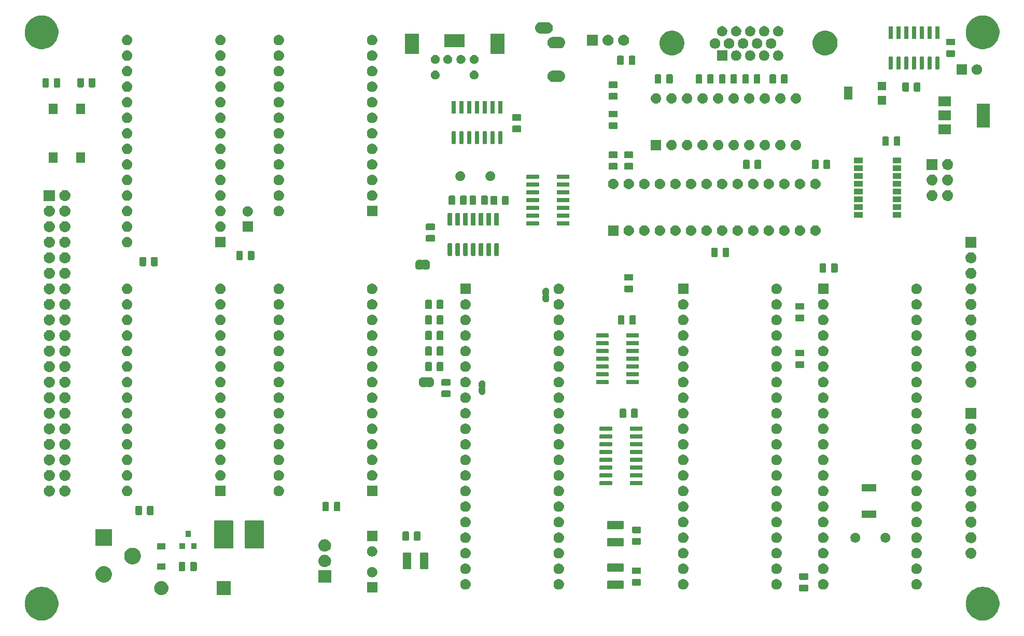
<source format=gbr>
G04 #@! TF.GenerationSoftware,KiCad,Pcbnew,(5.1.2)-2*
G04 #@! TF.CreationDate,2023-03-19T23:22:58+01:00*
G04 #@! TF.ProjectId,Retro_6809_SBC,52657472-6f5f-4363-9830-395f5342432e,rev?*
G04 #@! TF.SameCoordinates,Original*
G04 #@! TF.FileFunction,Soldermask,Top*
G04 #@! TF.FilePolarity,Negative*
%FSLAX46Y46*%
G04 Gerber Fmt 4.6, Leading zero omitted, Abs format (unit mm)*
G04 Created by KiCad (PCBNEW (5.1.2)-2) date 2023-03-19 23:22:58*
%MOMM*%
%LPD*%
G04 APERTURE LIST*
%ADD10C,0.100000*%
G04 APERTURE END LIST*
D10*
G36*
X209875143Y-139047600D02*
G01*
X210187437Y-139109719D01*
X210688087Y-139317095D01*
X210767302Y-139370025D01*
X211138660Y-139618158D01*
X211521842Y-140001340D01*
X211638981Y-140176652D01*
X211822905Y-140451913D01*
X212030281Y-140952563D01*
X212136000Y-141484050D01*
X212136000Y-142025950D01*
X212030281Y-142557437D01*
X211822905Y-143058087D01*
X211702316Y-143238561D01*
X211521842Y-143508660D01*
X211138660Y-143891842D01*
X210868561Y-144072316D01*
X210688087Y-144192905D01*
X210187437Y-144400281D01*
X209921693Y-144453141D01*
X209655951Y-144506000D01*
X209114049Y-144506000D01*
X208848307Y-144453141D01*
X208582563Y-144400281D01*
X208081913Y-144192905D01*
X207901439Y-144072316D01*
X207631340Y-143891842D01*
X207248158Y-143508660D01*
X207067684Y-143238561D01*
X206947095Y-143058087D01*
X206739719Y-142557437D01*
X206634000Y-142025950D01*
X206634000Y-141484050D01*
X206739719Y-140952563D01*
X206947095Y-140451913D01*
X207131019Y-140176652D01*
X207248158Y-140001340D01*
X207631340Y-139618158D01*
X208002698Y-139370025D01*
X208081913Y-139317095D01*
X208582563Y-139109719D01*
X208894857Y-139047600D01*
X209114049Y-139004000D01*
X209655951Y-139004000D01*
X209875143Y-139047600D01*
X209875143Y-139047600D01*
G37*
G36*
X56205143Y-139047600D02*
G01*
X56517437Y-139109719D01*
X57018087Y-139317095D01*
X57097302Y-139370025D01*
X57468660Y-139618158D01*
X57851842Y-140001340D01*
X57968981Y-140176652D01*
X58152905Y-140451913D01*
X58360281Y-140952563D01*
X58466000Y-141484050D01*
X58466000Y-142025950D01*
X58360281Y-142557437D01*
X58152905Y-143058087D01*
X58032316Y-143238561D01*
X57851842Y-143508660D01*
X57468660Y-143891842D01*
X57198561Y-144072316D01*
X57018087Y-144192905D01*
X56517437Y-144400281D01*
X56251693Y-144453141D01*
X55985951Y-144506000D01*
X55444049Y-144506000D01*
X55178307Y-144453141D01*
X54912563Y-144400281D01*
X54411913Y-144192905D01*
X54231439Y-144072316D01*
X53961340Y-143891842D01*
X53578158Y-143508660D01*
X53397684Y-143238561D01*
X53277095Y-143058087D01*
X53069719Y-142557437D01*
X52964000Y-142025950D01*
X52964000Y-141484050D01*
X53069719Y-140952563D01*
X53277095Y-140451913D01*
X53461019Y-140176652D01*
X53578158Y-140001340D01*
X53961340Y-139618158D01*
X54332698Y-139370025D01*
X54411913Y-139317095D01*
X54912563Y-139109719D01*
X55224857Y-139047600D01*
X55444049Y-139004000D01*
X55985951Y-139004000D01*
X56205143Y-139047600D01*
X56205143Y-139047600D01*
G37*
G36*
X75442271Y-138075103D02*
G01*
X75498635Y-138080654D01*
X75715600Y-138146470D01*
X75715602Y-138146471D01*
X75915555Y-138253347D01*
X76090818Y-138397182D01*
X76234653Y-138572445D01*
X76323797Y-138739223D01*
X76341530Y-138772400D01*
X76407346Y-138989365D01*
X76429569Y-139215000D01*
X76407346Y-139440635D01*
X76353495Y-139618158D01*
X76341529Y-139657602D01*
X76234653Y-139857555D01*
X76090818Y-140032818D01*
X75915555Y-140176653D01*
X75715602Y-140283529D01*
X75715600Y-140283530D01*
X75498635Y-140349346D01*
X75442271Y-140354897D01*
X75329545Y-140366000D01*
X75216455Y-140366000D01*
X75103729Y-140354897D01*
X75047365Y-140349346D01*
X74830400Y-140283530D01*
X74830398Y-140283529D01*
X74630445Y-140176653D01*
X74455182Y-140032818D01*
X74311347Y-139857555D01*
X74204471Y-139657602D01*
X74192506Y-139618158D01*
X74138654Y-139440635D01*
X74116431Y-139215000D01*
X74138654Y-138989365D01*
X74204470Y-138772400D01*
X74222203Y-138739223D01*
X74311347Y-138572445D01*
X74455182Y-138397182D01*
X74630445Y-138253347D01*
X74830398Y-138146471D01*
X74830400Y-138146470D01*
X75047365Y-138080654D01*
X75103729Y-138075103D01*
X75216455Y-138064000D01*
X75329545Y-138064000D01*
X75442271Y-138075103D01*
X75442271Y-138075103D01*
G37*
G36*
X86584000Y-140366000D02*
G01*
X84282000Y-140366000D01*
X84282000Y-138064000D01*
X86584000Y-138064000D01*
X86584000Y-140366000D01*
X86584000Y-140366000D01*
G37*
G36*
X110541000Y-139939000D02*
G01*
X108839000Y-139939000D01*
X108839000Y-138237000D01*
X110541000Y-138237000D01*
X110541000Y-139939000D01*
X110541000Y-139939000D01*
G37*
G36*
X180759468Y-138651565D02*
G01*
X180798138Y-138663296D01*
X180833777Y-138682346D01*
X180865017Y-138707983D01*
X180890654Y-138739223D01*
X180909704Y-138774862D01*
X180921435Y-138813532D01*
X180926000Y-138859888D01*
X180926000Y-139511112D01*
X180921435Y-139557468D01*
X180909704Y-139596138D01*
X180890654Y-139631777D01*
X180865017Y-139663017D01*
X180833777Y-139688654D01*
X180798138Y-139707704D01*
X180759468Y-139719435D01*
X180713112Y-139724000D01*
X179636888Y-139724000D01*
X179590532Y-139719435D01*
X179551862Y-139707704D01*
X179516223Y-139688654D01*
X179484983Y-139663017D01*
X179459346Y-139631777D01*
X179440296Y-139596138D01*
X179428565Y-139557468D01*
X179424000Y-139511112D01*
X179424000Y-138859888D01*
X179428565Y-138813532D01*
X179440296Y-138774862D01*
X179459346Y-138739223D01*
X179484983Y-138707983D01*
X179516223Y-138682346D01*
X179551862Y-138663296D01*
X179590532Y-138651565D01*
X179636888Y-138647000D01*
X180713112Y-138647000D01*
X180759468Y-138651565D01*
X180759468Y-138651565D01*
G37*
G36*
X183516823Y-137741313D02*
G01*
X183677242Y-137789976D01*
X183787668Y-137849000D01*
X183825078Y-137868996D01*
X183954659Y-137975341D01*
X184061004Y-138104922D01*
X184061005Y-138104924D01*
X184140024Y-138252758D01*
X184188687Y-138413177D01*
X184205117Y-138580000D01*
X184188687Y-138746823D01*
X184140024Y-138907242D01*
X184135209Y-138916250D01*
X184061004Y-139055078D01*
X183954659Y-139184659D01*
X183825078Y-139291004D01*
X183825076Y-139291005D01*
X183677242Y-139370024D01*
X183516823Y-139418687D01*
X183391804Y-139431000D01*
X183308196Y-139431000D01*
X183183177Y-139418687D01*
X183022758Y-139370024D01*
X182874924Y-139291005D01*
X182874922Y-139291004D01*
X182745341Y-139184659D01*
X182638996Y-139055078D01*
X182564791Y-138916250D01*
X182559976Y-138907242D01*
X182511313Y-138746823D01*
X182494883Y-138580000D01*
X182511313Y-138413177D01*
X182559976Y-138252758D01*
X182638995Y-138104924D01*
X182638996Y-138104922D01*
X182745341Y-137975341D01*
X182874922Y-137868996D01*
X182912332Y-137849000D01*
X183022758Y-137789976D01*
X183183177Y-137741313D01*
X183308196Y-137729000D01*
X183391804Y-137729000D01*
X183516823Y-137741313D01*
X183516823Y-137741313D01*
G37*
G36*
X140336823Y-137741313D02*
G01*
X140497242Y-137789976D01*
X140607668Y-137849000D01*
X140645078Y-137868996D01*
X140774659Y-137975341D01*
X140881004Y-138104922D01*
X140881005Y-138104924D01*
X140960024Y-138252758D01*
X141008687Y-138413177D01*
X141025117Y-138580000D01*
X141008687Y-138746823D01*
X140960024Y-138907242D01*
X140955209Y-138916250D01*
X140881004Y-139055078D01*
X140774659Y-139184659D01*
X140645078Y-139291004D01*
X140645076Y-139291005D01*
X140497242Y-139370024D01*
X140336823Y-139418687D01*
X140211804Y-139431000D01*
X140128196Y-139431000D01*
X140003177Y-139418687D01*
X139842758Y-139370024D01*
X139694924Y-139291005D01*
X139694922Y-139291004D01*
X139565341Y-139184659D01*
X139458996Y-139055078D01*
X139384791Y-138916250D01*
X139379976Y-138907242D01*
X139331313Y-138746823D01*
X139314883Y-138580000D01*
X139331313Y-138413177D01*
X139379976Y-138252758D01*
X139458995Y-138104924D01*
X139458996Y-138104922D01*
X139565341Y-137975341D01*
X139694922Y-137868996D01*
X139732332Y-137849000D01*
X139842758Y-137789976D01*
X140003177Y-137741313D01*
X140128196Y-137729000D01*
X140211804Y-137729000D01*
X140336823Y-137741313D01*
X140336823Y-137741313D01*
G37*
G36*
X198756823Y-137741313D02*
G01*
X198917242Y-137789976D01*
X199027668Y-137849000D01*
X199065078Y-137868996D01*
X199194659Y-137975341D01*
X199301004Y-138104922D01*
X199301005Y-138104924D01*
X199380024Y-138252758D01*
X199428687Y-138413177D01*
X199445117Y-138580000D01*
X199428687Y-138746823D01*
X199380024Y-138907242D01*
X199375209Y-138916250D01*
X199301004Y-139055078D01*
X199194659Y-139184659D01*
X199065078Y-139291004D01*
X199065076Y-139291005D01*
X198917242Y-139370024D01*
X198756823Y-139418687D01*
X198631804Y-139431000D01*
X198548196Y-139431000D01*
X198423177Y-139418687D01*
X198262758Y-139370024D01*
X198114924Y-139291005D01*
X198114922Y-139291004D01*
X197985341Y-139184659D01*
X197878996Y-139055078D01*
X197804791Y-138916250D01*
X197799976Y-138907242D01*
X197751313Y-138746823D01*
X197734883Y-138580000D01*
X197751313Y-138413177D01*
X197799976Y-138252758D01*
X197878995Y-138104924D01*
X197878996Y-138104922D01*
X197985341Y-137975341D01*
X198114922Y-137868996D01*
X198152332Y-137849000D01*
X198262758Y-137789976D01*
X198423177Y-137741313D01*
X198548196Y-137729000D01*
X198631804Y-137729000D01*
X198756823Y-137741313D01*
X198756823Y-137741313D01*
G37*
G36*
X160656823Y-137741313D02*
G01*
X160817242Y-137789976D01*
X160927668Y-137849000D01*
X160965078Y-137868996D01*
X161094659Y-137975341D01*
X161201004Y-138104922D01*
X161201005Y-138104924D01*
X161280024Y-138252758D01*
X161328687Y-138413177D01*
X161345117Y-138580000D01*
X161328687Y-138746823D01*
X161280024Y-138907242D01*
X161275209Y-138916250D01*
X161201004Y-139055078D01*
X161094659Y-139184659D01*
X160965078Y-139291004D01*
X160965076Y-139291005D01*
X160817242Y-139370024D01*
X160656823Y-139418687D01*
X160531804Y-139431000D01*
X160448196Y-139431000D01*
X160323177Y-139418687D01*
X160162758Y-139370024D01*
X160014924Y-139291005D01*
X160014922Y-139291004D01*
X159885341Y-139184659D01*
X159778996Y-139055078D01*
X159704791Y-138916250D01*
X159699976Y-138907242D01*
X159651313Y-138746823D01*
X159634883Y-138580000D01*
X159651313Y-138413177D01*
X159699976Y-138252758D01*
X159778995Y-138104924D01*
X159778996Y-138104922D01*
X159885341Y-137975341D01*
X160014922Y-137868996D01*
X160052332Y-137849000D01*
X160162758Y-137789976D01*
X160323177Y-137741313D01*
X160448196Y-137729000D01*
X160531804Y-137729000D01*
X160656823Y-137741313D01*
X160656823Y-137741313D01*
G37*
G36*
X125096823Y-137741313D02*
G01*
X125257242Y-137789976D01*
X125367668Y-137849000D01*
X125405078Y-137868996D01*
X125534659Y-137975341D01*
X125641004Y-138104922D01*
X125641005Y-138104924D01*
X125720024Y-138252758D01*
X125768687Y-138413177D01*
X125785117Y-138580000D01*
X125768687Y-138746823D01*
X125720024Y-138907242D01*
X125715209Y-138916250D01*
X125641004Y-139055078D01*
X125534659Y-139184659D01*
X125405078Y-139291004D01*
X125405076Y-139291005D01*
X125257242Y-139370024D01*
X125096823Y-139418687D01*
X124971804Y-139431000D01*
X124888196Y-139431000D01*
X124763177Y-139418687D01*
X124602758Y-139370024D01*
X124454924Y-139291005D01*
X124454922Y-139291004D01*
X124325341Y-139184659D01*
X124218996Y-139055078D01*
X124144791Y-138916250D01*
X124139976Y-138907242D01*
X124091313Y-138746823D01*
X124074883Y-138580000D01*
X124091313Y-138413177D01*
X124139976Y-138252758D01*
X124218995Y-138104924D01*
X124218996Y-138104922D01*
X124325341Y-137975341D01*
X124454922Y-137868996D01*
X124492332Y-137849000D01*
X124602758Y-137789976D01*
X124763177Y-137741313D01*
X124888196Y-137729000D01*
X124971804Y-137729000D01*
X125096823Y-137741313D01*
X125096823Y-137741313D01*
G37*
G36*
X175896823Y-137741313D02*
G01*
X176057242Y-137789976D01*
X176167668Y-137849000D01*
X176205078Y-137868996D01*
X176334659Y-137975341D01*
X176441004Y-138104922D01*
X176441005Y-138104924D01*
X176520024Y-138252758D01*
X176568687Y-138413177D01*
X176585117Y-138580000D01*
X176568687Y-138746823D01*
X176520024Y-138907242D01*
X176515209Y-138916250D01*
X176441004Y-139055078D01*
X176334659Y-139184659D01*
X176205078Y-139291004D01*
X176205076Y-139291005D01*
X176057242Y-139370024D01*
X175896823Y-139418687D01*
X175771804Y-139431000D01*
X175688196Y-139431000D01*
X175563177Y-139418687D01*
X175402758Y-139370024D01*
X175254924Y-139291005D01*
X175254922Y-139291004D01*
X175125341Y-139184659D01*
X175018996Y-139055078D01*
X174944791Y-138916250D01*
X174939976Y-138907242D01*
X174891313Y-138746823D01*
X174874883Y-138580000D01*
X174891313Y-138413177D01*
X174939976Y-138252758D01*
X175018995Y-138104924D01*
X175018996Y-138104922D01*
X175125341Y-137975341D01*
X175254922Y-137868996D01*
X175292332Y-137849000D01*
X175402758Y-137789976D01*
X175563177Y-137741313D01*
X175688196Y-137729000D01*
X175771804Y-137729000D01*
X175896823Y-137741313D01*
X175896823Y-137741313D01*
G37*
G36*
X150638604Y-137970347D02*
G01*
X150675144Y-137981432D01*
X150708821Y-137999433D01*
X150738341Y-138023659D01*
X150762567Y-138053179D01*
X150780568Y-138086856D01*
X150791653Y-138123396D01*
X150796000Y-138167538D01*
X150796000Y-139116462D01*
X150791653Y-139160604D01*
X150780568Y-139197144D01*
X150762567Y-139230821D01*
X150738341Y-139260341D01*
X150708821Y-139284567D01*
X150675144Y-139302568D01*
X150638604Y-139313653D01*
X150594462Y-139318000D01*
X148245538Y-139318000D01*
X148201396Y-139313653D01*
X148164856Y-139302568D01*
X148131179Y-139284567D01*
X148101659Y-139260341D01*
X148077433Y-139230821D01*
X148059432Y-139197144D01*
X148048347Y-139160604D01*
X148044000Y-139116462D01*
X148044000Y-138167538D01*
X148048347Y-138123396D01*
X148059432Y-138086856D01*
X148077433Y-138053179D01*
X148101659Y-138023659D01*
X148131179Y-137999433D01*
X148164856Y-137981432D01*
X148201396Y-137970347D01*
X148245538Y-137966000D01*
X150594462Y-137966000D01*
X150638604Y-137970347D01*
X150638604Y-137970347D01*
G37*
G36*
X153454468Y-137713565D02*
G01*
X153493138Y-137725296D01*
X153528777Y-137744346D01*
X153560017Y-137769983D01*
X153585654Y-137801223D01*
X153604704Y-137836862D01*
X153616435Y-137875532D01*
X153621000Y-137921888D01*
X153621000Y-138573112D01*
X153616435Y-138619468D01*
X153604704Y-138658138D01*
X153585654Y-138693777D01*
X153560017Y-138725017D01*
X153528777Y-138750654D01*
X153493138Y-138769704D01*
X153454468Y-138781435D01*
X153408112Y-138786000D01*
X152331888Y-138786000D01*
X152285532Y-138781435D01*
X152246862Y-138769704D01*
X152211223Y-138750654D01*
X152179983Y-138725017D01*
X152154346Y-138693777D01*
X152135296Y-138658138D01*
X152123565Y-138619468D01*
X152119000Y-138573112D01*
X152119000Y-137921888D01*
X152123565Y-137875532D01*
X152135296Y-137836862D01*
X152154346Y-137801223D01*
X152179983Y-137769983D01*
X152211223Y-137744346D01*
X152246862Y-137725296D01*
X152285532Y-137713565D01*
X152331888Y-137709000D01*
X153408112Y-137709000D01*
X153454468Y-137713565D01*
X153454468Y-137713565D01*
G37*
G36*
X102994000Y-138313500D02*
G01*
X100892000Y-138313500D01*
X100892000Y-136306500D01*
X102994000Y-136306500D01*
X102994000Y-138313500D01*
X102994000Y-138313500D01*
G37*
G36*
X66269072Y-135660918D02*
G01*
X66394226Y-135712758D01*
X66514939Y-135762759D01*
X66621336Y-135833852D01*
X66736211Y-135910609D01*
X66924391Y-136098789D01*
X66996577Y-136206823D01*
X67063180Y-136306500D01*
X67072242Y-136320063D01*
X67174082Y-136565928D01*
X67216102Y-136777174D01*
X67226000Y-136826938D01*
X67226000Y-137093062D01*
X67174082Y-137354072D01*
X67072241Y-137599939D01*
X67048071Y-137636112D01*
X66937747Y-137801223D01*
X66924390Y-137821212D01*
X66736212Y-138009390D01*
X66514939Y-138157241D01*
X66514938Y-138157242D01*
X66514937Y-138157242D01*
X66269072Y-138259082D01*
X66008063Y-138311000D01*
X65741937Y-138311000D01*
X65480928Y-138259082D01*
X65235063Y-138157242D01*
X65235062Y-138157242D01*
X65235061Y-138157241D01*
X65013788Y-138009390D01*
X64825610Y-137821212D01*
X64812254Y-137801223D01*
X64701929Y-137636112D01*
X64677759Y-137599939D01*
X64575918Y-137354072D01*
X64524000Y-137093062D01*
X64524000Y-136826938D01*
X64533899Y-136777174D01*
X64575918Y-136565928D01*
X64677758Y-136320063D01*
X64686821Y-136306500D01*
X64753423Y-136206823D01*
X64825609Y-136098789D01*
X65013789Y-135910609D01*
X65128664Y-135833852D01*
X65235061Y-135762759D01*
X65355775Y-135712758D01*
X65480928Y-135660918D01*
X65741937Y-135609000D01*
X66008063Y-135609000D01*
X66269072Y-135660918D01*
X66269072Y-135660918D01*
G37*
G36*
X180759468Y-136776565D02*
G01*
X180798138Y-136788296D01*
X180833777Y-136807346D01*
X180865017Y-136832983D01*
X180890654Y-136864223D01*
X180909704Y-136899862D01*
X180921435Y-136938532D01*
X180926000Y-136984888D01*
X180926000Y-137636112D01*
X180921435Y-137682468D01*
X180909704Y-137721138D01*
X180890654Y-137756777D01*
X180865017Y-137788017D01*
X180833777Y-137813654D01*
X180798138Y-137832704D01*
X180759468Y-137844435D01*
X180713112Y-137849000D01*
X179636888Y-137849000D01*
X179590532Y-137844435D01*
X179551862Y-137832704D01*
X179516223Y-137813654D01*
X179484983Y-137788017D01*
X179459346Y-137756777D01*
X179440296Y-137721138D01*
X179428565Y-137682468D01*
X179424000Y-137636112D01*
X179424000Y-136984888D01*
X179428565Y-136938532D01*
X179440296Y-136899862D01*
X179459346Y-136864223D01*
X179484983Y-136832983D01*
X179516223Y-136807346D01*
X179551862Y-136788296D01*
X179590532Y-136776565D01*
X179636888Y-136772000D01*
X180713112Y-136772000D01*
X180759468Y-136776565D01*
X180759468Y-136776565D01*
G37*
G36*
X109938228Y-135769703D02*
G01*
X110093100Y-135833853D01*
X110232481Y-135926985D01*
X110351015Y-136045519D01*
X110444147Y-136184900D01*
X110508297Y-136339772D01*
X110541000Y-136504184D01*
X110541000Y-136671816D01*
X110508297Y-136836228D01*
X110444147Y-136991100D01*
X110351015Y-137130481D01*
X110232481Y-137249015D01*
X110093100Y-137342147D01*
X109938228Y-137406297D01*
X109773816Y-137439000D01*
X109606184Y-137439000D01*
X109441772Y-137406297D01*
X109286900Y-137342147D01*
X109147519Y-137249015D01*
X109028985Y-137130481D01*
X108935853Y-136991100D01*
X108871703Y-136836228D01*
X108839000Y-136671816D01*
X108839000Y-136504184D01*
X108871703Y-136339772D01*
X108935853Y-136184900D01*
X109028985Y-136045519D01*
X109147519Y-135926985D01*
X109286900Y-135833853D01*
X109441772Y-135769703D01*
X109606184Y-135737000D01*
X109773816Y-135737000D01*
X109938228Y-135769703D01*
X109938228Y-135769703D01*
G37*
G36*
X153454468Y-135838565D02*
G01*
X153493138Y-135850296D01*
X153528777Y-135869346D01*
X153560017Y-135894983D01*
X153585654Y-135926223D01*
X153604704Y-135961862D01*
X153616435Y-136000532D01*
X153621000Y-136046888D01*
X153621000Y-136698112D01*
X153616435Y-136744468D01*
X153604704Y-136783138D01*
X153585654Y-136818777D01*
X153560017Y-136850017D01*
X153528777Y-136875654D01*
X153493138Y-136894704D01*
X153454468Y-136906435D01*
X153408112Y-136911000D01*
X152331888Y-136911000D01*
X152285532Y-136906435D01*
X152246862Y-136894704D01*
X152211223Y-136875654D01*
X152179983Y-136850017D01*
X152154346Y-136818777D01*
X152135296Y-136783138D01*
X152123565Y-136744468D01*
X152119000Y-136698112D01*
X152119000Y-136046888D01*
X152123565Y-136000532D01*
X152135296Y-135961862D01*
X152154346Y-135926223D01*
X152179983Y-135894983D01*
X152211223Y-135869346D01*
X152246862Y-135850296D01*
X152285532Y-135838565D01*
X152331888Y-135834000D01*
X153408112Y-135834000D01*
X153454468Y-135838565D01*
X153454468Y-135838565D01*
G37*
G36*
X183516823Y-135201313D02*
G01*
X183677242Y-135249976D01*
X183791410Y-135311000D01*
X183825078Y-135328996D01*
X183954659Y-135435341D01*
X184061004Y-135564922D01*
X184061005Y-135564924D01*
X184140024Y-135712758D01*
X184188687Y-135873177D01*
X184205117Y-136040000D01*
X184188687Y-136206823D01*
X184176317Y-136247600D01*
X184140819Y-136364623D01*
X184140024Y-136367242D01*
X184119609Y-136405435D01*
X184061004Y-136515078D01*
X183954659Y-136644659D01*
X183825078Y-136751004D01*
X183825076Y-136751005D01*
X183677242Y-136830024D01*
X183516823Y-136878687D01*
X183391804Y-136891000D01*
X183308196Y-136891000D01*
X183183177Y-136878687D01*
X183022758Y-136830024D01*
X182874924Y-136751005D01*
X182874922Y-136751004D01*
X182745341Y-136644659D01*
X182638996Y-136515078D01*
X182580391Y-136405435D01*
X182559976Y-136367242D01*
X182559182Y-136364623D01*
X182523683Y-136247600D01*
X182511313Y-136206823D01*
X182494883Y-136040000D01*
X182511313Y-135873177D01*
X182559976Y-135712758D01*
X182638995Y-135564924D01*
X182638996Y-135564922D01*
X182745341Y-135435341D01*
X182874922Y-135328996D01*
X182908590Y-135311000D01*
X183022758Y-135249976D01*
X183183177Y-135201313D01*
X183308196Y-135189000D01*
X183391804Y-135189000D01*
X183516823Y-135201313D01*
X183516823Y-135201313D01*
G37*
G36*
X160656823Y-135201313D02*
G01*
X160817242Y-135249976D01*
X160931410Y-135311000D01*
X160965078Y-135328996D01*
X161094659Y-135435341D01*
X161201004Y-135564922D01*
X161201005Y-135564924D01*
X161280024Y-135712758D01*
X161328687Y-135873177D01*
X161345117Y-136040000D01*
X161328687Y-136206823D01*
X161316317Y-136247600D01*
X161280819Y-136364623D01*
X161280024Y-136367242D01*
X161259609Y-136405435D01*
X161201004Y-136515078D01*
X161094659Y-136644659D01*
X160965078Y-136751004D01*
X160965076Y-136751005D01*
X160817242Y-136830024D01*
X160656823Y-136878687D01*
X160531804Y-136891000D01*
X160448196Y-136891000D01*
X160323177Y-136878687D01*
X160162758Y-136830024D01*
X160014924Y-136751005D01*
X160014922Y-136751004D01*
X159885341Y-136644659D01*
X159778996Y-136515078D01*
X159720391Y-136405435D01*
X159699976Y-136367242D01*
X159699182Y-136364623D01*
X159663683Y-136247600D01*
X159651313Y-136206823D01*
X159634883Y-136040000D01*
X159651313Y-135873177D01*
X159699976Y-135712758D01*
X159778995Y-135564924D01*
X159778996Y-135564922D01*
X159885341Y-135435341D01*
X160014922Y-135328996D01*
X160048590Y-135311000D01*
X160162758Y-135249976D01*
X160323177Y-135201313D01*
X160448196Y-135189000D01*
X160531804Y-135189000D01*
X160656823Y-135201313D01*
X160656823Y-135201313D01*
G37*
G36*
X175896823Y-135201313D02*
G01*
X176057242Y-135249976D01*
X176171410Y-135311000D01*
X176205078Y-135328996D01*
X176334659Y-135435341D01*
X176441004Y-135564922D01*
X176441005Y-135564924D01*
X176520024Y-135712758D01*
X176568687Y-135873177D01*
X176585117Y-136040000D01*
X176568687Y-136206823D01*
X176556317Y-136247600D01*
X176520819Y-136364623D01*
X176520024Y-136367242D01*
X176499609Y-136405435D01*
X176441004Y-136515078D01*
X176334659Y-136644659D01*
X176205078Y-136751004D01*
X176205076Y-136751005D01*
X176057242Y-136830024D01*
X175896823Y-136878687D01*
X175771804Y-136891000D01*
X175688196Y-136891000D01*
X175563177Y-136878687D01*
X175402758Y-136830024D01*
X175254924Y-136751005D01*
X175254922Y-136751004D01*
X175125341Y-136644659D01*
X175018996Y-136515078D01*
X174960391Y-136405435D01*
X174939976Y-136367242D01*
X174939182Y-136364623D01*
X174903683Y-136247600D01*
X174891313Y-136206823D01*
X174874883Y-136040000D01*
X174891313Y-135873177D01*
X174939976Y-135712758D01*
X175018995Y-135564924D01*
X175018996Y-135564922D01*
X175125341Y-135435341D01*
X175254922Y-135328996D01*
X175288590Y-135311000D01*
X175402758Y-135249976D01*
X175563177Y-135201313D01*
X175688196Y-135189000D01*
X175771804Y-135189000D01*
X175896823Y-135201313D01*
X175896823Y-135201313D01*
G37*
G36*
X140336823Y-135201313D02*
G01*
X140497242Y-135249976D01*
X140611410Y-135311000D01*
X140645078Y-135328996D01*
X140774659Y-135435341D01*
X140881004Y-135564922D01*
X140881005Y-135564924D01*
X140960024Y-135712758D01*
X141008687Y-135873177D01*
X141025117Y-136040000D01*
X141008687Y-136206823D01*
X140996317Y-136247600D01*
X140960819Y-136364623D01*
X140960024Y-136367242D01*
X140939609Y-136405435D01*
X140881004Y-136515078D01*
X140774659Y-136644659D01*
X140645078Y-136751004D01*
X140645076Y-136751005D01*
X140497242Y-136830024D01*
X140336823Y-136878687D01*
X140211804Y-136891000D01*
X140128196Y-136891000D01*
X140003177Y-136878687D01*
X139842758Y-136830024D01*
X139694924Y-136751005D01*
X139694922Y-136751004D01*
X139565341Y-136644659D01*
X139458996Y-136515078D01*
X139400391Y-136405435D01*
X139379976Y-136367242D01*
X139379182Y-136364623D01*
X139343683Y-136247600D01*
X139331313Y-136206823D01*
X139314883Y-136040000D01*
X139331313Y-135873177D01*
X139379976Y-135712758D01*
X139458995Y-135564924D01*
X139458996Y-135564922D01*
X139565341Y-135435341D01*
X139694922Y-135328996D01*
X139728590Y-135311000D01*
X139842758Y-135249976D01*
X140003177Y-135201313D01*
X140128196Y-135189000D01*
X140211804Y-135189000D01*
X140336823Y-135201313D01*
X140336823Y-135201313D01*
G37*
G36*
X125096823Y-135201313D02*
G01*
X125257242Y-135249976D01*
X125371410Y-135311000D01*
X125405078Y-135328996D01*
X125534659Y-135435341D01*
X125641004Y-135564922D01*
X125641005Y-135564924D01*
X125720024Y-135712758D01*
X125768687Y-135873177D01*
X125785117Y-136040000D01*
X125768687Y-136206823D01*
X125756317Y-136247600D01*
X125720819Y-136364623D01*
X125720024Y-136367242D01*
X125699609Y-136405435D01*
X125641004Y-136515078D01*
X125534659Y-136644659D01*
X125405078Y-136751004D01*
X125405076Y-136751005D01*
X125257242Y-136830024D01*
X125096823Y-136878687D01*
X124971804Y-136891000D01*
X124888196Y-136891000D01*
X124763177Y-136878687D01*
X124602758Y-136830024D01*
X124454924Y-136751005D01*
X124454922Y-136751004D01*
X124325341Y-136644659D01*
X124218996Y-136515078D01*
X124160391Y-136405435D01*
X124139976Y-136367242D01*
X124139182Y-136364623D01*
X124103683Y-136247600D01*
X124091313Y-136206823D01*
X124074883Y-136040000D01*
X124091313Y-135873177D01*
X124139976Y-135712758D01*
X124218995Y-135564924D01*
X124218996Y-135564922D01*
X124325341Y-135435341D01*
X124454922Y-135328996D01*
X124488590Y-135311000D01*
X124602758Y-135249976D01*
X124763177Y-135201313D01*
X124888196Y-135189000D01*
X124971804Y-135189000D01*
X125096823Y-135201313D01*
X125096823Y-135201313D01*
G37*
G36*
X198756823Y-135201313D02*
G01*
X198917242Y-135249976D01*
X199031410Y-135311000D01*
X199065078Y-135328996D01*
X199194659Y-135435341D01*
X199301004Y-135564922D01*
X199301005Y-135564924D01*
X199380024Y-135712758D01*
X199428687Y-135873177D01*
X199445117Y-136040000D01*
X199428687Y-136206823D01*
X199416317Y-136247600D01*
X199380819Y-136364623D01*
X199380024Y-136367242D01*
X199359609Y-136405435D01*
X199301004Y-136515078D01*
X199194659Y-136644659D01*
X199065078Y-136751004D01*
X199065076Y-136751005D01*
X198917242Y-136830024D01*
X198756823Y-136878687D01*
X198631804Y-136891000D01*
X198548196Y-136891000D01*
X198423177Y-136878687D01*
X198262758Y-136830024D01*
X198114924Y-136751005D01*
X198114922Y-136751004D01*
X197985341Y-136644659D01*
X197878996Y-136515078D01*
X197820391Y-136405435D01*
X197799976Y-136367242D01*
X197799182Y-136364623D01*
X197763683Y-136247600D01*
X197751313Y-136206823D01*
X197734883Y-136040000D01*
X197751313Y-135873177D01*
X197799976Y-135712758D01*
X197878995Y-135564924D01*
X197878996Y-135564922D01*
X197985341Y-135435341D01*
X198114922Y-135328996D01*
X198148590Y-135311000D01*
X198262758Y-135249976D01*
X198423177Y-135201313D01*
X198548196Y-135189000D01*
X198631804Y-135189000D01*
X198756823Y-135201313D01*
X198756823Y-135201313D01*
G37*
G36*
X150638604Y-135170347D02*
G01*
X150675144Y-135181432D01*
X150708821Y-135199433D01*
X150738341Y-135223659D01*
X150762567Y-135253179D01*
X150780568Y-135286856D01*
X150791653Y-135323396D01*
X150796000Y-135367538D01*
X150796000Y-136316462D01*
X150791653Y-136360604D01*
X150780568Y-136397144D01*
X150762567Y-136430821D01*
X150738341Y-136460341D01*
X150708821Y-136484567D01*
X150675144Y-136502568D01*
X150638604Y-136513653D01*
X150594462Y-136518000D01*
X148245538Y-136518000D01*
X148201396Y-136513653D01*
X148164856Y-136502568D01*
X148131179Y-136484567D01*
X148101659Y-136460341D01*
X148077433Y-136430821D01*
X148059432Y-136397144D01*
X148048347Y-136360604D01*
X148044000Y-136316462D01*
X148044000Y-135367538D01*
X148048347Y-135323396D01*
X148059432Y-135286856D01*
X148077433Y-135253179D01*
X148101659Y-135223659D01*
X148131179Y-135199433D01*
X148164856Y-135181432D01*
X148201396Y-135170347D01*
X148245538Y-135166000D01*
X150594462Y-135166000D01*
X150638604Y-135170347D01*
X150638604Y-135170347D01*
G37*
G36*
X80900468Y-134912565D02*
G01*
X80939138Y-134924296D01*
X80974777Y-134943346D01*
X81006017Y-134968983D01*
X81031654Y-135000223D01*
X81050704Y-135035862D01*
X81062435Y-135074532D01*
X81067000Y-135120888D01*
X81067000Y-136197112D01*
X81062435Y-136243468D01*
X81050704Y-136282138D01*
X81031654Y-136317777D01*
X81006017Y-136349017D01*
X80974777Y-136374654D01*
X80939138Y-136393704D01*
X80900468Y-136405435D01*
X80854112Y-136410000D01*
X80202888Y-136410000D01*
X80156532Y-136405435D01*
X80117862Y-136393704D01*
X80082223Y-136374654D01*
X80050983Y-136349017D01*
X80025346Y-136317777D01*
X80006296Y-136282138D01*
X79994565Y-136243468D01*
X79990000Y-136197112D01*
X79990000Y-135120888D01*
X79994565Y-135074532D01*
X80006296Y-135035862D01*
X80025346Y-135000223D01*
X80050983Y-134968983D01*
X80082223Y-134943346D01*
X80117862Y-134924296D01*
X80156532Y-134912565D01*
X80202888Y-134908000D01*
X80854112Y-134908000D01*
X80900468Y-134912565D01*
X80900468Y-134912565D01*
G37*
G36*
X79025468Y-134912565D02*
G01*
X79064138Y-134924296D01*
X79099777Y-134943346D01*
X79131017Y-134968983D01*
X79156654Y-135000223D01*
X79175704Y-135035862D01*
X79187435Y-135074532D01*
X79192000Y-135120888D01*
X79192000Y-136197112D01*
X79187435Y-136243468D01*
X79175704Y-136282138D01*
X79156654Y-136317777D01*
X79131017Y-136349017D01*
X79099777Y-136374654D01*
X79064138Y-136393704D01*
X79025468Y-136405435D01*
X78979112Y-136410000D01*
X78327888Y-136410000D01*
X78281532Y-136405435D01*
X78242862Y-136393704D01*
X78207223Y-136374654D01*
X78175983Y-136349017D01*
X78150346Y-136317777D01*
X78131296Y-136282138D01*
X78119565Y-136243468D01*
X78115000Y-136197112D01*
X78115000Y-135120888D01*
X78119565Y-135074532D01*
X78131296Y-135035862D01*
X78150346Y-135000223D01*
X78175983Y-134968983D01*
X78207223Y-134943346D01*
X78242862Y-134924296D01*
X78281532Y-134912565D01*
X78327888Y-134908000D01*
X78979112Y-134908000D01*
X79025468Y-134912565D01*
X79025468Y-134912565D01*
G37*
G36*
X75924000Y-136159000D02*
G01*
X74622000Y-136159000D01*
X74622000Y-135157000D01*
X75924000Y-135157000D01*
X75924000Y-136159000D01*
X75924000Y-136159000D01*
G37*
G36*
X115917604Y-133398347D02*
G01*
X115954144Y-133409432D01*
X115987821Y-133427433D01*
X116017341Y-133451659D01*
X116041567Y-133481179D01*
X116059568Y-133514856D01*
X116070653Y-133551396D01*
X116075000Y-133595538D01*
X116075000Y-135944462D01*
X116070653Y-135988604D01*
X116059568Y-136025144D01*
X116041567Y-136058821D01*
X116017341Y-136088341D01*
X115987821Y-136112567D01*
X115954144Y-136130568D01*
X115917604Y-136141653D01*
X115873462Y-136146000D01*
X114924538Y-136146000D01*
X114880396Y-136141653D01*
X114843856Y-136130568D01*
X114810179Y-136112567D01*
X114780659Y-136088341D01*
X114756433Y-136058821D01*
X114738432Y-136025144D01*
X114727347Y-135988604D01*
X114723000Y-135944462D01*
X114723000Y-133595538D01*
X114727347Y-133551396D01*
X114738432Y-133514856D01*
X114756433Y-133481179D01*
X114780659Y-133451659D01*
X114810179Y-133427433D01*
X114843856Y-133409432D01*
X114880396Y-133398347D01*
X114924538Y-133394000D01*
X115873462Y-133394000D01*
X115917604Y-133398347D01*
X115917604Y-133398347D01*
G37*
G36*
X118717604Y-133398347D02*
G01*
X118754144Y-133409432D01*
X118787821Y-133427433D01*
X118817341Y-133451659D01*
X118841567Y-133481179D01*
X118859568Y-133514856D01*
X118870653Y-133551396D01*
X118875000Y-133595538D01*
X118875000Y-135944462D01*
X118870653Y-135988604D01*
X118859568Y-136025144D01*
X118841567Y-136058821D01*
X118817341Y-136088341D01*
X118787821Y-136112567D01*
X118754144Y-136130568D01*
X118717604Y-136141653D01*
X118673462Y-136146000D01*
X117724538Y-136146000D01*
X117680396Y-136141653D01*
X117643856Y-136130568D01*
X117610179Y-136112567D01*
X117580659Y-136088341D01*
X117556433Y-136058821D01*
X117538432Y-136025144D01*
X117527347Y-135988604D01*
X117523000Y-135944462D01*
X117523000Y-133595538D01*
X117527347Y-133551396D01*
X117538432Y-133514856D01*
X117556433Y-133481179D01*
X117580659Y-133451659D01*
X117610179Y-133427433D01*
X117643856Y-133409432D01*
X117680396Y-133398347D01*
X117724538Y-133394000D01*
X118673462Y-133394000D01*
X118717604Y-133398347D01*
X118717604Y-133398347D01*
G37*
G36*
X102088936Y-133771340D02*
G01*
X102187220Y-133781020D01*
X102376381Y-133838401D01*
X102550712Y-133931583D01*
X102703515Y-134056985D01*
X102828917Y-134209788D01*
X102922099Y-134384119D01*
X102979480Y-134573280D01*
X102998855Y-134770000D01*
X102979480Y-134966720D01*
X102922099Y-135155881D01*
X102828917Y-135330212D01*
X102703515Y-135483015D01*
X102550712Y-135608417D01*
X102376381Y-135701599D01*
X102187220Y-135758980D01*
X102088936Y-135768660D01*
X102039795Y-135773500D01*
X101846205Y-135773500D01*
X101797064Y-135768660D01*
X101698780Y-135758980D01*
X101509619Y-135701599D01*
X101335288Y-135608417D01*
X101182485Y-135483015D01*
X101057083Y-135330212D01*
X100963901Y-135155881D01*
X100906520Y-134966720D01*
X100887145Y-134770000D01*
X100906520Y-134573280D01*
X100963901Y-134384119D01*
X101057083Y-134209788D01*
X101182485Y-134056985D01*
X101335288Y-133931583D01*
X101509619Y-133838401D01*
X101698780Y-133781020D01*
X101797064Y-133771340D01*
X101846205Y-133766500D01*
X102039795Y-133766500D01*
X102088936Y-133771340D01*
X102088936Y-133771340D01*
G37*
G36*
X70969072Y-132660918D02*
G01*
X71177430Y-132747222D01*
X71214939Y-132762759D01*
X71256025Y-132790212D01*
X71436211Y-132910609D01*
X71624391Y-133098789D01*
X71772242Y-133320063D01*
X71874082Y-133565928D01*
X71926000Y-133826937D01*
X71926000Y-134093063D01*
X71874082Y-134354072D01*
X71783284Y-134573280D01*
X71772241Y-134599939D01*
X71624390Y-134821212D01*
X71436212Y-135009390D01*
X71214939Y-135157241D01*
X71214938Y-135157242D01*
X71214937Y-135157242D01*
X70969072Y-135259082D01*
X70708063Y-135311000D01*
X70441937Y-135311000D01*
X70180928Y-135259082D01*
X69935063Y-135157242D01*
X69935062Y-135157242D01*
X69935061Y-135157241D01*
X69713788Y-135009390D01*
X69525610Y-134821212D01*
X69377759Y-134599939D01*
X69366717Y-134573280D01*
X69275918Y-134354072D01*
X69224000Y-134093063D01*
X69224000Y-133826937D01*
X69275918Y-133565928D01*
X69377758Y-133320063D01*
X69525609Y-133098789D01*
X69713789Y-132910609D01*
X69893975Y-132790212D01*
X69935061Y-132762759D01*
X69972571Y-132747222D01*
X70180928Y-132660918D01*
X70441937Y-132609000D01*
X70708063Y-132609000D01*
X70969072Y-132660918D01*
X70969072Y-132660918D01*
G37*
G36*
X207573502Y-132603850D02*
G01*
X207656627Y-132612037D01*
X207826466Y-132663557D01*
X207826468Y-132663558D01*
X207865548Y-132684447D01*
X207982991Y-132747222D01*
X208018729Y-132776552D01*
X208120186Y-132859814D01*
X208188466Y-132943015D01*
X208232778Y-132997009D01*
X208232779Y-132997011D01*
X208299687Y-133122185D01*
X208316443Y-133153534D01*
X208367963Y-133323373D01*
X208385359Y-133500000D01*
X208367963Y-133676627D01*
X208316443Y-133846466D01*
X208232778Y-134002991D01*
X208215294Y-134024295D01*
X208120186Y-134140186D01*
X208018729Y-134223448D01*
X207982991Y-134252778D01*
X207826466Y-134336443D01*
X207656627Y-134387963D01*
X207590442Y-134394482D01*
X207524260Y-134401000D01*
X207435740Y-134401000D01*
X207369558Y-134394482D01*
X207303373Y-134387963D01*
X207133534Y-134336443D01*
X206977009Y-134252778D01*
X206941271Y-134223448D01*
X206839814Y-134140186D01*
X206744706Y-134024295D01*
X206727222Y-134002991D01*
X206643557Y-133846466D01*
X206592037Y-133676627D01*
X206574641Y-133500000D01*
X206592037Y-133323373D01*
X206643557Y-133153534D01*
X206660314Y-133122185D01*
X206727221Y-132997011D01*
X206727222Y-132997009D01*
X206771534Y-132943015D01*
X206839814Y-132859814D01*
X206941271Y-132776552D01*
X206977009Y-132747222D01*
X207094452Y-132684447D01*
X207133532Y-132663558D01*
X207133534Y-132663557D01*
X207303373Y-132612037D01*
X207386498Y-132603850D01*
X207435740Y-132599000D01*
X207524260Y-132599000D01*
X207573502Y-132603850D01*
X207573502Y-132603850D01*
G37*
G36*
X160656823Y-132661313D02*
G01*
X160787380Y-132700917D01*
X160811810Y-132708328D01*
X160817242Y-132709976D01*
X160844313Y-132724446D01*
X160965078Y-132788996D01*
X161094659Y-132895341D01*
X161201004Y-133024922D01*
X161201005Y-133024924D01*
X161280024Y-133172758D01*
X161328687Y-133333177D01*
X161345117Y-133500000D01*
X161328687Y-133666823D01*
X161280024Y-133827242D01*
X161209114Y-133959906D01*
X161201004Y-133975078D01*
X161094659Y-134104659D01*
X160965078Y-134211004D01*
X160965076Y-134211005D01*
X160817242Y-134290024D01*
X160656823Y-134338687D01*
X160531804Y-134351000D01*
X160448196Y-134351000D01*
X160323177Y-134338687D01*
X160162758Y-134290024D01*
X160014924Y-134211005D01*
X160014922Y-134211004D01*
X159885341Y-134104659D01*
X159778996Y-133975078D01*
X159770886Y-133959906D01*
X159699976Y-133827242D01*
X159651313Y-133666823D01*
X159634883Y-133500000D01*
X159651313Y-133333177D01*
X159699976Y-133172758D01*
X159778995Y-133024924D01*
X159778996Y-133024922D01*
X159885341Y-132895341D01*
X160014922Y-132788996D01*
X160135687Y-132724446D01*
X160162758Y-132709976D01*
X160168191Y-132708328D01*
X160192620Y-132700917D01*
X160323177Y-132661313D01*
X160448196Y-132649000D01*
X160531804Y-132649000D01*
X160656823Y-132661313D01*
X160656823Y-132661313D01*
G37*
G36*
X198756823Y-132661313D02*
G01*
X198887380Y-132700917D01*
X198911810Y-132708328D01*
X198917242Y-132709976D01*
X198944313Y-132724446D01*
X199065078Y-132788996D01*
X199194659Y-132895341D01*
X199301004Y-133024922D01*
X199301005Y-133024924D01*
X199380024Y-133172758D01*
X199428687Y-133333177D01*
X199445117Y-133500000D01*
X199428687Y-133666823D01*
X199380024Y-133827242D01*
X199309114Y-133959906D01*
X199301004Y-133975078D01*
X199194659Y-134104659D01*
X199065078Y-134211004D01*
X199065076Y-134211005D01*
X198917242Y-134290024D01*
X198756823Y-134338687D01*
X198631804Y-134351000D01*
X198548196Y-134351000D01*
X198423177Y-134338687D01*
X198262758Y-134290024D01*
X198114924Y-134211005D01*
X198114922Y-134211004D01*
X197985341Y-134104659D01*
X197878996Y-133975078D01*
X197870886Y-133959906D01*
X197799976Y-133827242D01*
X197751313Y-133666823D01*
X197734883Y-133500000D01*
X197751313Y-133333177D01*
X197799976Y-133172758D01*
X197878995Y-133024924D01*
X197878996Y-133024922D01*
X197985341Y-132895341D01*
X198114922Y-132788996D01*
X198235687Y-132724446D01*
X198262758Y-132709976D01*
X198268191Y-132708328D01*
X198292620Y-132700917D01*
X198423177Y-132661313D01*
X198548196Y-132649000D01*
X198631804Y-132649000D01*
X198756823Y-132661313D01*
X198756823Y-132661313D01*
G37*
G36*
X183516823Y-132661313D02*
G01*
X183647380Y-132700917D01*
X183671810Y-132708328D01*
X183677242Y-132709976D01*
X183704313Y-132724446D01*
X183825078Y-132788996D01*
X183954659Y-132895341D01*
X184061004Y-133024922D01*
X184061005Y-133024924D01*
X184140024Y-133172758D01*
X184188687Y-133333177D01*
X184205117Y-133500000D01*
X184188687Y-133666823D01*
X184140024Y-133827242D01*
X184069114Y-133959906D01*
X184061004Y-133975078D01*
X183954659Y-134104659D01*
X183825078Y-134211004D01*
X183825076Y-134211005D01*
X183677242Y-134290024D01*
X183516823Y-134338687D01*
X183391804Y-134351000D01*
X183308196Y-134351000D01*
X183183177Y-134338687D01*
X183022758Y-134290024D01*
X182874924Y-134211005D01*
X182874922Y-134211004D01*
X182745341Y-134104659D01*
X182638996Y-133975078D01*
X182630886Y-133959906D01*
X182559976Y-133827242D01*
X182511313Y-133666823D01*
X182494883Y-133500000D01*
X182511313Y-133333177D01*
X182559976Y-133172758D01*
X182638995Y-133024924D01*
X182638996Y-133024922D01*
X182745341Y-132895341D01*
X182874922Y-132788996D01*
X182995687Y-132724446D01*
X183022758Y-132709976D01*
X183028191Y-132708328D01*
X183052620Y-132700917D01*
X183183177Y-132661313D01*
X183308196Y-132649000D01*
X183391804Y-132649000D01*
X183516823Y-132661313D01*
X183516823Y-132661313D01*
G37*
G36*
X140336823Y-132661313D02*
G01*
X140467380Y-132700917D01*
X140491810Y-132708328D01*
X140497242Y-132709976D01*
X140524313Y-132724446D01*
X140645078Y-132788996D01*
X140774659Y-132895341D01*
X140881004Y-133024922D01*
X140881005Y-133024924D01*
X140960024Y-133172758D01*
X141008687Y-133333177D01*
X141025117Y-133500000D01*
X141008687Y-133666823D01*
X140960024Y-133827242D01*
X140889114Y-133959906D01*
X140881004Y-133975078D01*
X140774659Y-134104659D01*
X140645078Y-134211004D01*
X140645076Y-134211005D01*
X140497242Y-134290024D01*
X140336823Y-134338687D01*
X140211804Y-134351000D01*
X140128196Y-134351000D01*
X140003177Y-134338687D01*
X139842758Y-134290024D01*
X139694924Y-134211005D01*
X139694922Y-134211004D01*
X139565341Y-134104659D01*
X139458996Y-133975078D01*
X139450886Y-133959906D01*
X139379976Y-133827242D01*
X139331313Y-133666823D01*
X139314883Y-133500000D01*
X139331313Y-133333177D01*
X139379976Y-133172758D01*
X139458995Y-133024924D01*
X139458996Y-133024922D01*
X139565341Y-132895341D01*
X139694922Y-132788996D01*
X139815687Y-132724446D01*
X139842758Y-132709976D01*
X139848191Y-132708328D01*
X139872620Y-132700917D01*
X140003177Y-132661313D01*
X140128196Y-132649000D01*
X140211804Y-132649000D01*
X140336823Y-132661313D01*
X140336823Y-132661313D01*
G37*
G36*
X175896823Y-132661313D02*
G01*
X176027380Y-132700917D01*
X176051810Y-132708328D01*
X176057242Y-132709976D01*
X176084313Y-132724446D01*
X176205078Y-132788996D01*
X176334659Y-132895341D01*
X176441004Y-133024922D01*
X176441005Y-133024924D01*
X176520024Y-133172758D01*
X176568687Y-133333177D01*
X176585117Y-133500000D01*
X176568687Y-133666823D01*
X176520024Y-133827242D01*
X176449114Y-133959906D01*
X176441004Y-133975078D01*
X176334659Y-134104659D01*
X176205078Y-134211004D01*
X176205076Y-134211005D01*
X176057242Y-134290024D01*
X175896823Y-134338687D01*
X175771804Y-134351000D01*
X175688196Y-134351000D01*
X175563177Y-134338687D01*
X175402758Y-134290024D01*
X175254924Y-134211005D01*
X175254922Y-134211004D01*
X175125341Y-134104659D01*
X175018996Y-133975078D01*
X175010886Y-133959906D01*
X174939976Y-133827242D01*
X174891313Y-133666823D01*
X174874883Y-133500000D01*
X174891313Y-133333177D01*
X174939976Y-133172758D01*
X175018995Y-133024924D01*
X175018996Y-133024922D01*
X175125341Y-132895341D01*
X175254922Y-132788996D01*
X175375687Y-132724446D01*
X175402758Y-132709976D01*
X175408191Y-132708328D01*
X175432620Y-132700917D01*
X175563177Y-132661313D01*
X175688196Y-132649000D01*
X175771804Y-132649000D01*
X175896823Y-132661313D01*
X175896823Y-132661313D01*
G37*
G36*
X125096823Y-132661313D02*
G01*
X125227380Y-132700917D01*
X125251810Y-132708328D01*
X125257242Y-132709976D01*
X125284313Y-132724446D01*
X125405078Y-132788996D01*
X125534659Y-132895341D01*
X125641004Y-133024922D01*
X125641005Y-133024924D01*
X125720024Y-133172758D01*
X125768687Y-133333177D01*
X125785117Y-133500000D01*
X125768687Y-133666823D01*
X125720024Y-133827242D01*
X125649114Y-133959906D01*
X125641004Y-133975078D01*
X125534659Y-134104659D01*
X125405078Y-134211004D01*
X125405076Y-134211005D01*
X125257242Y-134290024D01*
X125096823Y-134338687D01*
X124971804Y-134351000D01*
X124888196Y-134351000D01*
X124763177Y-134338687D01*
X124602758Y-134290024D01*
X124454924Y-134211005D01*
X124454922Y-134211004D01*
X124325341Y-134104659D01*
X124218996Y-133975078D01*
X124210886Y-133959906D01*
X124139976Y-133827242D01*
X124091313Y-133666823D01*
X124074883Y-133500000D01*
X124091313Y-133333177D01*
X124139976Y-133172758D01*
X124218995Y-133024924D01*
X124218996Y-133024922D01*
X124325341Y-132895341D01*
X124454922Y-132788996D01*
X124575687Y-132724446D01*
X124602758Y-132709976D01*
X124608191Y-132708328D01*
X124632620Y-132700917D01*
X124763177Y-132661313D01*
X124888196Y-132649000D01*
X124971804Y-132649000D01*
X125096823Y-132661313D01*
X125096823Y-132661313D01*
G37*
G36*
X109938228Y-132387703D02*
G01*
X110093100Y-132451853D01*
X110232481Y-132544985D01*
X110351015Y-132663519D01*
X110444147Y-132802900D01*
X110508297Y-132957772D01*
X110541000Y-133122184D01*
X110541000Y-133289816D01*
X110508297Y-133454228D01*
X110444147Y-133609100D01*
X110351015Y-133748481D01*
X110232481Y-133867015D01*
X110093100Y-133960147D01*
X109938228Y-134024297D01*
X109773816Y-134057000D01*
X109606184Y-134057000D01*
X109441772Y-134024297D01*
X109286900Y-133960147D01*
X109147519Y-133867015D01*
X109028985Y-133748481D01*
X108935853Y-133609100D01*
X108871703Y-133454228D01*
X108839000Y-133289816D01*
X108839000Y-133122184D01*
X108871703Y-132957772D01*
X108935853Y-132802900D01*
X109028985Y-132663519D01*
X109147519Y-132544985D01*
X109286900Y-132451853D01*
X109441772Y-132387703D01*
X109606184Y-132355000D01*
X109773816Y-132355000D01*
X109938228Y-132387703D01*
X109938228Y-132387703D01*
G37*
G36*
X102088936Y-131231340D02*
G01*
X102187220Y-131241020D01*
X102376381Y-131298401D01*
X102550712Y-131391583D01*
X102703515Y-131516985D01*
X102828917Y-131669788D01*
X102922099Y-131844119D01*
X102979480Y-132033280D01*
X102998855Y-132230000D01*
X102979480Y-132426720D01*
X102922099Y-132615881D01*
X102828917Y-132790212D01*
X102703515Y-132943015D01*
X102550712Y-133068417D01*
X102376381Y-133161599D01*
X102187220Y-133218980D01*
X102088936Y-133228660D01*
X102039795Y-133233500D01*
X101846205Y-133233500D01*
X101797064Y-133228660D01*
X101698780Y-133218980D01*
X101509619Y-133161599D01*
X101335288Y-133068417D01*
X101182485Y-132943015D01*
X101057083Y-132790212D01*
X100963901Y-132615881D01*
X100906520Y-132426720D01*
X100887145Y-132230000D01*
X100906520Y-132033280D01*
X100963901Y-131844119D01*
X101057083Y-131669788D01*
X101182485Y-131516985D01*
X101335288Y-131391583D01*
X101509619Y-131298401D01*
X101698780Y-131241020D01*
X101797064Y-131231340D01*
X101846205Y-131226500D01*
X102039795Y-131226500D01*
X102088936Y-131231340D01*
X102088936Y-131231340D01*
G37*
G36*
X75924000Y-132859000D02*
G01*
X74622000Y-132859000D01*
X74622000Y-131857000D01*
X75924000Y-131857000D01*
X75924000Y-132859000D01*
X75924000Y-132859000D01*
G37*
G36*
X81053000Y-132842000D02*
G01*
X80151000Y-132842000D01*
X80151000Y-131840000D01*
X81053000Y-131840000D01*
X81053000Y-132842000D01*
X81053000Y-132842000D01*
G37*
G36*
X79153000Y-132842000D02*
G01*
X78251000Y-132842000D01*
X78251000Y-131840000D01*
X79153000Y-131840000D01*
X79153000Y-132842000D01*
X79153000Y-132842000D01*
G37*
G36*
X86899850Y-128179554D02*
G01*
X86928647Y-128188290D01*
X86955179Y-128202471D01*
X86978439Y-128221561D01*
X86997529Y-128244821D01*
X87011710Y-128271353D01*
X87020446Y-128300150D01*
X87024000Y-128336233D01*
X87024000Y-132567767D01*
X87020446Y-132603850D01*
X87011710Y-132632647D01*
X86997529Y-132659179D01*
X86978439Y-132682439D01*
X86955179Y-132701529D01*
X86928647Y-132715710D01*
X86899850Y-132724446D01*
X86863767Y-132728000D01*
X84057233Y-132728000D01*
X84021150Y-132724446D01*
X83992353Y-132715710D01*
X83965821Y-132701529D01*
X83942561Y-132682439D01*
X83923471Y-132659179D01*
X83909290Y-132632647D01*
X83900554Y-132603850D01*
X83897000Y-132567767D01*
X83897000Y-128336233D01*
X83900554Y-128300150D01*
X83909290Y-128271353D01*
X83923471Y-128244821D01*
X83942561Y-128221561D01*
X83965821Y-128202471D01*
X83992353Y-128188290D01*
X84021150Y-128179554D01*
X84057233Y-128176000D01*
X86863767Y-128176000D01*
X86899850Y-128179554D01*
X86899850Y-128179554D01*
G37*
G36*
X91924850Y-128179554D02*
G01*
X91953647Y-128188290D01*
X91980179Y-128202471D01*
X92003439Y-128221561D01*
X92022529Y-128244821D01*
X92036710Y-128271353D01*
X92045446Y-128300150D01*
X92049000Y-128336233D01*
X92049000Y-132567767D01*
X92045446Y-132603850D01*
X92036710Y-132632647D01*
X92022529Y-132659179D01*
X92003439Y-132682439D01*
X91980179Y-132701529D01*
X91953647Y-132715710D01*
X91924850Y-132724446D01*
X91888767Y-132728000D01*
X89082233Y-132728000D01*
X89046150Y-132724446D01*
X89017353Y-132715710D01*
X88990821Y-132701529D01*
X88967561Y-132682439D01*
X88948471Y-132659179D01*
X88934290Y-132632647D01*
X88925554Y-132603850D01*
X88922000Y-132567767D01*
X88922000Y-128336233D01*
X88925554Y-128300150D01*
X88934290Y-128271353D01*
X88948471Y-128244821D01*
X88967561Y-128221561D01*
X88990821Y-128202471D01*
X89017353Y-128188290D01*
X89046150Y-128179554D01*
X89082233Y-128176000D01*
X91888767Y-128176000D01*
X91924850Y-128179554D01*
X91924850Y-128179554D01*
G37*
G36*
X150638604Y-131050347D02*
G01*
X150675144Y-131061432D01*
X150708821Y-131079433D01*
X150738341Y-131103659D01*
X150762567Y-131133179D01*
X150780568Y-131166856D01*
X150791653Y-131203396D01*
X150796000Y-131247538D01*
X150796000Y-132196462D01*
X150791653Y-132240604D01*
X150780568Y-132277144D01*
X150762567Y-132310821D01*
X150738341Y-132340341D01*
X150708821Y-132364567D01*
X150675144Y-132382568D01*
X150638604Y-132393653D01*
X150594462Y-132398000D01*
X148245538Y-132398000D01*
X148201396Y-132393653D01*
X148164856Y-132382568D01*
X148131179Y-132364567D01*
X148101659Y-132340341D01*
X148077433Y-132310821D01*
X148059432Y-132277144D01*
X148048347Y-132240604D01*
X148044000Y-132196462D01*
X148044000Y-131247538D01*
X148048347Y-131203396D01*
X148059432Y-131166856D01*
X148077433Y-131133179D01*
X148101659Y-131103659D01*
X148131179Y-131079433D01*
X148164856Y-131061432D01*
X148201396Y-131050347D01*
X148245538Y-131046000D01*
X150594462Y-131046000D01*
X150638604Y-131050347D01*
X150638604Y-131050347D01*
G37*
G36*
X67226000Y-132311000D02*
G01*
X64524000Y-132311000D01*
X64524000Y-129609000D01*
X67226000Y-129609000D01*
X67226000Y-132311000D01*
X67226000Y-132311000D01*
G37*
G36*
X153454468Y-131030565D02*
G01*
X153493138Y-131042296D01*
X153528777Y-131061346D01*
X153560017Y-131086983D01*
X153585654Y-131118223D01*
X153604704Y-131153862D01*
X153616435Y-131192532D01*
X153621000Y-131238888D01*
X153621000Y-131890112D01*
X153616435Y-131936468D01*
X153604704Y-131975138D01*
X153585654Y-132010777D01*
X153560017Y-132042017D01*
X153528777Y-132067654D01*
X153493138Y-132086704D01*
X153454468Y-132098435D01*
X153408112Y-132103000D01*
X152331888Y-132103000D01*
X152285532Y-132098435D01*
X152246862Y-132086704D01*
X152211223Y-132067654D01*
X152179983Y-132042017D01*
X152154346Y-132010777D01*
X152135296Y-131975138D01*
X152123565Y-131936468D01*
X152119000Y-131890112D01*
X152119000Y-131238888D01*
X152123565Y-131192532D01*
X152135296Y-131153862D01*
X152154346Y-131118223D01*
X152179983Y-131086983D01*
X152211223Y-131061346D01*
X152246862Y-131042296D01*
X152285532Y-131030565D01*
X152331888Y-131026000D01*
X153408112Y-131026000D01*
X153454468Y-131030565D01*
X153454468Y-131030565D01*
G37*
G36*
X207590443Y-130065519D02*
G01*
X207656627Y-130072037D01*
X207826466Y-130123557D01*
X207982991Y-130207222D01*
X208008309Y-130228000D01*
X208120186Y-130319814D01*
X208203448Y-130421271D01*
X208232778Y-130457009D01*
X208316443Y-130613534D01*
X208367963Y-130783373D01*
X208385359Y-130960000D01*
X208367963Y-131136627D01*
X208319845Y-131295250D01*
X208316442Y-131306468D01*
X208299942Y-131337337D01*
X208232778Y-131462991D01*
X208203448Y-131498729D01*
X208120186Y-131600186D01*
X208018729Y-131683448D01*
X207982991Y-131712778D01*
X207826466Y-131796443D01*
X207656627Y-131847963D01*
X207590443Y-131854481D01*
X207524260Y-131861000D01*
X207435740Y-131861000D01*
X207369557Y-131854481D01*
X207303373Y-131847963D01*
X207133534Y-131796443D01*
X206977009Y-131712778D01*
X206941271Y-131683448D01*
X206839814Y-131600186D01*
X206756552Y-131498729D01*
X206727222Y-131462991D01*
X206660058Y-131337337D01*
X206643558Y-131306468D01*
X206640155Y-131295250D01*
X206592037Y-131136627D01*
X206574641Y-130960000D01*
X206592037Y-130783373D01*
X206643557Y-130613534D01*
X206727222Y-130457009D01*
X206756552Y-130421271D01*
X206839814Y-130319814D01*
X206951691Y-130228000D01*
X206977009Y-130207222D01*
X207133534Y-130123557D01*
X207303373Y-130072037D01*
X207369557Y-130065519D01*
X207435740Y-130059000D01*
X207524260Y-130059000D01*
X207590443Y-130065519D01*
X207590443Y-130065519D01*
G37*
G36*
X175896823Y-130121313D02*
G01*
X176057242Y-130169976D01*
X176158781Y-130224250D01*
X176205078Y-130248996D01*
X176334659Y-130355341D01*
X176441004Y-130484922D01*
X176441005Y-130484924D01*
X176520024Y-130632758D01*
X176568687Y-130793177D01*
X176585117Y-130960000D01*
X176568687Y-131126823D01*
X176520024Y-131287242D01*
X176461882Y-131396017D01*
X176441004Y-131435078D01*
X176334659Y-131564659D01*
X176205078Y-131671004D01*
X176205076Y-131671005D01*
X176057242Y-131750024D01*
X175896823Y-131798687D01*
X175771804Y-131811000D01*
X175688196Y-131811000D01*
X175563177Y-131798687D01*
X175402758Y-131750024D01*
X175254924Y-131671005D01*
X175254922Y-131671004D01*
X175125341Y-131564659D01*
X175018996Y-131435078D01*
X174998118Y-131396017D01*
X174939976Y-131287242D01*
X174891313Y-131126823D01*
X174874883Y-130960000D01*
X174891313Y-130793177D01*
X174939976Y-130632758D01*
X175018995Y-130484924D01*
X175018996Y-130484922D01*
X175125341Y-130355341D01*
X175254922Y-130248996D01*
X175301219Y-130224250D01*
X175402758Y-130169976D01*
X175563177Y-130121313D01*
X175688196Y-130109000D01*
X175771804Y-130109000D01*
X175896823Y-130121313D01*
X175896823Y-130121313D01*
G37*
G36*
X198756823Y-130121313D02*
G01*
X198917242Y-130169976D01*
X199018781Y-130224250D01*
X199065078Y-130248996D01*
X199194659Y-130355341D01*
X199301004Y-130484922D01*
X199301005Y-130484924D01*
X199380024Y-130632758D01*
X199428687Y-130793177D01*
X199445117Y-130960000D01*
X199428687Y-131126823D01*
X199380024Y-131287242D01*
X199321882Y-131396017D01*
X199301004Y-131435078D01*
X199194659Y-131564659D01*
X199065078Y-131671004D01*
X199065076Y-131671005D01*
X198917242Y-131750024D01*
X198756823Y-131798687D01*
X198631804Y-131811000D01*
X198548196Y-131811000D01*
X198423177Y-131798687D01*
X198262758Y-131750024D01*
X198114924Y-131671005D01*
X198114922Y-131671004D01*
X197985341Y-131564659D01*
X197878996Y-131435078D01*
X197858118Y-131396017D01*
X197799976Y-131287242D01*
X197751313Y-131126823D01*
X197734883Y-130960000D01*
X197751313Y-130793177D01*
X197799976Y-130632758D01*
X197878995Y-130484924D01*
X197878996Y-130484922D01*
X197985341Y-130355341D01*
X198114922Y-130248996D01*
X198161219Y-130224250D01*
X198262758Y-130169976D01*
X198423177Y-130121313D01*
X198548196Y-130109000D01*
X198631804Y-130109000D01*
X198756823Y-130121313D01*
X198756823Y-130121313D01*
G37*
G36*
X160656823Y-130121313D02*
G01*
X160817242Y-130169976D01*
X160918781Y-130224250D01*
X160965078Y-130248996D01*
X161094659Y-130355341D01*
X161201004Y-130484922D01*
X161201005Y-130484924D01*
X161280024Y-130632758D01*
X161328687Y-130793177D01*
X161345117Y-130960000D01*
X161328687Y-131126823D01*
X161280024Y-131287242D01*
X161221882Y-131396017D01*
X161201004Y-131435078D01*
X161094659Y-131564659D01*
X160965078Y-131671004D01*
X160965076Y-131671005D01*
X160817242Y-131750024D01*
X160656823Y-131798687D01*
X160531804Y-131811000D01*
X160448196Y-131811000D01*
X160323177Y-131798687D01*
X160162758Y-131750024D01*
X160014924Y-131671005D01*
X160014922Y-131671004D01*
X159885341Y-131564659D01*
X159778996Y-131435078D01*
X159758118Y-131396017D01*
X159699976Y-131287242D01*
X159651313Y-131126823D01*
X159634883Y-130960000D01*
X159651313Y-130793177D01*
X159699976Y-130632758D01*
X159778995Y-130484924D01*
X159778996Y-130484922D01*
X159885341Y-130355341D01*
X160014922Y-130248996D01*
X160061219Y-130224250D01*
X160162758Y-130169976D01*
X160323177Y-130121313D01*
X160448196Y-130109000D01*
X160531804Y-130109000D01*
X160656823Y-130121313D01*
X160656823Y-130121313D01*
G37*
G36*
X183516823Y-130121313D02*
G01*
X183677242Y-130169976D01*
X183778781Y-130224250D01*
X183825078Y-130248996D01*
X183954659Y-130355341D01*
X184061004Y-130484922D01*
X184061005Y-130484924D01*
X184140024Y-130632758D01*
X184188687Y-130793177D01*
X184205117Y-130960000D01*
X184188687Y-131126823D01*
X184140024Y-131287242D01*
X184081882Y-131396017D01*
X184061004Y-131435078D01*
X183954659Y-131564659D01*
X183825078Y-131671004D01*
X183825076Y-131671005D01*
X183677242Y-131750024D01*
X183516823Y-131798687D01*
X183391804Y-131811000D01*
X183308196Y-131811000D01*
X183183177Y-131798687D01*
X183022758Y-131750024D01*
X182874924Y-131671005D01*
X182874922Y-131671004D01*
X182745341Y-131564659D01*
X182638996Y-131435078D01*
X182618118Y-131396017D01*
X182559976Y-131287242D01*
X182511313Y-131126823D01*
X182494883Y-130960000D01*
X182511313Y-130793177D01*
X182559976Y-130632758D01*
X182638995Y-130484924D01*
X182638996Y-130484922D01*
X182745341Y-130355341D01*
X182874922Y-130248996D01*
X182921219Y-130224250D01*
X183022758Y-130169976D01*
X183183177Y-130121313D01*
X183308196Y-130109000D01*
X183391804Y-130109000D01*
X183516823Y-130121313D01*
X183516823Y-130121313D01*
G37*
G36*
X125096823Y-130121313D02*
G01*
X125257242Y-130169976D01*
X125358781Y-130224250D01*
X125405078Y-130248996D01*
X125534659Y-130355341D01*
X125641004Y-130484922D01*
X125641005Y-130484924D01*
X125720024Y-130632758D01*
X125768687Y-130793177D01*
X125785117Y-130960000D01*
X125768687Y-131126823D01*
X125720024Y-131287242D01*
X125661882Y-131396017D01*
X125641004Y-131435078D01*
X125534659Y-131564659D01*
X125405078Y-131671004D01*
X125405076Y-131671005D01*
X125257242Y-131750024D01*
X125096823Y-131798687D01*
X124971804Y-131811000D01*
X124888196Y-131811000D01*
X124763177Y-131798687D01*
X124602758Y-131750024D01*
X124454924Y-131671005D01*
X124454922Y-131671004D01*
X124325341Y-131564659D01*
X124218996Y-131435078D01*
X124198118Y-131396017D01*
X124139976Y-131287242D01*
X124091313Y-131126823D01*
X124074883Y-130960000D01*
X124091313Y-130793177D01*
X124139976Y-130632758D01*
X124218995Y-130484924D01*
X124218996Y-130484922D01*
X124325341Y-130355341D01*
X124454922Y-130248996D01*
X124501219Y-130224250D01*
X124602758Y-130169976D01*
X124763177Y-130121313D01*
X124888196Y-130109000D01*
X124971804Y-130109000D01*
X125096823Y-130121313D01*
X125096823Y-130121313D01*
G37*
G36*
X140336823Y-130121313D02*
G01*
X140497242Y-130169976D01*
X140598781Y-130224250D01*
X140645078Y-130248996D01*
X140774659Y-130355341D01*
X140881004Y-130484922D01*
X140881005Y-130484924D01*
X140960024Y-130632758D01*
X141008687Y-130793177D01*
X141025117Y-130960000D01*
X141008687Y-131126823D01*
X140960024Y-131287242D01*
X140901882Y-131396017D01*
X140881004Y-131435078D01*
X140774659Y-131564659D01*
X140645078Y-131671004D01*
X140645076Y-131671005D01*
X140497242Y-131750024D01*
X140336823Y-131798687D01*
X140211804Y-131811000D01*
X140128196Y-131811000D01*
X140003177Y-131798687D01*
X139842758Y-131750024D01*
X139694924Y-131671005D01*
X139694922Y-131671004D01*
X139565341Y-131564659D01*
X139458996Y-131435078D01*
X139438118Y-131396017D01*
X139379976Y-131287242D01*
X139331313Y-131126823D01*
X139314883Y-130960000D01*
X139331313Y-130793177D01*
X139379976Y-130632758D01*
X139458995Y-130484924D01*
X139458996Y-130484922D01*
X139565341Y-130355341D01*
X139694922Y-130248996D01*
X139741219Y-130224250D01*
X139842758Y-130169976D01*
X140003177Y-130121313D01*
X140128196Y-130109000D01*
X140211804Y-130109000D01*
X140336823Y-130121313D01*
X140336823Y-130121313D01*
G37*
G36*
X188843642Y-130189781D02*
G01*
X188986599Y-130248996D01*
X188989416Y-130250163D01*
X189120608Y-130337822D01*
X189232178Y-130449392D01*
X189319837Y-130580584D01*
X189319838Y-130580586D01*
X189380219Y-130726358D01*
X189411000Y-130881107D01*
X189411000Y-131038893D01*
X189380219Y-131193642D01*
X189329371Y-131316400D01*
X189319837Y-131339416D01*
X189232178Y-131470608D01*
X189120608Y-131582178D01*
X188989416Y-131669837D01*
X188989415Y-131669838D01*
X188989414Y-131669838D01*
X188843642Y-131730219D01*
X188688893Y-131761000D01*
X188531107Y-131761000D01*
X188376358Y-131730219D01*
X188230586Y-131669838D01*
X188230585Y-131669838D01*
X188230584Y-131669837D01*
X188099392Y-131582178D01*
X187987822Y-131470608D01*
X187900163Y-131339416D01*
X187890629Y-131316400D01*
X187839781Y-131193642D01*
X187809000Y-131038893D01*
X187809000Y-130881107D01*
X187839781Y-130726358D01*
X187900162Y-130580586D01*
X187900163Y-130580584D01*
X187987822Y-130449392D01*
X188099392Y-130337822D01*
X188230584Y-130250163D01*
X188233401Y-130248996D01*
X188376358Y-130189781D01*
X188531107Y-130159000D01*
X188688893Y-130159000D01*
X188843642Y-130189781D01*
X188843642Y-130189781D01*
G37*
G36*
X193743642Y-130189781D02*
G01*
X193886599Y-130248996D01*
X193889416Y-130250163D01*
X194020608Y-130337822D01*
X194132178Y-130449392D01*
X194219837Y-130580584D01*
X194219838Y-130580586D01*
X194280219Y-130726358D01*
X194311000Y-130881107D01*
X194311000Y-131038893D01*
X194280219Y-131193642D01*
X194229371Y-131316400D01*
X194219837Y-131339416D01*
X194132178Y-131470608D01*
X194020608Y-131582178D01*
X193889416Y-131669837D01*
X193889415Y-131669838D01*
X193889414Y-131669838D01*
X193743642Y-131730219D01*
X193588893Y-131761000D01*
X193431107Y-131761000D01*
X193276358Y-131730219D01*
X193130586Y-131669838D01*
X193130585Y-131669838D01*
X193130584Y-131669837D01*
X192999392Y-131582178D01*
X192887822Y-131470608D01*
X192800163Y-131339416D01*
X192790629Y-131316400D01*
X192739781Y-131193642D01*
X192709000Y-131038893D01*
X192709000Y-130881107D01*
X192739781Y-130726358D01*
X192800162Y-130580586D01*
X192800163Y-130580584D01*
X192887822Y-130449392D01*
X192999392Y-130337822D01*
X193130584Y-130250163D01*
X193133401Y-130248996D01*
X193276358Y-130189781D01*
X193431107Y-130159000D01*
X193588893Y-130159000D01*
X193743642Y-130189781D01*
X193743642Y-130189781D01*
G37*
G36*
X110541000Y-131557000D02*
G01*
X108839000Y-131557000D01*
X108839000Y-129855000D01*
X110541000Y-129855000D01*
X110541000Y-131557000D01*
X110541000Y-131557000D01*
G37*
G36*
X117427968Y-129959565D02*
G01*
X117466638Y-129971296D01*
X117502277Y-129990346D01*
X117533517Y-130015983D01*
X117559154Y-130047223D01*
X117578204Y-130082862D01*
X117589935Y-130121532D01*
X117594500Y-130167888D01*
X117594500Y-131244112D01*
X117589935Y-131290468D01*
X117578204Y-131329138D01*
X117559154Y-131364777D01*
X117533517Y-131396017D01*
X117502277Y-131421654D01*
X117466638Y-131440704D01*
X117427968Y-131452435D01*
X117381612Y-131457000D01*
X116730388Y-131457000D01*
X116684032Y-131452435D01*
X116645362Y-131440704D01*
X116609723Y-131421654D01*
X116578483Y-131396017D01*
X116552846Y-131364777D01*
X116533796Y-131329138D01*
X116522065Y-131290468D01*
X116517500Y-131244112D01*
X116517500Y-130167888D01*
X116522065Y-130121532D01*
X116533796Y-130082862D01*
X116552846Y-130047223D01*
X116578483Y-130015983D01*
X116609723Y-129990346D01*
X116645362Y-129971296D01*
X116684032Y-129959565D01*
X116730388Y-129955000D01*
X117381612Y-129955000D01*
X117427968Y-129959565D01*
X117427968Y-129959565D01*
G37*
G36*
X115552968Y-129959565D02*
G01*
X115591638Y-129971296D01*
X115627277Y-129990346D01*
X115658517Y-130015983D01*
X115684154Y-130047223D01*
X115703204Y-130082862D01*
X115714935Y-130121532D01*
X115719500Y-130167888D01*
X115719500Y-131244112D01*
X115714935Y-131290468D01*
X115703204Y-131329138D01*
X115684154Y-131364777D01*
X115658517Y-131396017D01*
X115627277Y-131421654D01*
X115591638Y-131440704D01*
X115552968Y-131452435D01*
X115506612Y-131457000D01*
X114855388Y-131457000D01*
X114809032Y-131452435D01*
X114770362Y-131440704D01*
X114734723Y-131421654D01*
X114703483Y-131396017D01*
X114677846Y-131364777D01*
X114658796Y-131329138D01*
X114647065Y-131290468D01*
X114642500Y-131244112D01*
X114642500Y-130167888D01*
X114647065Y-130121532D01*
X114658796Y-130082862D01*
X114677846Y-130047223D01*
X114703483Y-130015983D01*
X114734723Y-129990346D01*
X114770362Y-129971296D01*
X114809032Y-129959565D01*
X114855388Y-129955000D01*
X115506612Y-129955000D01*
X115552968Y-129959565D01*
X115552968Y-129959565D01*
G37*
G36*
X80103000Y-130842000D02*
G01*
X79201000Y-130842000D01*
X79201000Y-129840000D01*
X80103000Y-129840000D01*
X80103000Y-130842000D01*
X80103000Y-130842000D01*
G37*
G36*
X153454468Y-129155565D02*
G01*
X153493138Y-129167296D01*
X153528777Y-129186346D01*
X153560017Y-129211983D01*
X153585654Y-129243223D01*
X153604704Y-129278862D01*
X153616435Y-129317532D01*
X153621000Y-129363888D01*
X153621000Y-130015112D01*
X153616435Y-130061468D01*
X153604704Y-130100138D01*
X153585654Y-130135777D01*
X153560017Y-130167017D01*
X153528777Y-130192654D01*
X153493138Y-130211704D01*
X153454468Y-130223435D01*
X153408112Y-130228000D01*
X152331888Y-130228000D01*
X152285532Y-130223435D01*
X152246862Y-130211704D01*
X152211223Y-130192654D01*
X152179983Y-130167017D01*
X152154346Y-130135777D01*
X152135296Y-130100138D01*
X152123565Y-130061468D01*
X152119000Y-130015112D01*
X152119000Y-129363888D01*
X152123565Y-129317532D01*
X152135296Y-129278862D01*
X152154346Y-129243223D01*
X152179983Y-129211983D01*
X152211223Y-129186346D01*
X152246862Y-129167296D01*
X152285532Y-129155565D01*
X152331888Y-129151000D01*
X153408112Y-129151000D01*
X153454468Y-129155565D01*
X153454468Y-129155565D01*
G37*
G36*
X150638604Y-128250347D02*
G01*
X150675144Y-128261432D01*
X150708821Y-128279433D01*
X150738341Y-128303659D01*
X150762567Y-128333179D01*
X150780568Y-128366856D01*
X150791653Y-128403396D01*
X150796000Y-128447538D01*
X150796000Y-129396462D01*
X150791653Y-129440604D01*
X150780568Y-129477144D01*
X150762567Y-129510821D01*
X150738341Y-129540341D01*
X150708821Y-129564567D01*
X150675144Y-129582568D01*
X150638604Y-129593653D01*
X150594462Y-129598000D01*
X148245538Y-129598000D01*
X148201396Y-129593653D01*
X148164856Y-129582568D01*
X148131179Y-129564567D01*
X148101659Y-129540341D01*
X148077433Y-129510821D01*
X148059432Y-129477144D01*
X148048347Y-129440604D01*
X148044000Y-129396462D01*
X148044000Y-128447538D01*
X148048347Y-128403396D01*
X148059432Y-128366856D01*
X148077433Y-128333179D01*
X148101659Y-128303659D01*
X148131179Y-128279433D01*
X148164856Y-128261432D01*
X148201396Y-128250347D01*
X148245538Y-128246000D01*
X150594462Y-128246000D01*
X150638604Y-128250347D01*
X150638604Y-128250347D01*
G37*
G36*
X207590443Y-127525519D02*
G01*
X207656627Y-127532037D01*
X207826466Y-127583557D01*
X207982991Y-127667222D01*
X208018729Y-127696552D01*
X208120186Y-127779814D01*
X208203448Y-127881271D01*
X208232778Y-127917009D01*
X208316443Y-128073534D01*
X208367963Y-128243373D01*
X208385359Y-128420000D01*
X208367963Y-128596627D01*
X208316443Y-128766466D01*
X208232778Y-128922991D01*
X208203448Y-128958729D01*
X208120186Y-129060186D01*
X208018729Y-129143448D01*
X207982991Y-129172778D01*
X207826466Y-129256443D01*
X207656627Y-129307963D01*
X207590443Y-129314481D01*
X207524260Y-129321000D01*
X207435740Y-129321000D01*
X207369557Y-129314481D01*
X207303373Y-129307963D01*
X207133534Y-129256443D01*
X206977009Y-129172778D01*
X206941271Y-129143448D01*
X206839814Y-129060186D01*
X206756552Y-128958729D01*
X206727222Y-128922991D01*
X206643557Y-128766466D01*
X206592037Y-128596627D01*
X206574641Y-128420000D01*
X206592037Y-128243373D01*
X206643557Y-128073534D01*
X206727222Y-127917009D01*
X206756552Y-127881271D01*
X206839814Y-127779814D01*
X206941271Y-127696552D01*
X206977009Y-127667222D01*
X207133534Y-127583557D01*
X207303373Y-127532037D01*
X207369557Y-127525519D01*
X207435740Y-127519000D01*
X207524260Y-127519000D01*
X207590443Y-127525519D01*
X207590443Y-127525519D01*
G37*
G36*
X160656823Y-127581313D02*
G01*
X160817242Y-127629976D01*
X160886922Y-127667221D01*
X160965078Y-127708996D01*
X161094659Y-127815341D01*
X161201004Y-127944922D01*
X161201005Y-127944924D01*
X161280024Y-128092758D01*
X161328687Y-128253177D01*
X161345117Y-128420000D01*
X161328687Y-128586823D01*
X161280024Y-128747242D01*
X161269747Y-128766468D01*
X161201004Y-128895078D01*
X161094659Y-129024659D01*
X160965078Y-129131004D01*
X160965076Y-129131005D01*
X160817242Y-129210024D01*
X160656823Y-129258687D01*
X160531804Y-129271000D01*
X160448196Y-129271000D01*
X160323177Y-129258687D01*
X160162758Y-129210024D01*
X160014924Y-129131005D01*
X160014922Y-129131004D01*
X159885341Y-129024659D01*
X159778996Y-128895078D01*
X159710253Y-128766468D01*
X159699976Y-128747242D01*
X159651313Y-128586823D01*
X159634883Y-128420000D01*
X159651313Y-128253177D01*
X159699976Y-128092758D01*
X159778995Y-127944924D01*
X159778996Y-127944922D01*
X159885341Y-127815341D01*
X160014922Y-127708996D01*
X160093078Y-127667221D01*
X160162758Y-127629976D01*
X160323177Y-127581313D01*
X160448196Y-127569000D01*
X160531804Y-127569000D01*
X160656823Y-127581313D01*
X160656823Y-127581313D01*
G37*
G36*
X198756823Y-127581313D02*
G01*
X198917242Y-127629976D01*
X198986922Y-127667221D01*
X199065078Y-127708996D01*
X199194659Y-127815341D01*
X199301004Y-127944922D01*
X199301005Y-127944924D01*
X199380024Y-128092758D01*
X199428687Y-128253177D01*
X199445117Y-128420000D01*
X199428687Y-128586823D01*
X199380024Y-128747242D01*
X199369747Y-128766468D01*
X199301004Y-128895078D01*
X199194659Y-129024659D01*
X199065078Y-129131004D01*
X199065076Y-129131005D01*
X198917242Y-129210024D01*
X198756823Y-129258687D01*
X198631804Y-129271000D01*
X198548196Y-129271000D01*
X198423177Y-129258687D01*
X198262758Y-129210024D01*
X198114924Y-129131005D01*
X198114922Y-129131004D01*
X197985341Y-129024659D01*
X197878996Y-128895078D01*
X197810253Y-128766468D01*
X197799976Y-128747242D01*
X197751313Y-128586823D01*
X197734883Y-128420000D01*
X197751313Y-128253177D01*
X197799976Y-128092758D01*
X197878995Y-127944924D01*
X197878996Y-127944922D01*
X197985341Y-127815341D01*
X198114922Y-127708996D01*
X198193078Y-127667221D01*
X198262758Y-127629976D01*
X198423177Y-127581313D01*
X198548196Y-127569000D01*
X198631804Y-127569000D01*
X198756823Y-127581313D01*
X198756823Y-127581313D01*
G37*
G36*
X175896823Y-127581313D02*
G01*
X176057242Y-127629976D01*
X176126922Y-127667221D01*
X176205078Y-127708996D01*
X176334659Y-127815341D01*
X176441004Y-127944922D01*
X176441005Y-127944924D01*
X176520024Y-128092758D01*
X176568687Y-128253177D01*
X176585117Y-128420000D01*
X176568687Y-128586823D01*
X176520024Y-128747242D01*
X176509747Y-128766468D01*
X176441004Y-128895078D01*
X176334659Y-129024659D01*
X176205078Y-129131004D01*
X176205076Y-129131005D01*
X176057242Y-129210024D01*
X175896823Y-129258687D01*
X175771804Y-129271000D01*
X175688196Y-129271000D01*
X175563177Y-129258687D01*
X175402758Y-129210024D01*
X175254924Y-129131005D01*
X175254922Y-129131004D01*
X175125341Y-129024659D01*
X175018996Y-128895078D01*
X174950253Y-128766468D01*
X174939976Y-128747242D01*
X174891313Y-128586823D01*
X174874883Y-128420000D01*
X174891313Y-128253177D01*
X174939976Y-128092758D01*
X175018995Y-127944924D01*
X175018996Y-127944922D01*
X175125341Y-127815341D01*
X175254922Y-127708996D01*
X175333078Y-127667221D01*
X175402758Y-127629976D01*
X175563177Y-127581313D01*
X175688196Y-127569000D01*
X175771804Y-127569000D01*
X175896823Y-127581313D01*
X175896823Y-127581313D01*
G37*
G36*
X183516823Y-127581313D02*
G01*
X183677242Y-127629976D01*
X183746922Y-127667221D01*
X183825078Y-127708996D01*
X183954659Y-127815341D01*
X184061004Y-127944922D01*
X184061005Y-127944924D01*
X184140024Y-128092758D01*
X184188687Y-128253177D01*
X184205117Y-128420000D01*
X184188687Y-128586823D01*
X184140024Y-128747242D01*
X184129747Y-128766468D01*
X184061004Y-128895078D01*
X183954659Y-129024659D01*
X183825078Y-129131004D01*
X183825076Y-129131005D01*
X183677242Y-129210024D01*
X183516823Y-129258687D01*
X183391804Y-129271000D01*
X183308196Y-129271000D01*
X183183177Y-129258687D01*
X183022758Y-129210024D01*
X182874924Y-129131005D01*
X182874922Y-129131004D01*
X182745341Y-129024659D01*
X182638996Y-128895078D01*
X182570253Y-128766468D01*
X182559976Y-128747242D01*
X182511313Y-128586823D01*
X182494883Y-128420000D01*
X182511313Y-128253177D01*
X182559976Y-128092758D01*
X182638995Y-127944924D01*
X182638996Y-127944922D01*
X182745341Y-127815341D01*
X182874922Y-127708996D01*
X182953078Y-127667221D01*
X183022758Y-127629976D01*
X183183177Y-127581313D01*
X183308196Y-127569000D01*
X183391804Y-127569000D01*
X183516823Y-127581313D01*
X183516823Y-127581313D01*
G37*
G36*
X140336823Y-127581313D02*
G01*
X140497242Y-127629976D01*
X140566922Y-127667221D01*
X140645078Y-127708996D01*
X140774659Y-127815341D01*
X140881004Y-127944922D01*
X140881005Y-127944924D01*
X140960024Y-128092758D01*
X141008687Y-128253177D01*
X141025117Y-128420000D01*
X141008687Y-128586823D01*
X140960024Y-128747242D01*
X140949747Y-128766468D01*
X140881004Y-128895078D01*
X140774659Y-129024659D01*
X140645078Y-129131004D01*
X140645076Y-129131005D01*
X140497242Y-129210024D01*
X140336823Y-129258687D01*
X140211804Y-129271000D01*
X140128196Y-129271000D01*
X140003177Y-129258687D01*
X139842758Y-129210024D01*
X139694924Y-129131005D01*
X139694922Y-129131004D01*
X139565341Y-129024659D01*
X139458996Y-128895078D01*
X139390253Y-128766468D01*
X139379976Y-128747242D01*
X139331313Y-128586823D01*
X139314883Y-128420000D01*
X139331313Y-128253177D01*
X139379976Y-128092758D01*
X139458995Y-127944924D01*
X139458996Y-127944922D01*
X139565341Y-127815341D01*
X139694922Y-127708996D01*
X139773078Y-127667221D01*
X139842758Y-127629976D01*
X140003177Y-127581313D01*
X140128196Y-127569000D01*
X140211804Y-127569000D01*
X140336823Y-127581313D01*
X140336823Y-127581313D01*
G37*
G36*
X125096823Y-127581313D02*
G01*
X125257242Y-127629976D01*
X125326922Y-127667221D01*
X125405078Y-127708996D01*
X125534659Y-127815341D01*
X125641004Y-127944922D01*
X125641005Y-127944924D01*
X125720024Y-128092758D01*
X125768687Y-128253177D01*
X125785117Y-128420000D01*
X125768687Y-128586823D01*
X125720024Y-128747242D01*
X125709747Y-128766468D01*
X125641004Y-128895078D01*
X125534659Y-129024659D01*
X125405078Y-129131004D01*
X125405076Y-129131005D01*
X125257242Y-129210024D01*
X125096823Y-129258687D01*
X124971804Y-129271000D01*
X124888196Y-129271000D01*
X124763177Y-129258687D01*
X124602758Y-129210024D01*
X124454924Y-129131005D01*
X124454922Y-129131004D01*
X124325341Y-129024659D01*
X124218996Y-128895078D01*
X124150253Y-128766468D01*
X124139976Y-128747242D01*
X124091313Y-128586823D01*
X124074883Y-128420000D01*
X124091313Y-128253177D01*
X124139976Y-128092758D01*
X124218995Y-127944924D01*
X124218996Y-127944922D01*
X124325341Y-127815341D01*
X124454922Y-127708996D01*
X124533078Y-127667221D01*
X124602758Y-127629976D01*
X124763177Y-127581313D01*
X124888196Y-127569000D01*
X124971804Y-127569000D01*
X125096823Y-127581313D01*
X125096823Y-127581313D01*
G37*
G36*
X192019000Y-127742000D02*
G01*
X189667000Y-127742000D01*
X189667000Y-126540000D01*
X192019000Y-126540000D01*
X192019000Y-127742000D01*
X192019000Y-127742000D01*
G37*
G36*
X73836968Y-125768565D02*
G01*
X73875638Y-125780296D01*
X73911277Y-125799346D01*
X73942517Y-125824983D01*
X73968154Y-125856223D01*
X73987204Y-125891862D01*
X73998935Y-125930532D01*
X74003500Y-125976888D01*
X74003500Y-127053112D01*
X73998935Y-127099468D01*
X73987204Y-127138138D01*
X73968154Y-127173777D01*
X73942517Y-127205017D01*
X73911277Y-127230654D01*
X73875638Y-127249704D01*
X73836968Y-127261435D01*
X73790612Y-127266000D01*
X73139388Y-127266000D01*
X73093032Y-127261435D01*
X73054362Y-127249704D01*
X73018723Y-127230654D01*
X72987483Y-127205017D01*
X72961846Y-127173777D01*
X72942796Y-127138138D01*
X72931065Y-127099468D01*
X72926500Y-127053112D01*
X72926500Y-125976888D01*
X72931065Y-125930532D01*
X72942796Y-125891862D01*
X72961846Y-125856223D01*
X72987483Y-125824983D01*
X73018723Y-125799346D01*
X73054362Y-125780296D01*
X73093032Y-125768565D01*
X73139388Y-125764000D01*
X73790612Y-125764000D01*
X73836968Y-125768565D01*
X73836968Y-125768565D01*
G37*
G36*
X71961968Y-125768565D02*
G01*
X72000638Y-125780296D01*
X72036277Y-125799346D01*
X72067517Y-125824983D01*
X72093154Y-125856223D01*
X72112204Y-125891862D01*
X72123935Y-125930532D01*
X72128500Y-125976888D01*
X72128500Y-127053112D01*
X72123935Y-127099468D01*
X72112204Y-127138138D01*
X72093154Y-127173777D01*
X72067517Y-127205017D01*
X72036277Y-127230654D01*
X72000638Y-127249704D01*
X71961968Y-127261435D01*
X71915612Y-127266000D01*
X71264388Y-127266000D01*
X71218032Y-127261435D01*
X71179362Y-127249704D01*
X71143723Y-127230654D01*
X71112483Y-127205017D01*
X71086846Y-127173777D01*
X71067796Y-127138138D01*
X71056065Y-127099468D01*
X71051500Y-127053112D01*
X71051500Y-125976888D01*
X71056065Y-125930532D01*
X71067796Y-125891862D01*
X71086846Y-125856223D01*
X71112483Y-125824983D01*
X71143723Y-125799346D01*
X71179362Y-125780296D01*
X71218032Y-125768565D01*
X71264388Y-125764000D01*
X71915612Y-125764000D01*
X71961968Y-125768565D01*
X71961968Y-125768565D01*
G37*
G36*
X207590443Y-124985519D02*
G01*
X207656627Y-124992037D01*
X207826466Y-125043557D01*
X207982991Y-125127222D01*
X208018729Y-125156552D01*
X208120186Y-125239814D01*
X208203448Y-125341271D01*
X208232778Y-125377009D01*
X208316443Y-125533534D01*
X208367963Y-125703373D01*
X208385359Y-125880000D01*
X208367963Y-126056627D01*
X208316443Y-126226466D01*
X208232778Y-126382991D01*
X208207101Y-126414278D01*
X208120186Y-126520186D01*
X208018729Y-126603448D01*
X207982991Y-126632778D01*
X207826466Y-126716443D01*
X207656627Y-126767963D01*
X207590442Y-126774482D01*
X207524260Y-126781000D01*
X207435740Y-126781000D01*
X207369558Y-126774482D01*
X207303373Y-126767963D01*
X207133534Y-126716443D01*
X206977009Y-126632778D01*
X206941271Y-126603448D01*
X206839814Y-126520186D01*
X206752899Y-126414278D01*
X206727222Y-126382991D01*
X206643557Y-126226466D01*
X206592037Y-126056627D01*
X206574641Y-125880000D01*
X206592037Y-125703373D01*
X206643557Y-125533534D01*
X206727222Y-125377009D01*
X206756552Y-125341271D01*
X206839814Y-125239814D01*
X206941271Y-125156552D01*
X206977009Y-125127222D01*
X207133534Y-125043557D01*
X207303373Y-124992037D01*
X207369557Y-124985519D01*
X207435740Y-124979000D01*
X207524260Y-124979000D01*
X207590443Y-124985519D01*
X207590443Y-124985519D01*
G37*
G36*
X160656823Y-125041313D02*
G01*
X160817242Y-125089976D01*
X160920738Y-125145296D01*
X160965078Y-125168996D01*
X161094659Y-125275341D01*
X161201004Y-125404922D01*
X161201005Y-125404924D01*
X161280024Y-125552758D01*
X161328687Y-125713177D01*
X161345117Y-125880000D01*
X161328687Y-126046823D01*
X161280024Y-126207242D01*
X161269747Y-126226468D01*
X161201004Y-126355078D01*
X161094659Y-126484659D01*
X160965078Y-126591004D01*
X160965076Y-126591005D01*
X160817242Y-126670024D01*
X160656823Y-126718687D01*
X160531804Y-126731000D01*
X160448196Y-126731000D01*
X160323177Y-126718687D01*
X160162758Y-126670024D01*
X160014924Y-126591005D01*
X160014922Y-126591004D01*
X159885341Y-126484659D01*
X159778996Y-126355078D01*
X159710253Y-126226468D01*
X159699976Y-126207242D01*
X159651313Y-126046823D01*
X159634883Y-125880000D01*
X159651313Y-125713177D01*
X159699976Y-125552758D01*
X159778995Y-125404924D01*
X159778996Y-125404922D01*
X159885341Y-125275341D01*
X160014922Y-125168996D01*
X160059262Y-125145296D01*
X160162758Y-125089976D01*
X160323177Y-125041313D01*
X160448196Y-125029000D01*
X160531804Y-125029000D01*
X160656823Y-125041313D01*
X160656823Y-125041313D01*
G37*
G36*
X125096823Y-125041313D02*
G01*
X125257242Y-125089976D01*
X125360738Y-125145296D01*
X125405078Y-125168996D01*
X125534659Y-125275341D01*
X125641004Y-125404922D01*
X125641005Y-125404924D01*
X125720024Y-125552758D01*
X125768687Y-125713177D01*
X125785117Y-125880000D01*
X125768687Y-126046823D01*
X125720024Y-126207242D01*
X125709747Y-126226468D01*
X125641004Y-126355078D01*
X125534659Y-126484659D01*
X125405078Y-126591004D01*
X125405076Y-126591005D01*
X125257242Y-126670024D01*
X125096823Y-126718687D01*
X124971804Y-126731000D01*
X124888196Y-126731000D01*
X124763177Y-126718687D01*
X124602758Y-126670024D01*
X124454924Y-126591005D01*
X124454922Y-126591004D01*
X124325341Y-126484659D01*
X124218996Y-126355078D01*
X124150253Y-126226468D01*
X124139976Y-126207242D01*
X124091313Y-126046823D01*
X124074883Y-125880000D01*
X124091313Y-125713177D01*
X124139976Y-125552758D01*
X124218995Y-125404924D01*
X124218996Y-125404922D01*
X124325341Y-125275341D01*
X124454922Y-125168996D01*
X124499262Y-125145296D01*
X124602758Y-125089976D01*
X124763177Y-125041313D01*
X124888196Y-125029000D01*
X124971804Y-125029000D01*
X125096823Y-125041313D01*
X125096823Y-125041313D01*
G37*
G36*
X140336823Y-125041313D02*
G01*
X140497242Y-125089976D01*
X140600738Y-125145296D01*
X140645078Y-125168996D01*
X140774659Y-125275341D01*
X140881004Y-125404922D01*
X140881005Y-125404924D01*
X140960024Y-125552758D01*
X141008687Y-125713177D01*
X141025117Y-125880000D01*
X141008687Y-126046823D01*
X140960024Y-126207242D01*
X140949747Y-126226468D01*
X140881004Y-126355078D01*
X140774659Y-126484659D01*
X140645078Y-126591004D01*
X140645076Y-126591005D01*
X140497242Y-126670024D01*
X140336823Y-126718687D01*
X140211804Y-126731000D01*
X140128196Y-126731000D01*
X140003177Y-126718687D01*
X139842758Y-126670024D01*
X139694924Y-126591005D01*
X139694922Y-126591004D01*
X139565341Y-126484659D01*
X139458996Y-126355078D01*
X139390253Y-126226468D01*
X139379976Y-126207242D01*
X139331313Y-126046823D01*
X139314883Y-125880000D01*
X139331313Y-125713177D01*
X139379976Y-125552758D01*
X139458995Y-125404924D01*
X139458996Y-125404922D01*
X139565341Y-125275341D01*
X139694922Y-125168996D01*
X139739262Y-125145296D01*
X139842758Y-125089976D01*
X140003177Y-125041313D01*
X140128196Y-125029000D01*
X140211804Y-125029000D01*
X140336823Y-125041313D01*
X140336823Y-125041313D01*
G37*
G36*
X198756823Y-125041313D02*
G01*
X198917242Y-125089976D01*
X199020738Y-125145296D01*
X199065078Y-125168996D01*
X199194659Y-125275341D01*
X199301004Y-125404922D01*
X199301005Y-125404924D01*
X199380024Y-125552758D01*
X199428687Y-125713177D01*
X199445117Y-125880000D01*
X199428687Y-126046823D01*
X199380024Y-126207242D01*
X199369747Y-126226468D01*
X199301004Y-126355078D01*
X199194659Y-126484659D01*
X199065078Y-126591004D01*
X199065076Y-126591005D01*
X198917242Y-126670024D01*
X198756823Y-126718687D01*
X198631804Y-126731000D01*
X198548196Y-126731000D01*
X198423177Y-126718687D01*
X198262758Y-126670024D01*
X198114924Y-126591005D01*
X198114922Y-126591004D01*
X197985341Y-126484659D01*
X197878996Y-126355078D01*
X197810253Y-126226468D01*
X197799976Y-126207242D01*
X197751313Y-126046823D01*
X197734883Y-125880000D01*
X197751313Y-125713177D01*
X197799976Y-125552758D01*
X197878995Y-125404924D01*
X197878996Y-125404922D01*
X197985341Y-125275341D01*
X198114922Y-125168996D01*
X198159262Y-125145296D01*
X198262758Y-125089976D01*
X198423177Y-125041313D01*
X198548196Y-125029000D01*
X198631804Y-125029000D01*
X198756823Y-125041313D01*
X198756823Y-125041313D01*
G37*
G36*
X183516823Y-125041313D02*
G01*
X183677242Y-125089976D01*
X183780738Y-125145296D01*
X183825078Y-125168996D01*
X183954659Y-125275341D01*
X184061004Y-125404922D01*
X184061005Y-125404924D01*
X184140024Y-125552758D01*
X184188687Y-125713177D01*
X184205117Y-125880000D01*
X184188687Y-126046823D01*
X184140024Y-126207242D01*
X184129747Y-126226468D01*
X184061004Y-126355078D01*
X183954659Y-126484659D01*
X183825078Y-126591004D01*
X183825076Y-126591005D01*
X183677242Y-126670024D01*
X183516823Y-126718687D01*
X183391804Y-126731000D01*
X183308196Y-126731000D01*
X183183177Y-126718687D01*
X183022758Y-126670024D01*
X182874924Y-126591005D01*
X182874922Y-126591004D01*
X182745341Y-126484659D01*
X182638996Y-126355078D01*
X182570253Y-126226468D01*
X182559976Y-126207242D01*
X182511313Y-126046823D01*
X182494883Y-125880000D01*
X182511313Y-125713177D01*
X182559976Y-125552758D01*
X182638995Y-125404924D01*
X182638996Y-125404922D01*
X182745341Y-125275341D01*
X182874922Y-125168996D01*
X182919262Y-125145296D01*
X183022758Y-125089976D01*
X183183177Y-125041313D01*
X183308196Y-125029000D01*
X183391804Y-125029000D01*
X183516823Y-125041313D01*
X183516823Y-125041313D01*
G37*
G36*
X175896823Y-125041313D02*
G01*
X176057242Y-125089976D01*
X176160738Y-125145296D01*
X176205078Y-125168996D01*
X176334659Y-125275341D01*
X176441004Y-125404922D01*
X176441005Y-125404924D01*
X176520024Y-125552758D01*
X176568687Y-125713177D01*
X176585117Y-125880000D01*
X176568687Y-126046823D01*
X176520024Y-126207242D01*
X176509747Y-126226468D01*
X176441004Y-126355078D01*
X176334659Y-126484659D01*
X176205078Y-126591004D01*
X176205076Y-126591005D01*
X176057242Y-126670024D01*
X175896823Y-126718687D01*
X175771804Y-126731000D01*
X175688196Y-126731000D01*
X175563177Y-126718687D01*
X175402758Y-126670024D01*
X175254924Y-126591005D01*
X175254922Y-126591004D01*
X175125341Y-126484659D01*
X175018996Y-126355078D01*
X174950253Y-126226468D01*
X174939976Y-126207242D01*
X174891313Y-126046823D01*
X174874883Y-125880000D01*
X174891313Y-125713177D01*
X174939976Y-125552758D01*
X175018995Y-125404924D01*
X175018996Y-125404922D01*
X175125341Y-125275341D01*
X175254922Y-125168996D01*
X175299262Y-125145296D01*
X175402758Y-125089976D01*
X175563177Y-125041313D01*
X175688196Y-125029000D01*
X175771804Y-125029000D01*
X175896823Y-125041313D01*
X175896823Y-125041313D01*
G37*
G36*
X104347468Y-125133565D02*
G01*
X104386138Y-125145296D01*
X104421777Y-125164346D01*
X104453017Y-125189983D01*
X104478654Y-125221223D01*
X104497704Y-125256862D01*
X104509435Y-125295532D01*
X104514000Y-125341888D01*
X104514000Y-126418112D01*
X104509435Y-126464468D01*
X104497704Y-126503138D01*
X104478654Y-126538777D01*
X104453017Y-126570017D01*
X104421777Y-126595654D01*
X104386138Y-126614704D01*
X104347468Y-126626435D01*
X104301112Y-126631000D01*
X103649888Y-126631000D01*
X103603532Y-126626435D01*
X103564862Y-126614704D01*
X103529223Y-126595654D01*
X103497983Y-126570017D01*
X103472346Y-126538777D01*
X103453296Y-126503138D01*
X103441565Y-126464468D01*
X103437000Y-126418112D01*
X103437000Y-125341888D01*
X103441565Y-125295532D01*
X103453296Y-125256862D01*
X103472346Y-125221223D01*
X103497983Y-125189983D01*
X103529223Y-125164346D01*
X103564862Y-125145296D01*
X103603532Y-125133565D01*
X103649888Y-125129000D01*
X104301112Y-125129000D01*
X104347468Y-125133565D01*
X104347468Y-125133565D01*
G37*
G36*
X102472468Y-125133565D02*
G01*
X102511138Y-125145296D01*
X102546777Y-125164346D01*
X102578017Y-125189983D01*
X102603654Y-125221223D01*
X102622704Y-125256862D01*
X102634435Y-125295532D01*
X102639000Y-125341888D01*
X102639000Y-126418112D01*
X102634435Y-126464468D01*
X102622704Y-126503138D01*
X102603654Y-126538777D01*
X102578017Y-126570017D01*
X102546777Y-126595654D01*
X102511138Y-126614704D01*
X102472468Y-126626435D01*
X102426112Y-126631000D01*
X101774888Y-126631000D01*
X101728532Y-126626435D01*
X101689862Y-126614704D01*
X101654223Y-126595654D01*
X101622983Y-126570017D01*
X101597346Y-126538777D01*
X101578296Y-126503138D01*
X101566565Y-126464468D01*
X101562000Y-126418112D01*
X101562000Y-125341888D01*
X101566565Y-125295532D01*
X101578296Y-125256862D01*
X101597346Y-125221223D01*
X101622983Y-125189983D01*
X101654223Y-125164346D01*
X101689862Y-125145296D01*
X101728532Y-125133565D01*
X101774888Y-125129000D01*
X102426112Y-125129000D01*
X102472468Y-125133565D01*
X102472468Y-125133565D01*
G37*
G36*
X207590442Y-122445518D02*
G01*
X207656627Y-122452037D01*
X207826466Y-122503557D01*
X207982991Y-122587222D01*
X208018729Y-122616552D01*
X208120186Y-122699814D01*
X208203448Y-122801271D01*
X208232778Y-122837009D01*
X208316443Y-122993534D01*
X208367963Y-123163373D01*
X208385359Y-123340000D01*
X208367963Y-123516627D01*
X208316443Y-123686466D01*
X208232778Y-123842991D01*
X208203448Y-123878729D01*
X208120186Y-123980186D01*
X208018729Y-124063448D01*
X207982991Y-124092778D01*
X207826466Y-124176443D01*
X207656627Y-124227963D01*
X207590443Y-124234481D01*
X207524260Y-124241000D01*
X207435740Y-124241000D01*
X207369557Y-124234481D01*
X207303373Y-124227963D01*
X207133534Y-124176443D01*
X206977009Y-124092778D01*
X206941271Y-124063448D01*
X206839814Y-123980186D01*
X206756552Y-123878729D01*
X206727222Y-123842991D01*
X206643557Y-123686466D01*
X206592037Y-123516627D01*
X206574641Y-123340000D01*
X206592037Y-123163373D01*
X206643557Y-122993534D01*
X206727222Y-122837009D01*
X206756552Y-122801271D01*
X206839814Y-122699814D01*
X206941271Y-122616552D01*
X206977009Y-122587222D01*
X207133534Y-122503557D01*
X207303373Y-122452037D01*
X207369558Y-122445518D01*
X207435740Y-122439000D01*
X207524260Y-122439000D01*
X207590442Y-122445518D01*
X207590442Y-122445518D01*
G37*
G36*
X59635442Y-122445518D02*
G01*
X59701627Y-122452037D01*
X59871466Y-122503557D01*
X60027991Y-122587222D01*
X60063729Y-122616552D01*
X60165186Y-122699814D01*
X60248448Y-122801271D01*
X60277778Y-122837009D01*
X60361443Y-122993534D01*
X60412963Y-123163373D01*
X60430359Y-123340000D01*
X60412963Y-123516627D01*
X60361443Y-123686466D01*
X60277778Y-123842991D01*
X60248448Y-123878729D01*
X60165186Y-123980186D01*
X60063729Y-124063448D01*
X60027991Y-124092778D01*
X59871466Y-124176443D01*
X59701627Y-124227963D01*
X59635443Y-124234481D01*
X59569260Y-124241000D01*
X59480740Y-124241000D01*
X59414557Y-124234481D01*
X59348373Y-124227963D01*
X59178534Y-124176443D01*
X59022009Y-124092778D01*
X58986271Y-124063448D01*
X58884814Y-123980186D01*
X58801552Y-123878729D01*
X58772222Y-123842991D01*
X58688557Y-123686466D01*
X58637037Y-123516627D01*
X58619641Y-123340000D01*
X58637037Y-123163373D01*
X58688557Y-122993534D01*
X58772222Y-122837009D01*
X58801552Y-122801271D01*
X58884814Y-122699814D01*
X58986271Y-122616552D01*
X59022009Y-122587222D01*
X59178534Y-122503557D01*
X59348373Y-122452037D01*
X59414558Y-122445518D01*
X59480740Y-122439000D01*
X59569260Y-122439000D01*
X59635442Y-122445518D01*
X59635442Y-122445518D01*
G37*
G36*
X57095442Y-122445518D02*
G01*
X57161627Y-122452037D01*
X57331466Y-122503557D01*
X57487991Y-122587222D01*
X57523729Y-122616552D01*
X57625186Y-122699814D01*
X57708448Y-122801271D01*
X57737778Y-122837009D01*
X57821443Y-122993534D01*
X57872963Y-123163373D01*
X57890359Y-123340000D01*
X57872963Y-123516627D01*
X57821443Y-123686466D01*
X57737778Y-123842991D01*
X57708448Y-123878729D01*
X57625186Y-123980186D01*
X57523729Y-124063448D01*
X57487991Y-124092778D01*
X57331466Y-124176443D01*
X57161627Y-124227963D01*
X57095443Y-124234481D01*
X57029260Y-124241000D01*
X56940740Y-124241000D01*
X56874557Y-124234481D01*
X56808373Y-124227963D01*
X56638534Y-124176443D01*
X56482009Y-124092778D01*
X56446271Y-124063448D01*
X56344814Y-123980186D01*
X56261552Y-123878729D01*
X56232222Y-123842991D01*
X56148557Y-123686466D01*
X56097037Y-123516627D01*
X56079641Y-123340000D01*
X56097037Y-123163373D01*
X56148557Y-122993534D01*
X56232222Y-122837009D01*
X56261552Y-122801271D01*
X56344814Y-122699814D01*
X56446271Y-122616552D01*
X56482009Y-122587222D01*
X56638534Y-122503557D01*
X56808373Y-122452037D01*
X56874558Y-122445518D01*
X56940740Y-122439000D01*
X57029260Y-122439000D01*
X57095442Y-122445518D01*
X57095442Y-122445518D01*
G37*
G36*
X94616823Y-122501313D02*
G01*
X94777242Y-122549976D01*
X94846922Y-122587221D01*
X94925078Y-122628996D01*
X95054659Y-122735341D01*
X95161004Y-122864922D01*
X95161005Y-122864924D01*
X95240024Y-123012758D01*
X95288687Y-123173177D01*
X95305117Y-123340000D01*
X95288687Y-123506823D01*
X95240024Y-123667242D01*
X95229747Y-123686468D01*
X95161004Y-123815078D01*
X95054659Y-123944659D01*
X94925078Y-124051004D01*
X94925076Y-124051005D01*
X94777242Y-124130024D01*
X94616823Y-124178687D01*
X94491804Y-124191000D01*
X94408196Y-124191000D01*
X94283177Y-124178687D01*
X94122758Y-124130024D01*
X93974924Y-124051005D01*
X93974922Y-124051004D01*
X93845341Y-123944659D01*
X93738996Y-123815078D01*
X93670253Y-123686468D01*
X93659976Y-123667242D01*
X93611313Y-123506823D01*
X93594883Y-123340000D01*
X93611313Y-123173177D01*
X93659976Y-123012758D01*
X93738995Y-122864924D01*
X93738996Y-122864922D01*
X93845341Y-122735341D01*
X93974922Y-122628996D01*
X94053078Y-122587221D01*
X94122758Y-122549976D01*
X94283177Y-122501313D01*
X94408196Y-122489000D01*
X94491804Y-122489000D01*
X94616823Y-122501313D01*
X94616823Y-122501313D01*
G37*
G36*
X110541000Y-124191000D02*
G01*
X108839000Y-124191000D01*
X108839000Y-122489000D01*
X110541000Y-122489000D01*
X110541000Y-124191000D01*
X110541000Y-124191000D01*
G37*
G36*
X85776000Y-124191000D02*
G01*
X84074000Y-124191000D01*
X84074000Y-122489000D01*
X85776000Y-122489000D01*
X85776000Y-124191000D01*
X85776000Y-124191000D01*
G37*
G36*
X198756823Y-122501313D02*
G01*
X198917242Y-122549976D01*
X198986922Y-122587221D01*
X199065078Y-122628996D01*
X199194659Y-122735341D01*
X199301004Y-122864922D01*
X199301005Y-122864924D01*
X199380024Y-123012758D01*
X199428687Y-123173177D01*
X199445117Y-123340000D01*
X199428687Y-123506823D01*
X199380024Y-123667242D01*
X199369747Y-123686468D01*
X199301004Y-123815078D01*
X199194659Y-123944659D01*
X199065078Y-124051004D01*
X199065076Y-124051005D01*
X198917242Y-124130024D01*
X198756823Y-124178687D01*
X198631804Y-124191000D01*
X198548196Y-124191000D01*
X198423177Y-124178687D01*
X198262758Y-124130024D01*
X198114924Y-124051005D01*
X198114922Y-124051004D01*
X197985341Y-123944659D01*
X197878996Y-123815078D01*
X197810253Y-123686468D01*
X197799976Y-123667242D01*
X197751313Y-123506823D01*
X197734883Y-123340000D01*
X197751313Y-123173177D01*
X197799976Y-123012758D01*
X197878995Y-122864924D01*
X197878996Y-122864922D01*
X197985341Y-122735341D01*
X198114922Y-122628996D01*
X198193078Y-122587221D01*
X198262758Y-122549976D01*
X198423177Y-122501313D01*
X198548196Y-122489000D01*
X198631804Y-122489000D01*
X198756823Y-122501313D01*
X198756823Y-122501313D01*
G37*
G36*
X125096823Y-122501313D02*
G01*
X125257242Y-122549976D01*
X125326922Y-122587221D01*
X125405078Y-122628996D01*
X125534659Y-122735341D01*
X125641004Y-122864922D01*
X125641005Y-122864924D01*
X125720024Y-123012758D01*
X125768687Y-123173177D01*
X125785117Y-123340000D01*
X125768687Y-123506823D01*
X125720024Y-123667242D01*
X125709747Y-123686468D01*
X125641004Y-123815078D01*
X125534659Y-123944659D01*
X125405078Y-124051004D01*
X125405076Y-124051005D01*
X125257242Y-124130024D01*
X125096823Y-124178687D01*
X124971804Y-124191000D01*
X124888196Y-124191000D01*
X124763177Y-124178687D01*
X124602758Y-124130024D01*
X124454924Y-124051005D01*
X124454922Y-124051004D01*
X124325341Y-123944659D01*
X124218996Y-123815078D01*
X124150253Y-123686468D01*
X124139976Y-123667242D01*
X124091313Y-123506823D01*
X124074883Y-123340000D01*
X124091313Y-123173177D01*
X124139976Y-123012758D01*
X124218995Y-122864924D01*
X124218996Y-122864922D01*
X124325341Y-122735341D01*
X124454922Y-122628996D01*
X124533078Y-122587221D01*
X124602758Y-122549976D01*
X124763177Y-122501313D01*
X124888196Y-122489000D01*
X124971804Y-122489000D01*
X125096823Y-122501313D01*
X125096823Y-122501313D01*
G37*
G36*
X175896823Y-122501313D02*
G01*
X176057242Y-122549976D01*
X176126922Y-122587221D01*
X176205078Y-122628996D01*
X176334659Y-122735341D01*
X176441004Y-122864922D01*
X176441005Y-122864924D01*
X176520024Y-123012758D01*
X176568687Y-123173177D01*
X176585117Y-123340000D01*
X176568687Y-123506823D01*
X176520024Y-123667242D01*
X176509747Y-123686468D01*
X176441004Y-123815078D01*
X176334659Y-123944659D01*
X176205078Y-124051004D01*
X176205076Y-124051005D01*
X176057242Y-124130024D01*
X175896823Y-124178687D01*
X175771804Y-124191000D01*
X175688196Y-124191000D01*
X175563177Y-124178687D01*
X175402758Y-124130024D01*
X175254924Y-124051005D01*
X175254922Y-124051004D01*
X175125341Y-123944659D01*
X175018996Y-123815078D01*
X174950253Y-123686468D01*
X174939976Y-123667242D01*
X174891313Y-123506823D01*
X174874883Y-123340000D01*
X174891313Y-123173177D01*
X174939976Y-123012758D01*
X175018995Y-122864924D01*
X175018996Y-122864922D01*
X175125341Y-122735341D01*
X175254922Y-122628996D01*
X175333078Y-122587221D01*
X175402758Y-122549976D01*
X175563177Y-122501313D01*
X175688196Y-122489000D01*
X175771804Y-122489000D01*
X175896823Y-122501313D01*
X175896823Y-122501313D01*
G37*
G36*
X183516823Y-122501313D02*
G01*
X183677242Y-122549976D01*
X183746922Y-122587221D01*
X183825078Y-122628996D01*
X183954659Y-122735341D01*
X184061004Y-122864922D01*
X184061005Y-122864924D01*
X184140024Y-123012758D01*
X184188687Y-123173177D01*
X184205117Y-123340000D01*
X184188687Y-123506823D01*
X184140024Y-123667242D01*
X184129747Y-123686468D01*
X184061004Y-123815078D01*
X183954659Y-123944659D01*
X183825078Y-124051004D01*
X183825076Y-124051005D01*
X183677242Y-124130024D01*
X183516823Y-124178687D01*
X183391804Y-124191000D01*
X183308196Y-124191000D01*
X183183177Y-124178687D01*
X183022758Y-124130024D01*
X182874924Y-124051005D01*
X182874922Y-124051004D01*
X182745341Y-123944659D01*
X182638996Y-123815078D01*
X182570253Y-123686468D01*
X182559976Y-123667242D01*
X182511313Y-123506823D01*
X182494883Y-123340000D01*
X182511313Y-123173177D01*
X182559976Y-123012758D01*
X182638995Y-122864924D01*
X182638996Y-122864922D01*
X182745341Y-122735341D01*
X182874922Y-122628996D01*
X182953078Y-122587221D01*
X183022758Y-122549976D01*
X183183177Y-122501313D01*
X183308196Y-122489000D01*
X183391804Y-122489000D01*
X183516823Y-122501313D01*
X183516823Y-122501313D01*
G37*
G36*
X140336823Y-122501313D02*
G01*
X140497242Y-122549976D01*
X140566922Y-122587221D01*
X140645078Y-122628996D01*
X140774659Y-122735341D01*
X140881004Y-122864922D01*
X140881005Y-122864924D01*
X140960024Y-123012758D01*
X141008687Y-123173177D01*
X141025117Y-123340000D01*
X141008687Y-123506823D01*
X140960024Y-123667242D01*
X140949747Y-123686468D01*
X140881004Y-123815078D01*
X140774659Y-123944659D01*
X140645078Y-124051004D01*
X140645076Y-124051005D01*
X140497242Y-124130024D01*
X140336823Y-124178687D01*
X140211804Y-124191000D01*
X140128196Y-124191000D01*
X140003177Y-124178687D01*
X139842758Y-124130024D01*
X139694924Y-124051005D01*
X139694922Y-124051004D01*
X139565341Y-123944659D01*
X139458996Y-123815078D01*
X139390253Y-123686468D01*
X139379976Y-123667242D01*
X139331313Y-123506823D01*
X139314883Y-123340000D01*
X139331313Y-123173177D01*
X139379976Y-123012758D01*
X139458995Y-122864924D01*
X139458996Y-122864922D01*
X139565341Y-122735341D01*
X139694922Y-122628996D01*
X139773078Y-122587221D01*
X139842758Y-122549976D01*
X140003177Y-122501313D01*
X140128196Y-122489000D01*
X140211804Y-122489000D01*
X140336823Y-122501313D01*
X140336823Y-122501313D01*
G37*
G36*
X160656823Y-122501313D02*
G01*
X160817242Y-122549976D01*
X160886922Y-122587221D01*
X160965078Y-122628996D01*
X161094659Y-122735341D01*
X161201004Y-122864922D01*
X161201005Y-122864924D01*
X161280024Y-123012758D01*
X161328687Y-123173177D01*
X161345117Y-123340000D01*
X161328687Y-123506823D01*
X161280024Y-123667242D01*
X161269747Y-123686468D01*
X161201004Y-123815078D01*
X161094659Y-123944659D01*
X160965078Y-124051004D01*
X160965076Y-124051005D01*
X160817242Y-124130024D01*
X160656823Y-124178687D01*
X160531804Y-124191000D01*
X160448196Y-124191000D01*
X160323177Y-124178687D01*
X160162758Y-124130024D01*
X160014924Y-124051005D01*
X160014922Y-124051004D01*
X159885341Y-123944659D01*
X159778996Y-123815078D01*
X159710253Y-123686468D01*
X159699976Y-123667242D01*
X159651313Y-123506823D01*
X159634883Y-123340000D01*
X159651313Y-123173177D01*
X159699976Y-123012758D01*
X159778995Y-122864924D01*
X159778996Y-122864922D01*
X159885341Y-122735341D01*
X160014922Y-122628996D01*
X160093078Y-122587221D01*
X160162758Y-122549976D01*
X160323177Y-122501313D01*
X160448196Y-122489000D01*
X160531804Y-122489000D01*
X160656823Y-122501313D01*
X160656823Y-122501313D01*
G37*
G36*
X69851823Y-122501313D02*
G01*
X70012242Y-122549976D01*
X70081922Y-122587221D01*
X70160078Y-122628996D01*
X70289659Y-122735341D01*
X70396004Y-122864922D01*
X70396005Y-122864924D01*
X70475024Y-123012758D01*
X70523687Y-123173177D01*
X70540117Y-123340000D01*
X70523687Y-123506823D01*
X70475024Y-123667242D01*
X70464747Y-123686468D01*
X70396004Y-123815078D01*
X70289659Y-123944659D01*
X70160078Y-124051004D01*
X70160076Y-124051005D01*
X70012242Y-124130024D01*
X69851823Y-124178687D01*
X69726804Y-124191000D01*
X69643196Y-124191000D01*
X69518177Y-124178687D01*
X69357758Y-124130024D01*
X69209924Y-124051005D01*
X69209922Y-124051004D01*
X69080341Y-123944659D01*
X68973996Y-123815078D01*
X68905253Y-123686468D01*
X68894976Y-123667242D01*
X68846313Y-123506823D01*
X68829883Y-123340000D01*
X68846313Y-123173177D01*
X68894976Y-123012758D01*
X68973995Y-122864924D01*
X68973996Y-122864922D01*
X69080341Y-122735341D01*
X69209922Y-122628996D01*
X69288078Y-122587221D01*
X69357758Y-122549976D01*
X69518177Y-122501313D01*
X69643196Y-122489000D01*
X69726804Y-122489000D01*
X69851823Y-122501313D01*
X69851823Y-122501313D01*
G37*
G36*
X192019000Y-123442000D02*
G01*
X189667000Y-123442000D01*
X189667000Y-122240000D01*
X192019000Y-122240000D01*
X192019000Y-123442000D01*
X192019000Y-123442000D01*
G37*
G36*
X153739928Y-121721764D02*
G01*
X153761009Y-121728160D01*
X153780445Y-121738548D01*
X153797476Y-121752524D01*
X153811452Y-121769555D01*
X153821840Y-121788991D01*
X153828236Y-121810072D01*
X153831000Y-121838140D01*
X153831000Y-122301860D01*
X153828236Y-122329928D01*
X153821840Y-122351009D01*
X153811452Y-122370445D01*
X153797476Y-122387476D01*
X153780445Y-122401452D01*
X153761009Y-122411840D01*
X153739928Y-122418236D01*
X153711860Y-122421000D01*
X151898140Y-122421000D01*
X151870072Y-122418236D01*
X151848991Y-122411840D01*
X151829555Y-122401452D01*
X151812524Y-122387476D01*
X151798548Y-122370445D01*
X151788160Y-122351009D01*
X151781764Y-122329928D01*
X151779000Y-122301860D01*
X151779000Y-121838140D01*
X151781764Y-121810072D01*
X151788160Y-121788991D01*
X151798548Y-121769555D01*
X151812524Y-121752524D01*
X151829555Y-121738548D01*
X151848991Y-121728160D01*
X151870072Y-121721764D01*
X151898140Y-121719000D01*
X153711860Y-121719000D01*
X153739928Y-121721764D01*
X153739928Y-121721764D01*
G37*
G36*
X148789928Y-121721764D02*
G01*
X148811009Y-121728160D01*
X148830445Y-121738548D01*
X148847476Y-121752524D01*
X148861452Y-121769555D01*
X148871840Y-121788991D01*
X148878236Y-121810072D01*
X148881000Y-121838140D01*
X148881000Y-122301860D01*
X148878236Y-122329928D01*
X148871840Y-122351009D01*
X148861452Y-122370445D01*
X148847476Y-122387476D01*
X148830445Y-122401452D01*
X148811009Y-122411840D01*
X148789928Y-122418236D01*
X148761860Y-122421000D01*
X146948140Y-122421000D01*
X146920072Y-122418236D01*
X146898991Y-122411840D01*
X146879555Y-122401452D01*
X146862524Y-122387476D01*
X146848548Y-122370445D01*
X146838160Y-122351009D01*
X146831764Y-122329928D01*
X146829000Y-122301860D01*
X146829000Y-121838140D01*
X146831764Y-121810072D01*
X146838160Y-121788991D01*
X146848548Y-121769555D01*
X146862524Y-121752524D01*
X146879555Y-121738548D01*
X146898991Y-121728160D01*
X146920072Y-121721764D01*
X146948140Y-121719000D01*
X148761860Y-121719000D01*
X148789928Y-121721764D01*
X148789928Y-121721764D01*
G37*
G36*
X57095442Y-119905518D02*
G01*
X57161627Y-119912037D01*
X57331466Y-119963557D01*
X57487991Y-120047222D01*
X57523729Y-120076552D01*
X57625186Y-120159814D01*
X57708448Y-120261271D01*
X57737778Y-120297009D01*
X57821443Y-120453534D01*
X57872963Y-120623373D01*
X57890359Y-120800000D01*
X57872963Y-120976627D01*
X57821443Y-121146466D01*
X57737778Y-121302991D01*
X57708448Y-121338729D01*
X57625186Y-121440186D01*
X57523729Y-121523448D01*
X57487991Y-121552778D01*
X57331466Y-121636443D01*
X57161627Y-121687963D01*
X57095443Y-121694481D01*
X57029260Y-121701000D01*
X56940740Y-121701000D01*
X56874557Y-121694481D01*
X56808373Y-121687963D01*
X56638534Y-121636443D01*
X56482009Y-121552778D01*
X56446271Y-121523448D01*
X56344814Y-121440186D01*
X56261552Y-121338729D01*
X56232222Y-121302991D01*
X56148557Y-121146466D01*
X56097037Y-120976627D01*
X56079641Y-120800000D01*
X56097037Y-120623373D01*
X56148557Y-120453534D01*
X56232222Y-120297009D01*
X56261552Y-120261271D01*
X56344814Y-120159814D01*
X56446271Y-120076552D01*
X56482009Y-120047222D01*
X56638534Y-119963557D01*
X56808373Y-119912037D01*
X56874558Y-119905518D01*
X56940740Y-119899000D01*
X57029260Y-119899000D01*
X57095442Y-119905518D01*
X57095442Y-119905518D01*
G37*
G36*
X59635442Y-119905518D02*
G01*
X59701627Y-119912037D01*
X59871466Y-119963557D01*
X60027991Y-120047222D01*
X60063729Y-120076552D01*
X60165186Y-120159814D01*
X60248448Y-120261271D01*
X60277778Y-120297009D01*
X60361443Y-120453534D01*
X60412963Y-120623373D01*
X60430359Y-120800000D01*
X60412963Y-120976627D01*
X60361443Y-121146466D01*
X60277778Y-121302991D01*
X60248448Y-121338729D01*
X60165186Y-121440186D01*
X60063729Y-121523448D01*
X60027991Y-121552778D01*
X59871466Y-121636443D01*
X59701627Y-121687963D01*
X59635443Y-121694481D01*
X59569260Y-121701000D01*
X59480740Y-121701000D01*
X59414557Y-121694481D01*
X59348373Y-121687963D01*
X59178534Y-121636443D01*
X59022009Y-121552778D01*
X58986271Y-121523448D01*
X58884814Y-121440186D01*
X58801552Y-121338729D01*
X58772222Y-121302991D01*
X58688557Y-121146466D01*
X58637037Y-120976627D01*
X58619641Y-120800000D01*
X58637037Y-120623373D01*
X58688557Y-120453534D01*
X58772222Y-120297009D01*
X58801552Y-120261271D01*
X58884814Y-120159814D01*
X58986271Y-120076552D01*
X59022009Y-120047222D01*
X59178534Y-119963557D01*
X59348373Y-119912037D01*
X59414558Y-119905518D01*
X59480740Y-119899000D01*
X59569260Y-119899000D01*
X59635442Y-119905518D01*
X59635442Y-119905518D01*
G37*
G36*
X207590442Y-119905518D02*
G01*
X207656627Y-119912037D01*
X207826466Y-119963557D01*
X207982991Y-120047222D01*
X208018729Y-120076552D01*
X208120186Y-120159814D01*
X208203448Y-120261271D01*
X208232778Y-120297009D01*
X208316443Y-120453534D01*
X208367963Y-120623373D01*
X208385359Y-120800000D01*
X208367963Y-120976627D01*
X208316443Y-121146466D01*
X208232778Y-121302991D01*
X208203448Y-121338729D01*
X208120186Y-121440186D01*
X208018729Y-121523448D01*
X207982991Y-121552778D01*
X207826466Y-121636443D01*
X207656627Y-121687963D01*
X207590443Y-121694481D01*
X207524260Y-121701000D01*
X207435740Y-121701000D01*
X207369557Y-121694481D01*
X207303373Y-121687963D01*
X207133534Y-121636443D01*
X206977009Y-121552778D01*
X206941271Y-121523448D01*
X206839814Y-121440186D01*
X206756552Y-121338729D01*
X206727222Y-121302991D01*
X206643557Y-121146466D01*
X206592037Y-120976627D01*
X206574641Y-120800000D01*
X206592037Y-120623373D01*
X206643557Y-120453534D01*
X206727222Y-120297009D01*
X206756552Y-120261271D01*
X206839814Y-120159814D01*
X206941271Y-120076552D01*
X206977009Y-120047222D01*
X207133534Y-119963557D01*
X207303373Y-119912037D01*
X207369558Y-119905518D01*
X207435740Y-119899000D01*
X207524260Y-119899000D01*
X207590442Y-119905518D01*
X207590442Y-119905518D01*
G37*
G36*
X125096823Y-119961313D02*
G01*
X125257242Y-120009976D01*
X125326922Y-120047221D01*
X125405078Y-120088996D01*
X125534659Y-120195341D01*
X125641004Y-120324922D01*
X125641005Y-120324924D01*
X125720024Y-120472758D01*
X125768687Y-120633177D01*
X125785117Y-120800000D01*
X125768687Y-120966823D01*
X125720024Y-121127242D01*
X125709747Y-121146468D01*
X125641004Y-121275078D01*
X125534659Y-121404659D01*
X125405078Y-121511004D01*
X125405076Y-121511005D01*
X125257242Y-121590024D01*
X125096823Y-121638687D01*
X124971804Y-121651000D01*
X124888196Y-121651000D01*
X124763177Y-121638687D01*
X124602758Y-121590024D01*
X124454924Y-121511005D01*
X124454922Y-121511004D01*
X124325341Y-121404659D01*
X124218996Y-121275078D01*
X124150253Y-121146468D01*
X124139976Y-121127242D01*
X124091313Y-120966823D01*
X124074883Y-120800000D01*
X124091313Y-120633177D01*
X124139976Y-120472758D01*
X124218995Y-120324924D01*
X124218996Y-120324922D01*
X124325341Y-120195341D01*
X124454922Y-120088996D01*
X124533078Y-120047221D01*
X124602758Y-120009976D01*
X124763177Y-119961313D01*
X124888196Y-119949000D01*
X124971804Y-119949000D01*
X125096823Y-119961313D01*
X125096823Y-119961313D01*
G37*
G36*
X183516823Y-119961313D02*
G01*
X183677242Y-120009976D01*
X183746922Y-120047221D01*
X183825078Y-120088996D01*
X183954659Y-120195341D01*
X184061004Y-120324922D01*
X184061005Y-120324924D01*
X184140024Y-120472758D01*
X184188687Y-120633177D01*
X184205117Y-120800000D01*
X184188687Y-120966823D01*
X184140024Y-121127242D01*
X184129747Y-121146468D01*
X184061004Y-121275078D01*
X183954659Y-121404659D01*
X183825078Y-121511004D01*
X183825076Y-121511005D01*
X183677242Y-121590024D01*
X183516823Y-121638687D01*
X183391804Y-121651000D01*
X183308196Y-121651000D01*
X183183177Y-121638687D01*
X183022758Y-121590024D01*
X182874924Y-121511005D01*
X182874922Y-121511004D01*
X182745341Y-121404659D01*
X182638996Y-121275078D01*
X182570253Y-121146468D01*
X182559976Y-121127242D01*
X182511313Y-120966823D01*
X182494883Y-120800000D01*
X182511313Y-120633177D01*
X182559976Y-120472758D01*
X182638995Y-120324924D01*
X182638996Y-120324922D01*
X182745341Y-120195341D01*
X182874922Y-120088996D01*
X182953078Y-120047221D01*
X183022758Y-120009976D01*
X183183177Y-119961313D01*
X183308196Y-119949000D01*
X183391804Y-119949000D01*
X183516823Y-119961313D01*
X183516823Y-119961313D01*
G37*
G36*
X175896823Y-119961313D02*
G01*
X176057242Y-120009976D01*
X176126922Y-120047221D01*
X176205078Y-120088996D01*
X176334659Y-120195341D01*
X176441004Y-120324922D01*
X176441005Y-120324924D01*
X176520024Y-120472758D01*
X176568687Y-120633177D01*
X176585117Y-120800000D01*
X176568687Y-120966823D01*
X176520024Y-121127242D01*
X176509747Y-121146468D01*
X176441004Y-121275078D01*
X176334659Y-121404659D01*
X176205078Y-121511004D01*
X176205076Y-121511005D01*
X176057242Y-121590024D01*
X175896823Y-121638687D01*
X175771804Y-121651000D01*
X175688196Y-121651000D01*
X175563177Y-121638687D01*
X175402758Y-121590024D01*
X175254924Y-121511005D01*
X175254922Y-121511004D01*
X175125341Y-121404659D01*
X175018996Y-121275078D01*
X174950253Y-121146468D01*
X174939976Y-121127242D01*
X174891313Y-120966823D01*
X174874883Y-120800000D01*
X174891313Y-120633177D01*
X174939976Y-120472758D01*
X175018995Y-120324924D01*
X175018996Y-120324922D01*
X175125341Y-120195341D01*
X175254922Y-120088996D01*
X175333078Y-120047221D01*
X175402758Y-120009976D01*
X175563177Y-119961313D01*
X175688196Y-119949000D01*
X175771804Y-119949000D01*
X175896823Y-119961313D01*
X175896823Y-119961313D01*
G37*
G36*
X160656823Y-119961313D02*
G01*
X160817242Y-120009976D01*
X160886922Y-120047221D01*
X160965078Y-120088996D01*
X161094659Y-120195341D01*
X161201004Y-120324922D01*
X161201005Y-120324924D01*
X161280024Y-120472758D01*
X161328687Y-120633177D01*
X161345117Y-120800000D01*
X161328687Y-120966823D01*
X161280024Y-121127242D01*
X161269747Y-121146468D01*
X161201004Y-121275078D01*
X161094659Y-121404659D01*
X160965078Y-121511004D01*
X160965076Y-121511005D01*
X160817242Y-121590024D01*
X160656823Y-121638687D01*
X160531804Y-121651000D01*
X160448196Y-121651000D01*
X160323177Y-121638687D01*
X160162758Y-121590024D01*
X160014924Y-121511005D01*
X160014922Y-121511004D01*
X159885341Y-121404659D01*
X159778996Y-121275078D01*
X159710253Y-121146468D01*
X159699976Y-121127242D01*
X159651313Y-120966823D01*
X159634883Y-120800000D01*
X159651313Y-120633177D01*
X159699976Y-120472758D01*
X159778995Y-120324924D01*
X159778996Y-120324922D01*
X159885341Y-120195341D01*
X160014922Y-120088996D01*
X160093078Y-120047221D01*
X160162758Y-120009976D01*
X160323177Y-119961313D01*
X160448196Y-119949000D01*
X160531804Y-119949000D01*
X160656823Y-119961313D01*
X160656823Y-119961313D01*
G37*
G36*
X140336823Y-119961313D02*
G01*
X140497242Y-120009976D01*
X140566922Y-120047221D01*
X140645078Y-120088996D01*
X140774659Y-120195341D01*
X140881004Y-120324922D01*
X140881005Y-120324924D01*
X140960024Y-120472758D01*
X141008687Y-120633177D01*
X141025117Y-120800000D01*
X141008687Y-120966823D01*
X140960024Y-121127242D01*
X140949747Y-121146468D01*
X140881004Y-121275078D01*
X140774659Y-121404659D01*
X140645078Y-121511004D01*
X140645076Y-121511005D01*
X140497242Y-121590024D01*
X140336823Y-121638687D01*
X140211804Y-121651000D01*
X140128196Y-121651000D01*
X140003177Y-121638687D01*
X139842758Y-121590024D01*
X139694924Y-121511005D01*
X139694922Y-121511004D01*
X139565341Y-121404659D01*
X139458996Y-121275078D01*
X139390253Y-121146468D01*
X139379976Y-121127242D01*
X139331313Y-120966823D01*
X139314883Y-120800000D01*
X139331313Y-120633177D01*
X139379976Y-120472758D01*
X139458995Y-120324924D01*
X139458996Y-120324922D01*
X139565341Y-120195341D01*
X139694922Y-120088996D01*
X139773078Y-120047221D01*
X139842758Y-120009976D01*
X140003177Y-119961313D01*
X140128196Y-119949000D01*
X140211804Y-119949000D01*
X140336823Y-119961313D01*
X140336823Y-119961313D01*
G37*
G36*
X109856823Y-119961313D02*
G01*
X110017242Y-120009976D01*
X110086922Y-120047221D01*
X110165078Y-120088996D01*
X110294659Y-120195341D01*
X110401004Y-120324922D01*
X110401005Y-120324924D01*
X110480024Y-120472758D01*
X110528687Y-120633177D01*
X110545117Y-120800000D01*
X110528687Y-120966823D01*
X110480024Y-121127242D01*
X110469747Y-121146468D01*
X110401004Y-121275078D01*
X110294659Y-121404659D01*
X110165078Y-121511004D01*
X110165076Y-121511005D01*
X110017242Y-121590024D01*
X109856823Y-121638687D01*
X109731804Y-121651000D01*
X109648196Y-121651000D01*
X109523177Y-121638687D01*
X109362758Y-121590024D01*
X109214924Y-121511005D01*
X109214922Y-121511004D01*
X109085341Y-121404659D01*
X108978996Y-121275078D01*
X108910253Y-121146468D01*
X108899976Y-121127242D01*
X108851313Y-120966823D01*
X108834883Y-120800000D01*
X108851313Y-120633177D01*
X108899976Y-120472758D01*
X108978995Y-120324924D01*
X108978996Y-120324922D01*
X109085341Y-120195341D01*
X109214922Y-120088996D01*
X109293078Y-120047221D01*
X109362758Y-120009976D01*
X109523177Y-119961313D01*
X109648196Y-119949000D01*
X109731804Y-119949000D01*
X109856823Y-119961313D01*
X109856823Y-119961313D01*
G37*
G36*
X94616823Y-119961313D02*
G01*
X94777242Y-120009976D01*
X94846922Y-120047221D01*
X94925078Y-120088996D01*
X95054659Y-120195341D01*
X95161004Y-120324922D01*
X95161005Y-120324924D01*
X95240024Y-120472758D01*
X95288687Y-120633177D01*
X95305117Y-120800000D01*
X95288687Y-120966823D01*
X95240024Y-121127242D01*
X95229747Y-121146468D01*
X95161004Y-121275078D01*
X95054659Y-121404659D01*
X94925078Y-121511004D01*
X94925076Y-121511005D01*
X94777242Y-121590024D01*
X94616823Y-121638687D01*
X94491804Y-121651000D01*
X94408196Y-121651000D01*
X94283177Y-121638687D01*
X94122758Y-121590024D01*
X93974924Y-121511005D01*
X93974922Y-121511004D01*
X93845341Y-121404659D01*
X93738996Y-121275078D01*
X93670253Y-121146468D01*
X93659976Y-121127242D01*
X93611313Y-120966823D01*
X93594883Y-120800000D01*
X93611313Y-120633177D01*
X93659976Y-120472758D01*
X93738995Y-120324924D01*
X93738996Y-120324922D01*
X93845341Y-120195341D01*
X93974922Y-120088996D01*
X94053078Y-120047221D01*
X94122758Y-120009976D01*
X94283177Y-119961313D01*
X94408196Y-119949000D01*
X94491804Y-119949000D01*
X94616823Y-119961313D01*
X94616823Y-119961313D01*
G37*
G36*
X69851823Y-119961313D02*
G01*
X70012242Y-120009976D01*
X70081922Y-120047221D01*
X70160078Y-120088996D01*
X70289659Y-120195341D01*
X70396004Y-120324922D01*
X70396005Y-120324924D01*
X70475024Y-120472758D01*
X70523687Y-120633177D01*
X70540117Y-120800000D01*
X70523687Y-120966823D01*
X70475024Y-121127242D01*
X70464747Y-121146468D01*
X70396004Y-121275078D01*
X70289659Y-121404659D01*
X70160078Y-121511004D01*
X70160076Y-121511005D01*
X70012242Y-121590024D01*
X69851823Y-121638687D01*
X69726804Y-121651000D01*
X69643196Y-121651000D01*
X69518177Y-121638687D01*
X69357758Y-121590024D01*
X69209924Y-121511005D01*
X69209922Y-121511004D01*
X69080341Y-121404659D01*
X68973996Y-121275078D01*
X68905253Y-121146468D01*
X68894976Y-121127242D01*
X68846313Y-120966823D01*
X68829883Y-120800000D01*
X68846313Y-120633177D01*
X68894976Y-120472758D01*
X68973995Y-120324924D01*
X68973996Y-120324922D01*
X69080341Y-120195341D01*
X69209922Y-120088996D01*
X69288078Y-120047221D01*
X69357758Y-120009976D01*
X69518177Y-119961313D01*
X69643196Y-119949000D01*
X69726804Y-119949000D01*
X69851823Y-119961313D01*
X69851823Y-119961313D01*
G37*
G36*
X198756823Y-119961313D02*
G01*
X198917242Y-120009976D01*
X198986922Y-120047221D01*
X199065078Y-120088996D01*
X199194659Y-120195341D01*
X199301004Y-120324922D01*
X199301005Y-120324924D01*
X199380024Y-120472758D01*
X199428687Y-120633177D01*
X199445117Y-120800000D01*
X199428687Y-120966823D01*
X199380024Y-121127242D01*
X199369747Y-121146468D01*
X199301004Y-121275078D01*
X199194659Y-121404659D01*
X199065078Y-121511004D01*
X199065076Y-121511005D01*
X198917242Y-121590024D01*
X198756823Y-121638687D01*
X198631804Y-121651000D01*
X198548196Y-121651000D01*
X198423177Y-121638687D01*
X198262758Y-121590024D01*
X198114924Y-121511005D01*
X198114922Y-121511004D01*
X197985341Y-121404659D01*
X197878996Y-121275078D01*
X197810253Y-121146468D01*
X197799976Y-121127242D01*
X197751313Y-120966823D01*
X197734883Y-120800000D01*
X197751313Y-120633177D01*
X197799976Y-120472758D01*
X197878995Y-120324924D01*
X197878996Y-120324922D01*
X197985341Y-120195341D01*
X198114922Y-120088996D01*
X198193078Y-120047221D01*
X198262758Y-120009976D01*
X198423177Y-119961313D01*
X198548196Y-119949000D01*
X198631804Y-119949000D01*
X198756823Y-119961313D01*
X198756823Y-119961313D01*
G37*
G36*
X85091823Y-119961313D02*
G01*
X85252242Y-120009976D01*
X85321922Y-120047221D01*
X85400078Y-120088996D01*
X85529659Y-120195341D01*
X85636004Y-120324922D01*
X85636005Y-120324924D01*
X85715024Y-120472758D01*
X85763687Y-120633177D01*
X85780117Y-120800000D01*
X85763687Y-120966823D01*
X85715024Y-121127242D01*
X85704747Y-121146468D01*
X85636004Y-121275078D01*
X85529659Y-121404659D01*
X85400078Y-121511004D01*
X85400076Y-121511005D01*
X85252242Y-121590024D01*
X85091823Y-121638687D01*
X84966804Y-121651000D01*
X84883196Y-121651000D01*
X84758177Y-121638687D01*
X84597758Y-121590024D01*
X84449924Y-121511005D01*
X84449922Y-121511004D01*
X84320341Y-121404659D01*
X84213996Y-121275078D01*
X84145253Y-121146468D01*
X84134976Y-121127242D01*
X84086313Y-120966823D01*
X84069883Y-120800000D01*
X84086313Y-120633177D01*
X84134976Y-120472758D01*
X84213995Y-120324924D01*
X84213996Y-120324922D01*
X84320341Y-120195341D01*
X84449922Y-120088996D01*
X84528078Y-120047221D01*
X84597758Y-120009976D01*
X84758177Y-119961313D01*
X84883196Y-119949000D01*
X84966804Y-119949000D01*
X85091823Y-119961313D01*
X85091823Y-119961313D01*
G37*
G36*
X148789928Y-120451764D02*
G01*
X148811009Y-120458160D01*
X148830445Y-120468548D01*
X148847476Y-120482524D01*
X148861452Y-120499555D01*
X148871840Y-120518991D01*
X148878236Y-120540072D01*
X148881000Y-120568140D01*
X148881000Y-121031860D01*
X148878236Y-121059928D01*
X148871840Y-121081009D01*
X148861452Y-121100445D01*
X148847476Y-121117476D01*
X148830445Y-121131452D01*
X148811009Y-121141840D01*
X148789928Y-121148236D01*
X148761860Y-121151000D01*
X146948140Y-121151000D01*
X146920072Y-121148236D01*
X146898991Y-121141840D01*
X146879555Y-121131452D01*
X146862524Y-121117476D01*
X146848548Y-121100445D01*
X146838160Y-121081009D01*
X146831764Y-121059928D01*
X146829000Y-121031860D01*
X146829000Y-120568140D01*
X146831764Y-120540072D01*
X146838160Y-120518991D01*
X146848548Y-120499555D01*
X146862524Y-120482524D01*
X146879555Y-120468548D01*
X146898991Y-120458160D01*
X146920072Y-120451764D01*
X146948140Y-120449000D01*
X148761860Y-120449000D01*
X148789928Y-120451764D01*
X148789928Y-120451764D01*
G37*
G36*
X153739928Y-120451764D02*
G01*
X153761009Y-120458160D01*
X153780445Y-120468548D01*
X153797476Y-120482524D01*
X153811452Y-120499555D01*
X153821840Y-120518991D01*
X153828236Y-120540072D01*
X153831000Y-120568140D01*
X153831000Y-121031860D01*
X153828236Y-121059928D01*
X153821840Y-121081009D01*
X153811452Y-121100445D01*
X153797476Y-121117476D01*
X153780445Y-121131452D01*
X153761009Y-121141840D01*
X153739928Y-121148236D01*
X153711860Y-121151000D01*
X151898140Y-121151000D01*
X151870072Y-121148236D01*
X151848991Y-121141840D01*
X151829555Y-121131452D01*
X151812524Y-121117476D01*
X151798548Y-121100445D01*
X151788160Y-121081009D01*
X151781764Y-121059928D01*
X151779000Y-121031860D01*
X151779000Y-120568140D01*
X151781764Y-120540072D01*
X151788160Y-120518991D01*
X151798548Y-120499555D01*
X151812524Y-120482524D01*
X151829555Y-120468548D01*
X151848991Y-120458160D01*
X151870072Y-120451764D01*
X151898140Y-120449000D01*
X153711860Y-120449000D01*
X153739928Y-120451764D01*
X153739928Y-120451764D01*
G37*
G36*
X153739928Y-119181764D02*
G01*
X153761009Y-119188160D01*
X153780445Y-119198548D01*
X153797476Y-119212524D01*
X153811452Y-119229555D01*
X153821840Y-119248991D01*
X153828236Y-119270072D01*
X153831000Y-119298140D01*
X153831000Y-119761860D01*
X153828236Y-119789928D01*
X153821840Y-119811009D01*
X153811452Y-119830445D01*
X153797476Y-119847476D01*
X153780445Y-119861452D01*
X153761009Y-119871840D01*
X153739928Y-119878236D01*
X153711860Y-119881000D01*
X151898140Y-119881000D01*
X151870072Y-119878236D01*
X151848991Y-119871840D01*
X151829555Y-119861452D01*
X151812524Y-119847476D01*
X151798548Y-119830445D01*
X151788160Y-119811009D01*
X151781764Y-119789928D01*
X151779000Y-119761860D01*
X151779000Y-119298140D01*
X151781764Y-119270072D01*
X151788160Y-119248991D01*
X151798548Y-119229555D01*
X151812524Y-119212524D01*
X151829555Y-119198548D01*
X151848991Y-119188160D01*
X151870072Y-119181764D01*
X151898140Y-119179000D01*
X153711860Y-119179000D01*
X153739928Y-119181764D01*
X153739928Y-119181764D01*
G37*
G36*
X148789928Y-119181764D02*
G01*
X148811009Y-119188160D01*
X148830445Y-119198548D01*
X148847476Y-119212524D01*
X148861452Y-119229555D01*
X148871840Y-119248991D01*
X148878236Y-119270072D01*
X148881000Y-119298140D01*
X148881000Y-119761860D01*
X148878236Y-119789928D01*
X148871840Y-119811009D01*
X148861452Y-119830445D01*
X148847476Y-119847476D01*
X148830445Y-119861452D01*
X148811009Y-119871840D01*
X148789928Y-119878236D01*
X148761860Y-119881000D01*
X146948140Y-119881000D01*
X146920072Y-119878236D01*
X146898991Y-119871840D01*
X146879555Y-119861452D01*
X146862524Y-119847476D01*
X146848548Y-119830445D01*
X146838160Y-119811009D01*
X146831764Y-119789928D01*
X146829000Y-119761860D01*
X146829000Y-119298140D01*
X146831764Y-119270072D01*
X146838160Y-119248991D01*
X146848548Y-119229555D01*
X146862524Y-119212524D01*
X146879555Y-119198548D01*
X146898991Y-119188160D01*
X146920072Y-119181764D01*
X146948140Y-119179000D01*
X148761860Y-119179000D01*
X148789928Y-119181764D01*
X148789928Y-119181764D01*
G37*
G36*
X59635442Y-117365518D02*
G01*
X59701627Y-117372037D01*
X59871466Y-117423557D01*
X60027991Y-117507222D01*
X60063729Y-117536552D01*
X60165186Y-117619814D01*
X60248448Y-117721271D01*
X60277778Y-117757009D01*
X60361443Y-117913534D01*
X60412963Y-118083373D01*
X60430359Y-118260000D01*
X60412963Y-118436627D01*
X60361443Y-118606466D01*
X60277778Y-118762991D01*
X60248448Y-118798729D01*
X60165186Y-118900186D01*
X60063729Y-118983448D01*
X60027991Y-119012778D01*
X59871466Y-119096443D01*
X59701627Y-119147963D01*
X59635442Y-119154482D01*
X59569260Y-119161000D01*
X59480740Y-119161000D01*
X59414558Y-119154482D01*
X59348373Y-119147963D01*
X59178534Y-119096443D01*
X59022009Y-119012778D01*
X58986271Y-118983448D01*
X58884814Y-118900186D01*
X58801552Y-118798729D01*
X58772222Y-118762991D01*
X58688557Y-118606466D01*
X58637037Y-118436627D01*
X58619641Y-118260000D01*
X58637037Y-118083373D01*
X58688557Y-117913534D01*
X58772222Y-117757009D01*
X58801552Y-117721271D01*
X58884814Y-117619814D01*
X58986271Y-117536552D01*
X59022009Y-117507222D01*
X59178534Y-117423557D01*
X59348373Y-117372037D01*
X59414558Y-117365518D01*
X59480740Y-117359000D01*
X59569260Y-117359000D01*
X59635442Y-117365518D01*
X59635442Y-117365518D01*
G37*
G36*
X207590442Y-117365518D02*
G01*
X207656627Y-117372037D01*
X207826466Y-117423557D01*
X207982991Y-117507222D01*
X208018729Y-117536552D01*
X208120186Y-117619814D01*
X208203448Y-117721271D01*
X208232778Y-117757009D01*
X208316443Y-117913534D01*
X208367963Y-118083373D01*
X208385359Y-118260000D01*
X208367963Y-118436627D01*
X208316443Y-118606466D01*
X208232778Y-118762991D01*
X208203448Y-118798729D01*
X208120186Y-118900186D01*
X208018729Y-118983448D01*
X207982991Y-119012778D01*
X207826466Y-119096443D01*
X207656627Y-119147963D01*
X207590442Y-119154482D01*
X207524260Y-119161000D01*
X207435740Y-119161000D01*
X207369558Y-119154482D01*
X207303373Y-119147963D01*
X207133534Y-119096443D01*
X206977009Y-119012778D01*
X206941271Y-118983448D01*
X206839814Y-118900186D01*
X206756552Y-118798729D01*
X206727222Y-118762991D01*
X206643557Y-118606466D01*
X206592037Y-118436627D01*
X206574641Y-118260000D01*
X206592037Y-118083373D01*
X206643557Y-117913534D01*
X206727222Y-117757009D01*
X206756552Y-117721271D01*
X206839814Y-117619814D01*
X206941271Y-117536552D01*
X206977009Y-117507222D01*
X207133534Y-117423557D01*
X207303373Y-117372037D01*
X207369558Y-117365518D01*
X207435740Y-117359000D01*
X207524260Y-117359000D01*
X207590442Y-117365518D01*
X207590442Y-117365518D01*
G37*
G36*
X57095442Y-117365518D02*
G01*
X57161627Y-117372037D01*
X57331466Y-117423557D01*
X57487991Y-117507222D01*
X57523729Y-117536552D01*
X57625186Y-117619814D01*
X57708448Y-117721271D01*
X57737778Y-117757009D01*
X57821443Y-117913534D01*
X57872963Y-118083373D01*
X57890359Y-118260000D01*
X57872963Y-118436627D01*
X57821443Y-118606466D01*
X57737778Y-118762991D01*
X57708448Y-118798729D01*
X57625186Y-118900186D01*
X57523729Y-118983448D01*
X57487991Y-119012778D01*
X57331466Y-119096443D01*
X57161627Y-119147963D01*
X57095442Y-119154482D01*
X57029260Y-119161000D01*
X56940740Y-119161000D01*
X56874558Y-119154482D01*
X56808373Y-119147963D01*
X56638534Y-119096443D01*
X56482009Y-119012778D01*
X56446271Y-118983448D01*
X56344814Y-118900186D01*
X56261552Y-118798729D01*
X56232222Y-118762991D01*
X56148557Y-118606466D01*
X56097037Y-118436627D01*
X56079641Y-118260000D01*
X56097037Y-118083373D01*
X56148557Y-117913534D01*
X56232222Y-117757009D01*
X56261552Y-117721271D01*
X56344814Y-117619814D01*
X56446271Y-117536552D01*
X56482009Y-117507222D01*
X56638534Y-117423557D01*
X56808373Y-117372037D01*
X56874558Y-117365518D01*
X56940740Y-117359000D01*
X57029260Y-117359000D01*
X57095442Y-117365518D01*
X57095442Y-117365518D01*
G37*
G36*
X85091823Y-117421313D02*
G01*
X85252242Y-117469976D01*
X85321922Y-117507221D01*
X85400078Y-117548996D01*
X85529659Y-117655341D01*
X85636004Y-117784922D01*
X85636005Y-117784924D01*
X85715024Y-117932758D01*
X85763687Y-118093177D01*
X85780117Y-118260000D01*
X85763687Y-118426823D01*
X85715024Y-118587242D01*
X85704747Y-118606468D01*
X85636004Y-118735078D01*
X85529659Y-118864659D01*
X85400078Y-118971004D01*
X85400076Y-118971005D01*
X85252242Y-119050024D01*
X85091823Y-119098687D01*
X84966804Y-119111000D01*
X84883196Y-119111000D01*
X84758177Y-119098687D01*
X84597758Y-119050024D01*
X84449924Y-118971005D01*
X84449922Y-118971004D01*
X84320341Y-118864659D01*
X84213996Y-118735078D01*
X84145253Y-118606468D01*
X84134976Y-118587242D01*
X84086313Y-118426823D01*
X84069883Y-118260000D01*
X84086313Y-118093177D01*
X84134976Y-117932758D01*
X84213995Y-117784924D01*
X84213996Y-117784922D01*
X84320341Y-117655341D01*
X84449922Y-117548996D01*
X84528078Y-117507221D01*
X84597758Y-117469976D01*
X84758177Y-117421313D01*
X84883196Y-117409000D01*
X84966804Y-117409000D01*
X85091823Y-117421313D01*
X85091823Y-117421313D01*
G37*
G36*
X160656823Y-117421313D02*
G01*
X160817242Y-117469976D01*
X160886922Y-117507221D01*
X160965078Y-117548996D01*
X161094659Y-117655341D01*
X161201004Y-117784922D01*
X161201005Y-117784924D01*
X161280024Y-117932758D01*
X161328687Y-118093177D01*
X161345117Y-118260000D01*
X161328687Y-118426823D01*
X161280024Y-118587242D01*
X161269747Y-118606468D01*
X161201004Y-118735078D01*
X161094659Y-118864659D01*
X160965078Y-118971004D01*
X160965076Y-118971005D01*
X160817242Y-119050024D01*
X160656823Y-119098687D01*
X160531804Y-119111000D01*
X160448196Y-119111000D01*
X160323177Y-119098687D01*
X160162758Y-119050024D01*
X160014924Y-118971005D01*
X160014922Y-118971004D01*
X159885341Y-118864659D01*
X159778996Y-118735078D01*
X159710253Y-118606468D01*
X159699976Y-118587242D01*
X159651313Y-118426823D01*
X159634883Y-118260000D01*
X159651313Y-118093177D01*
X159699976Y-117932758D01*
X159778995Y-117784924D01*
X159778996Y-117784922D01*
X159885341Y-117655341D01*
X160014922Y-117548996D01*
X160093078Y-117507221D01*
X160162758Y-117469976D01*
X160323177Y-117421313D01*
X160448196Y-117409000D01*
X160531804Y-117409000D01*
X160656823Y-117421313D01*
X160656823Y-117421313D01*
G37*
G36*
X69851823Y-117421313D02*
G01*
X70012242Y-117469976D01*
X70081922Y-117507221D01*
X70160078Y-117548996D01*
X70289659Y-117655341D01*
X70396004Y-117784922D01*
X70396005Y-117784924D01*
X70475024Y-117932758D01*
X70523687Y-118093177D01*
X70540117Y-118260000D01*
X70523687Y-118426823D01*
X70475024Y-118587242D01*
X70464747Y-118606468D01*
X70396004Y-118735078D01*
X70289659Y-118864659D01*
X70160078Y-118971004D01*
X70160076Y-118971005D01*
X70012242Y-119050024D01*
X69851823Y-119098687D01*
X69726804Y-119111000D01*
X69643196Y-119111000D01*
X69518177Y-119098687D01*
X69357758Y-119050024D01*
X69209924Y-118971005D01*
X69209922Y-118971004D01*
X69080341Y-118864659D01*
X68973996Y-118735078D01*
X68905253Y-118606468D01*
X68894976Y-118587242D01*
X68846313Y-118426823D01*
X68829883Y-118260000D01*
X68846313Y-118093177D01*
X68894976Y-117932758D01*
X68973995Y-117784924D01*
X68973996Y-117784922D01*
X69080341Y-117655341D01*
X69209922Y-117548996D01*
X69288078Y-117507221D01*
X69357758Y-117469976D01*
X69518177Y-117421313D01*
X69643196Y-117409000D01*
X69726804Y-117409000D01*
X69851823Y-117421313D01*
X69851823Y-117421313D01*
G37*
G36*
X175896823Y-117421313D02*
G01*
X176057242Y-117469976D01*
X176126922Y-117507221D01*
X176205078Y-117548996D01*
X176334659Y-117655341D01*
X176441004Y-117784922D01*
X176441005Y-117784924D01*
X176520024Y-117932758D01*
X176568687Y-118093177D01*
X176585117Y-118260000D01*
X176568687Y-118426823D01*
X176520024Y-118587242D01*
X176509747Y-118606468D01*
X176441004Y-118735078D01*
X176334659Y-118864659D01*
X176205078Y-118971004D01*
X176205076Y-118971005D01*
X176057242Y-119050024D01*
X175896823Y-119098687D01*
X175771804Y-119111000D01*
X175688196Y-119111000D01*
X175563177Y-119098687D01*
X175402758Y-119050024D01*
X175254924Y-118971005D01*
X175254922Y-118971004D01*
X175125341Y-118864659D01*
X175018996Y-118735078D01*
X174950253Y-118606468D01*
X174939976Y-118587242D01*
X174891313Y-118426823D01*
X174874883Y-118260000D01*
X174891313Y-118093177D01*
X174939976Y-117932758D01*
X175018995Y-117784924D01*
X175018996Y-117784922D01*
X175125341Y-117655341D01*
X175254922Y-117548996D01*
X175333078Y-117507221D01*
X175402758Y-117469976D01*
X175563177Y-117421313D01*
X175688196Y-117409000D01*
X175771804Y-117409000D01*
X175896823Y-117421313D01*
X175896823Y-117421313D01*
G37*
G36*
X125096823Y-117421313D02*
G01*
X125257242Y-117469976D01*
X125326922Y-117507221D01*
X125405078Y-117548996D01*
X125534659Y-117655341D01*
X125641004Y-117784922D01*
X125641005Y-117784924D01*
X125720024Y-117932758D01*
X125768687Y-118093177D01*
X125785117Y-118260000D01*
X125768687Y-118426823D01*
X125720024Y-118587242D01*
X125709747Y-118606468D01*
X125641004Y-118735078D01*
X125534659Y-118864659D01*
X125405078Y-118971004D01*
X125405076Y-118971005D01*
X125257242Y-119050024D01*
X125096823Y-119098687D01*
X124971804Y-119111000D01*
X124888196Y-119111000D01*
X124763177Y-119098687D01*
X124602758Y-119050024D01*
X124454924Y-118971005D01*
X124454922Y-118971004D01*
X124325341Y-118864659D01*
X124218996Y-118735078D01*
X124150253Y-118606468D01*
X124139976Y-118587242D01*
X124091313Y-118426823D01*
X124074883Y-118260000D01*
X124091313Y-118093177D01*
X124139976Y-117932758D01*
X124218995Y-117784924D01*
X124218996Y-117784922D01*
X124325341Y-117655341D01*
X124454922Y-117548996D01*
X124533078Y-117507221D01*
X124602758Y-117469976D01*
X124763177Y-117421313D01*
X124888196Y-117409000D01*
X124971804Y-117409000D01*
X125096823Y-117421313D01*
X125096823Y-117421313D01*
G37*
G36*
X198756823Y-117421313D02*
G01*
X198917242Y-117469976D01*
X198986922Y-117507221D01*
X199065078Y-117548996D01*
X199194659Y-117655341D01*
X199301004Y-117784922D01*
X199301005Y-117784924D01*
X199380024Y-117932758D01*
X199428687Y-118093177D01*
X199445117Y-118260000D01*
X199428687Y-118426823D01*
X199380024Y-118587242D01*
X199369747Y-118606468D01*
X199301004Y-118735078D01*
X199194659Y-118864659D01*
X199065078Y-118971004D01*
X199065076Y-118971005D01*
X198917242Y-119050024D01*
X198756823Y-119098687D01*
X198631804Y-119111000D01*
X198548196Y-119111000D01*
X198423177Y-119098687D01*
X198262758Y-119050024D01*
X198114924Y-118971005D01*
X198114922Y-118971004D01*
X197985341Y-118864659D01*
X197878996Y-118735078D01*
X197810253Y-118606468D01*
X197799976Y-118587242D01*
X197751313Y-118426823D01*
X197734883Y-118260000D01*
X197751313Y-118093177D01*
X197799976Y-117932758D01*
X197878995Y-117784924D01*
X197878996Y-117784922D01*
X197985341Y-117655341D01*
X198114922Y-117548996D01*
X198193078Y-117507221D01*
X198262758Y-117469976D01*
X198423177Y-117421313D01*
X198548196Y-117409000D01*
X198631804Y-117409000D01*
X198756823Y-117421313D01*
X198756823Y-117421313D01*
G37*
G36*
X183516823Y-117421313D02*
G01*
X183677242Y-117469976D01*
X183746922Y-117507221D01*
X183825078Y-117548996D01*
X183954659Y-117655341D01*
X184061004Y-117784922D01*
X184061005Y-117784924D01*
X184140024Y-117932758D01*
X184188687Y-118093177D01*
X184205117Y-118260000D01*
X184188687Y-118426823D01*
X184140024Y-118587242D01*
X184129747Y-118606468D01*
X184061004Y-118735078D01*
X183954659Y-118864659D01*
X183825078Y-118971004D01*
X183825076Y-118971005D01*
X183677242Y-119050024D01*
X183516823Y-119098687D01*
X183391804Y-119111000D01*
X183308196Y-119111000D01*
X183183177Y-119098687D01*
X183022758Y-119050024D01*
X182874924Y-118971005D01*
X182874922Y-118971004D01*
X182745341Y-118864659D01*
X182638996Y-118735078D01*
X182570253Y-118606468D01*
X182559976Y-118587242D01*
X182511313Y-118426823D01*
X182494883Y-118260000D01*
X182511313Y-118093177D01*
X182559976Y-117932758D01*
X182638995Y-117784924D01*
X182638996Y-117784922D01*
X182745341Y-117655341D01*
X182874922Y-117548996D01*
X182953078Y-117507221D01*
X183022758Y-117469976D01*
X183183177Y-117421313D01*
X183308196Y-117409000D01*
X183391804Y-117409000D01*
X183516823Y-117421313D01*
X183516823Y-117421313D01*
G37*
G36*
X140336823Y-117421313D02*
G01*
X140497242Y-117469976D01*
X140566922Y-117507221D01*
X140645078Y-117548996D01*
X140774659Y-117655341D01*
X140881004Y-117784922D01*
X140881005Y-117784924D01*
X140960024Y-117932758D01*
X141008687Y-118093177D01*
X141025117Y-118260000D01*
X141008687Y-118426823D01*
X140960024Y-118587242D01*
X140949747Y-118606468D01*
X140881004Y-118735078D01*
X140774659Y-118864659D01*
X140645078Y-118971004D01*
X140645076Y-118971005D01*
X140497242Y-119050024D01*
X140336823Y-119098687D01*
X140211804Y-119111000D01*
X140128196Y-119111000D01*
X140003177Y-119098687D01*
X139842758Y-119050024D01*
X139694924Y-118971005D01*
X139694922Y-118971004D01*
X139565341Y-118864659D01*
X139458996Y-118735078D01*
X139390253Y-118606468D01*
X139379976Y-118587242D01*
X139331313Y-118426823D01*
X139314883Y-118260000D01*
X139331313Y-118093177D01*
X139379976Y-117932758D01*
X139458995Y-117784924D01*
X139458996Y-117784922D01*
X139565341Y-117655341D01*
X139694922Y-117548996D01*
X139773078Y-117507221D01*
X139842758Y-117469976D01*
X140003177Y-117421313D01*
X140128196Y-117409000D01*
X140211804Y-117409000D01*
X140336823Y-117421313D01*
X140336823Y-117421313D01*
G37*
G36*
X109856823Y-117421313D02*
G01*
X110017242Y-117469976D01*
X110086922Y-117507221D01*
X110165078Y-117548996D01*
X110294659Y-117655341D01*
X110401004Y-117784922D01*
X110401005Y-117784924D01*
X110480024Y-117932758D01*
X110528687Y-118093177D01*
X110545117Y-118260000D01*
X110528687Y-118426823D01*
X110480024Y-118587242D01*
X110469747Y-118606468D01*
X110401004Y-118735078D01*
X110294659Y-118864659D01*
X110165078Y-118971004D01*
X110165076Y-118971005D01*
X110017242Y-119050024D01*
X109856823Y-119098687D01*
X109731804Y-119111000D01*
X109648196Y-119111000D01*
X109523177Y-119098687D01*
X109362758Y-119050024D01*
X109214924Y-118971005D01*
X109214922Y-118971004D01*
X109085341Y-118864659D01*
X108978996Y-118735078D01*
X108910253Y-118606468D01*
X108899976Y-118587242D01*
X108851313Y-118426823D01*
X108834883Y-118260000D01*
X108851313Y-118093177D01*
X108899976Y-117932758D01*
X108978995Y-117784924D01*
X108978996Y-117784922D01*
X109085341Y-117655341D01*
X109214922Y-117548996D01*
X109293078Y-117507221D01*
X109362758Y-117469976D01*
X109523177Y-117421313D01*
X109648196Y-117409000D01*
X109731804Y-117409000D01*
X109856823Y-117421313D01*
X109856823Y-117421313D01*
G37*
G36*
X94616823Y-117421313D02*
G01*
X94777242Y-117469976D01*
X94846922Y-117507221D01*
X94925078Y-117548996D01*
X95054659Y-117655341D01*
X95161004Y-117784922D01*
X95161005Y-117784924D01*
X95240024Y-117932758D01*
X95288687Y-118093177D01*
X95305117Y-118260000D01*
X95288687Y-118426823D01*
X95240024Y-118587242D01*
X95229747Y-118606468D01*
X95161004Y-118735078D01*
X95054659Y-118864659D01*
X94925078Y-118971004D01*
X94925076Y-118971005D01*
X94777242Y-119050024D01*
X94616823Y-119098687D01*
X94491804Y-119111000D01*
X94408196Y-119111000D01*
X94283177Y-119098687D01*
X94122758Y-119050024D01*
X93974924Y-118971005D01*
X93974922Y-118971004D01*
X93845341Y-118864659D01*
X93738996Y-118735078D01*
X93670253Y-118606468D01*
X93659976Y-118587242D01*
X93611313Y-118426823D01*
X93594883Y-118260000D01*
X93611313Y-118093177D01*
X93659976Y-117932758D01*
X93738995Y-117784924D01*
X93738996Y-117784922D01*
X93845341Y-117655341D01*
X93974922Y-117548996D01*
X94053078Y-117507221D01*
X94122758Y-117469976D01*
X94283177Y-117421313D01*
X94408196Y-117409000D01*
X94491804Y-117409000D01*
X94616823Y-117421313D01*
X94616823Y-117421313D01*
G37*
G36*
X153739928Y-117911764D02*
G01*
X153761009Y-117918160D01*
X153780445Y-117928548D01*
X153797476Y-117942524D01*
X153811452Y-117959555D01*
X153821840Y-117978991D01*
X153828236Y-118000072D01*
X153831000Y-118028140D01*
X153831000Y-118491860D01*
X153828236Y-118519928D01*
X153821840Y-118541009D01*
X153811452Y-118560445D01*
X153797476Y-118577476D01*
X153780445Y-118591452D01*
X153761009Y-118601840D01*
X153739928Y-118608236D01*
X153711860Y-118611000D01*
X151898140Y-118611000D01*
X151870072Y-118608236D01*
X151848991Y-118601840D01*
X151829555Y-118591452D01*
X151812524Y-118577476D01*
X151798548Y-118560445D01*
X151788160Y-118541009D01*
X151781764Y-118519928D01*
X151779000Y-118491860D01*
X151779000Y-118028140D01*
X151781764Y-118000072D01*
X151788160Y-117978991D01*
X151798548Y-117959555D01*
X151812524Y-117942524D01*
X151829555Y-117928548D01*
X151848991Y-117918160D01*
X151870072Y-117911764D01*
X151898140Y-117909000D01*
X153711860Y-117909000D01*
X153739928Y-117911764D01*
X153739928Y-117911764D01*
G37*
G36*
X148789928Y-117911764D02*
G01*
X148811009Y-117918160D01*
X148830445Y-117928548D01*
X148847476Y-117942524D01*
X148861452Y-117959555D01*
X148871840Y-117978991D01*
X148878236Y-118000072D01*
X148881000Y-118028140D01*
X148881000Y-118491860D01*
X148878236Y-118519928D01*
X148871840Y-118541009D01*
X148861452Y-118560445D01*
X148847476Y-118577476D01*
X148830445Y-118591452D01*
X148811009Y-118601840D01*
X148789928Y-118608236D01*
X148761860Y-118611000D01*
X146948140Y-118611000D01*
X146920072Y-118608236D01*
X146898991Y-118601840D01*
X146879555Y-118591452D01*
X146862524Y-118577476D01*
X146848548Y-118560445D01*
X146838160Y-118541009D01*
X146831764Y-118519928D01*
X146829000Y-118491860D01*
X146829000Y-118028140D01*
X146831764Y-118000072D01*
X146838160Y-117978991D01*
X146848548Y-117959555D01*
X146862524Y-117942524D01*
X146879555Y-117928548D01*
X146898991Y-117918160D01*
X146920072Y-117911764D01*
X146948140Y-117909000D01*
X148761860Y-117909000D01*
X148789928Y-117911764D01*
X148789928Y-117911764D01*
G37*
G36*
X153739928Y-116641764D02*
G01*
X153761009Y-116648160D01*
X153780445Y-116658548D01*
X153797476Y-116672524D01*
X153811452Y-116689555D01*
X153821840Y-116708991D01*
X153828236Y-116730072D01*
X153831000Y-116758140D01*
X153831000Y-117221860D01*
X153828236Y-117249928D01*
X153821840Y-117271009D01*
X153811452Y-117290445D01*
X153797476Y-117307476D01*
X153780445Y-117321452D01*
X153761009Y-117331840D01*
X153739928Y-117338236D01*
X153711860Y-117341000D01*
X151898140Y-117341000D01*
X151870072Y-117338236D01*
X151848991Y-117331840D01*
X151829555Y-117321452D01*
X151812524Y-117307476D01*
X151798548Y-117290445D01*
X151788160Y-117271009D01*
X151781764Y-117249928D01*
X151779000Y-117221860D01*
X151779000Y-116758140D01*
X151781764Y-116730072D01*
X151788160Y-116708991D01*
X151798548Y-116689555D01*
X151812524Y-116672524D01*
X151829555Y-116658548D01*
X151848991Y-116648160D01*
X151870072Y-116641764D01*
X151898140Y-116639000D01*
X153711860Y-116639000D01*
X153739928Y-116641764D01*
X153739928Y-116641764D01*
G37*
G36*
X148789928Y-116641764D02*
G01*
X148811009Y-116648160D01*
X148830445Y-116658548D01*
X148847476Y-116672524D01*
X148861452Y-116689555D01*
X148871840Y-116708991D01*
X148878236Y-116730072D01*
X148881000Y-116758140D01*
X148881000Y-117221860D01*
X148878236Y-117249928D01*
X148871840Y-117271009D01*
X148861452Y-117290445D01*
X148847476Y-117307476D01*
X148830445Y-117321452D01*
X148811009Y-117331840D01*
X148789928Y-117338236D01*
X148761860Y-117341000D01*
X146948140Y-117341000D01*
X146920072Y-117338236D01*
X146898991Y-117331840D01*
X146879555Y-117321452D01*
X146862524Y-117307476D01*
X146848548Y-117290445D01*
X146838160Y-117271009D01*
X146831764Y-117249928D01*
X146829000Y-117221860D01*
X146829000Y-116758140D01*
X146831764Y-116730072D01*
X146838160Y-116708991D01*
X146848548Y-116689555D01*
X146862524Y-116672524D01*
X146879555Y-116658548D01*
X146898991Y-116648160D01*
X146920072Y-116641764D01*
X146948140Y-116639000D01*
X148761860Y-116639000D01*
X148789928Y-116641764D01*
X148789928Y-116641764D01*
G37*
G36*
X59635443Y-114825519D02*
G01*
X59701627Y-114832037D01*
X59871466Y-114883557D01*
X60027991Y-114967222D01*
X60063729Y-114996552D01*
X60165186Y-115079814D01*
X60248448Y-115181271D01*
X60277778Y-115217009D01*
X60361443Y-115373534D01*
X60412963Y-115543373D01*
X60430359Y-115720000D01*
X60412963Y-115896627D01*
X60361443Y-116066466D01*
X60277778Y-116222991D01*
X60248448Y-116258729D01*
X60165186Y-116360186D01*
X60063729Y-116443448D01*
X60027991Y-116472778D01*
X59871466Y-116556443D01*
X59701627Y-116607963D01*
X59635442Y-116614482D01*
X59569260Y-116621000D01*
X59480740Y-116621000D01*
X59414558Y-116614482D01*
X59348373Y-116607963D01*
X59178534Y-116556443D01*
X59022009Y-116472778D01*
X58986271Y-116443448D01*
X58884814Y-116360186D01*
X58801552Y-116258729D01*
X58772222Y-116222991D01*
X58688557Y-116066466D01*
X58637037Y-115896627D01*
X58619641Y-115720000D01*
X58637037Y-115543373D01*
X58688557Y-115373534D01*
X58772222Y-115217009D01*
X58801552Y-115181271D01*
X58884814Y-115079814D01*
X58986271Y-114996552D01*
X59022009Y-114967222D01*
X59178534Y-114883557D01*
X59348373Y-114832037D01*
X59414557Y-114825519D01*
X59480740Y-114819000D01*
X59569260Y-114819000D01*
X59635443Y-114825519D01*
X59635443Y-114825519D01*
G37*
G36*
X207590443Y-114825519D02*
G01*
X207656627Y-114832037D01*
X207826466Y-114883557D01*
X207982991Y-114967222D01*
X208018729Y-114996552D01*
X208120186Y-115079814D01*
X208203448Y-115181271D01*
X208232778Y-115217009D01*
X208316443Y-115373534D01*
X208367963Y-115543373D01*
X208385359Y-115720000D01*
X208367963Y-115896627D01*
X208316443Y-116066466D01*
X208232778Y-116222991D01*
X208203448Y-116258729D01*
X208120186Y-116360186D01*
X208018729Y-116443448D01*
X207982991Y-116472778D01*
X207826466Y-116556443D01*
X207656627Y-116607963D01*
X207590442Y-116614482D01*
X207524260Y-116621000D01*
X207435740Y-116621000D01*
X207369558Y-116614482D01*
X207303373Y-116607963D01*
X207133534Y-116556443D01*
X206977009Y-116472778D01*
X206941271Y-116443448D01*
X206839814Y-116360186D01*
X206756552Y-116258729D01*
X206727222Y-116222991D01*
X206643557Y-116066466D01*
X206592037Y-115896627D01*
X206574641Y-115720000D01*
X206592037Y-115543373D01*
X206643557Y-115373534D01*
X206727222Y-115217009D01*
X206756552Y-115181271D01*
X206839814Y-115079814D01*
X206941271Y-114996552D01*
X206977009Y-114967222D01*
X207133534Y-114883557D01*
X207303373Y-114832037D01*
X207369557Y-114825519D01*
X207435740Y-114819000D01*
X207524260Y-114819000D01*
X207590443Y-114825519D01*
X207590443Y-114825519D01*
G37*
G36*
X57095443Y-114825519D02*
G01*
X57161627Y-114832037D01*
X57331466Y-114883557D01*
X57487991Y-114967222D01*
X57523729Y-114996552D01*
X57625186Y-115079814D01*
X57708448Y-115181271D01*
X57737778Y-115217009D01*
X57821443Y-115373534D01*
X57872963Y-115543373D01*
X57890359Y-115720000D01*
X57872963Y-115896627D01*
X57821443Y-116066466D01*
X57737778Y-116222991D01*
X57708448Y-116258729D01*
X57625186Y-116360186D01*
X57523729Y-116443448D01*
X57487991Y-116472778D01*
X57331466Y-116556443D01*
X57161627Y-116607963D01*
X57095442Y-116614482D01*
X57029260Y-116621000D01*
X56940740Y-116621000D01*
X56874558Y-116614482D01*
X56808373Y-116607963D01*
X56638534Y-116556443D01*
X56482009Y-116472778D01*
X56446271Y-116443448D01*
X56344814Y-116360186D01*
X56261552Y-116258729D01*
X56232222Y-116222991D01*
X56148557Y-116066466D01*
X56097037Y-115896627D01*
X56079641Y-115720000D01*
X56097037Y-115543373D01*
X56148557Y-115373534D01*
X56232222Y-115217009D01*
X56261552Y-115181271D01*
X56344814Y-115079814D01*
X56446271Y-114996552D01*
X56482009Y-114967222D01*
X56638534Y-114883557D01*
X56808373Y-114832037D01*
X56874557Y-114825519D01*
X56940740Y-114819000D01*
X57029260Y-114819000D01*
X57095443Y-114825519D01*
X57095443Y-114825519D01*
G37*
G36*
X125096823Y-114881313D02*
G01*
X125257242Y-114929976D01*
X125326922Y-114967221D01*
X125405078Y-115008996D01*
X125534659Y-115115341D01*
X125641004Y-115244922D01*
X125641005Y-115244924D01*
X125720024Y-115392758D01*
X125768687Y-115553177D01*
X125785117Y-115720000D01*
X125768687Y-115886823D01*
X125720024Y-116047242D01*
X125709747Y-116066468D01*
X125641004Y-116195078D01*
X125534659Y-116324659D01*
X125405078Y-116431004D01*
X125405076Y-116431005D01*
X125257242Y-116510024D01*
X125096823Y-116558687D01*
X124971804Y-116571000D01*
X124888196Y-116571000D01*
X124763177Y-116558687D01*
X124602758Y-116510024D01*
X124454924Y-116431005D01*
X124454922Y-116431004D01*
X124325341Y-116324659D01*
X124218996Y-116195078D01*
X124150253Y-116066468D01*
X124139976Y-116047242D01*
X124091313Y-115886823D01*
X124074883Y-115720000D01*
X124091313Y-115553177D01*
X124139976Y-115392758D01*
X124218995Y-115244924D01*
X124218996Y-115244922D01*
X124325341Y-115115341D01*
X124454922Y-115008996D01*
X124533078Y-114967221D01*
X124602758Y-114929976D01*
X124763177Y-114881313D01*
X124888196Y-114869000D01*
X124971804Y-114869000D01*
X125096823Y-114881313D01*
X125096823Y-114881313D01*
G37*
G36*
X183516823Y-114881313D02*
G01*
X183677242Y-114929976D01*
X183746922Y-114967221D01*
X183825078Y-115008996D01*
X183954659Y-115115341D01*
X184061004Y-115244922D01*
X184061005Y-115244924D01*
X184140024Y-115392758D01*
X184188687Y-115553177D01*
X184205117Y-115720000D01*
X184188687Y-115886823D01*
X184140024Y-116047242D01*
X184129747Y-116066468D01*
X184061004Y-116195078D01*
X183954659Y-116324659D01*
X183825078Y-116431004D01*
X183825076Y-116431005D01*
X183677242Y-116510024D01*
X183516823Y-116558687D01*
X183391804Y-116571000D01*
X183308196Y-116571000D01*
X183183177Y-116558687D01*
X183022758Y-116510024D01*
X182874924Y-116431005D01*
X182874922Y-116431004D01*
X182745341Y-116324659D01*
X182638996Y-116195078D01*
X182570253Y-116066468D01*
X182559976Y-116047242D01*
X182511313Y-115886823D01*
X182494883Y-115720000D01*
X182511313Y-115553177D01*
X182559976Y-115392758D01*
X182638995Y-115244924D01*
X182638996Y-115244922D01*
X182745341Y-115115341D01*
X182874922Y-115008996D01*
X182953078Y-114967221D01*
X183022758Y-114929976D01*
X183183177Y-114881313D01*
X183308196Y-114869000D01*
X183391804Y-114869000D01*
X183516823Y-114881313D01*
X183516823Y-114881313D01*
G37*
G36*
X175896823Y-114881313D02*
G01*
X176057242Y-114929976D01*
X176126922Y-114967221D01*
X176205078Y-115008996D01*
X176334659Y-115115341D01*
X176441004Y-115244922D01*
X176441005Y-115244924D01*
X176520024Y-115392758D01*
X176568687Y-115553177D01*
X176585117Y-115720000D01*
X176568687Y-115886823D01*
X176520024Y-116047242D01*
X176509747Y-116066468D01*
X176441004Y-116195078D01*
X176334659Y-116324659D01*
X176205078Y-116431004D01*
X176205076Y-116431005D01*
X176057242Y-116510024D01*
X175896823Y-116558687D01*
X175771804Y-116571000D01*
X175688196Y-116571000D01*
X175563177Y-116558687D01*
X175402758Y-116510024D01*
X175254924Y-116431005D01*
X175254922Y-116431004D01*
X175125341Y-116324659D01*
X175018996Y-116195078D01*
X174950253Y-116066468D01*
X174939976Y-116047242D01*
X174891313Y-115886823D01*
X174874883Y-115720000D01*
X174891313Y-115553177D01*
X174939976Y-115392758D01*
X175018995Y-115244924D01*
X175018996Y-115244922D01*
X175125341Y-115115341D01*
X175254922Y-115008996D01*
X175333078Y-114967221D01*
X175402758Y-114929976D01*
X175563177Y-114881313D01*
X175688196Y-114869000D01*
X175771804Y-114869000D01*
X175896823Y-114881313D01*
X175896823Y-114881313D01*
G37*
G36*
X198756823Y-114881313D02*
G01*
X198917242Y-114929976D01*
X198986922Y-114967221D01*
X199065078Y-115008996D01*
X199194659Y-115115341D01*
X199301004Y-115244922D01*
X199301005Y-115244924D01*
X199380024Y-115392758D01*
X199428687Y-115553177D01*
X199445117Y-115720000D01*
X199428687Y-115886823D01*
X199380024Y-116047242D01*
X199369747Y-116066468D01*
X199301004Y-116195078D01*
X199194659Y-116324659D01*
X199065078Y-116431004D01*
X199065076Y-116431005D01*
X198917242Y-116510024D01*
X198756823Y-116558687D01*
X198631804Y-116571000D01*
X198548196Y-116571000D01*
X198423177Y-116558687D01*
X198262758Y-116510024D01*
X198114924Y-116431005D01*
X198114922Y-116431004D01*
X197985341Y-116324659D01*
X197878996Y-116195078D01*
X197810253Y-116066468D01*
X197799976Y-116047242D01*
X197751313Y-115886823D01*
X197734883Y-115720000D01*
X197751313Y-115553177D01*
X197799976Y-115392758D01*
X197878995Y-115244924D01*
X197878996Y-115244922D01*
X197985341Y-115115341D01*
X198114922Y-115008996D01*
X198193078Y-114967221D01*
X198262758Y-114929976D01*
X198423177Y-114881313D01*
X198548196Y-114869000D01*
X198631804Y-114869000D01*
X198756823Y-114881313D01*
X198756823Y-114881313D01*
G37*
G36*
X160656823Y-114881313D02*
G01*
X160817242Y-114929976D01*
X160886922Y-114967221D01*
X160965078Y-115008996D01*
X161094659Y-115115341D01*
X161201004Y-115244922D01*
X161201005Y-115244924D01*
X161280024Y-115392758D01*
X161328687Y-115553177D01*
X161345117Y-115720000D01*
X161328687Y-115886823D01*
X161280024Y-116047242D01*
X161269747Y-116066468D01*
X161201004Y-116195078D01*
X161094659Y-116324659D01*
X160965078Y-116431004D01*
X160965076Y-116431005D01*
X160817242Y-116510024D01*
X160656823Y-116558687D01*
X160531804Y-116571000D01*
X160448196Y-116571000D01*
X160323177Y-116558687D01*
X160162758Y-116510024D01*
X160014924Y-116431005D01*
X160014922Y-116431004D01*
X159885341Y-116324659D01*
X159778996Y-116195078D01*
X159710253Y-116066468D01*
X159699976Y-116047242D01*
X159651313Y-115886823D01*
X159634883Y-115720000D01*
X159651313Y-115553177D01*
X159699976Y-115392758D01*
X159778995Y-115244924D01*
X159778996Y-115244922D01*
X159885341Y-115115341D01*
X160014922Y-115008996D01*
X160093078Y-114967221D01*
X160162758Y-114929976D01*
X160323177Y-114881313D01*
X160448196Y-114869000D01*
X160531804Y-114869000D01*
X160656823Y-114881313D01*
X160656823Y-114881313D01*
G37*
G36*
X109856823Y-114881313D02*
G01*
X110017242Y-114929976D01*
X110086922Y-114967221D01*
X110165078Y-115008996D01*
X110294659Y-115115341D01*
X110401004Y-115244922D01*
X110401005Y-115244924D01*
X110480024Y-115392758D01*
X110528687Y-115553177D01*
X110545117Y-115720000D01*
X110528687Y-115886823D01*
X110480024Y-116047242D01*
X110469747Y-116066468D01*
X110401004Y-116195078D01*
X110294659Y-116324659D01*
X110165078Y-116431004D01*
X110165076Y-116431005D01*
X110017242Y-116510024D01*
X109856823Y-116558687D01*
X109731804Y-116571000D01*
X109648196Y-116571000D01*
X109523177Y-116558687D01*
X109362758Y-116510024D01*
X109214924Y-116431005D01*
X109214922Y-116431004D01*
X109085341Y-116324659D01*
X108978996Y-116195078D01*
X108910253Y-116066468D01*
X108899976Y-116047242D01*
X108851313Y-115886823D01*
X108834883Y-115720000D01*
X108851313Y-115553177D01*
X108899976Y-115392758D01*
X108978995Y-115244924D01*
X108978996Y-115244922D01*
X109085341Y-115115341D01*
X109214922Y-115008996D01*
X109293078Y-114967221D01*
X109362758Y-114929976D01*
X109523177Y-114881313D01*
X109648196Y-114869000D01*
X109731804Y-114869000D01*
X109856823Y-114881313D01*
X109856823Y-114881313D01*
G37*
G36*
X94616823Y-114881313D02*
G01*
X94777242Y-114929976D01*
X94846922Y-114967221D01*
X94925078Y-115008996D01*
X95054659Y-115115341D01*
X95161004Y-115244922D01*
X95161005Y-115244924D01*
X95240024Y-115392758D01*
X95288687Y-115553177D01*
X95305117Y-115720000D01*
X95288687Y-115886823D01*
X95240024Y-116047242D01*
X95229747Y-116066468D01*
X95161004Y-116195078D01*
X95054659Y-116324659D01*
X94925078Y-116431004D01*
X94925076Y-116431005D01*
X94777242Y-116510024D01*
X94616823Y-116558687D01*
X94491804Y-116571000D01*
X94408196Y-116571000D01*
X94283177Y-116558687D01*
X94122758Y-116510024D01*
X93974924Y-116431005D01*
X93974922Y-116431004D01*
X93845341Y-116324659D01*
X93738996Y-116195078D01*
X93670253Y-116066468D01*
X93659976Y-116047242D01*
X93611313Y-115886823D01*
X93594883Y-115720000D01*
X93611313Y-115553177D01*
X93659976Y-115392758D01*
X93738995Y-115244924D01*
X93738996Y-115244922D01*
X93845341Y-115115341D01*
X93974922Y-115008996D01*
X94053078Y-114967221D01*
X94122758Y-114929976D01*
X94283177Y-114881313D01*
X94408196Y-114869000D01*
X94491804Y-114869000D01*
X94616823Y-114881313D01*
X94616823Y-114881313D01*
G37*
G36*
X69851823Y-114881313D02*
G01*
X70012242Y-114929976D01*
X70081922Y-114967221D01*
X70160078Y-115008996D01*
X70289659Y-115115341D01*
X70396004Y-115244922D01*
X70396005Y-115244924D01*
X70475024Y-115392758D01*
X70523687Y-115553177D01*
X70540117Y-115720000D01*
X70523687Y-115886823D01*
X70475024Y-116047242D01*
X70464747Y-116066468D01*
X70396004Y-116195078D01*
X70289659Y-116324659D01*
X70160078Y-116431004D01*
X70160076Y-116431005D01*
X70012242Y-116510024D01*
X69851823Y-116558687D01*
X69726804Y-116571000D01*
X69643196Y-116571000D01*
X69518177Y-116558687D01*
X69357758Y-116510024D01*
X69209924Y-116431005D01*
X69209922Y-116431004D01*
X69080341Y-116324659D01*
X68973996Y-116195078D01*
X68905253Y-116066468D01*
X68894976Y-116047242D01*
X68846313Y-115886823D01*
X68829883Y-115720000D01*
X68846313Y-115553177D01*
X68894976Y-115392758D01*
X68973995Y-115244924D01*
X68973996Y-115244922D01*
X69080341Y-115115341D01*
X69209922Y-115008996D01*
X69288078Y-114967221D01*
X69357758Y-114929976D01*
X69518177Y-114881313D01*
X69643196Y-114869000D01*
X69726804Y-114869000D01*
X69851823Y-114881313D01*
X69851823Y-114881313D01*
G37*
G36*
X85091823Y-114881313D02*
G01*
X85252242Y-114929976D01*
X85321922Y-114967221D01*
X85400078Y-115008996D01*
X85529659Y-115115341D01*
X85636004Y-115244922D01*
X85636005Y-115244924D01*
X85715024Y-115392758D01*
X85763687Y-115553177D01*
X85780117Y-115720000D01*
X85763687Y-115886823D01*
X85715024Y-116047242D01*
X85704747Y-116066468D01*
X85636004Y-116195078D01*
X85529659Y-116324659D01*
X85400078Y-116431004D01*
X85400076Y-116431005D01*
X85252242Y-116510024D01*
X85091823Y-116558687D01*
X84966804Y-116571000D01*
X84883196Y-116571000D01*
X84758177Y-116558687D01*
X84597758Y-116510024D01*
X84449924Y-116431005D01*
X84449922Y-116431004D01*
X84320341Y-116324659D01*
X84213996Y-116195078D01*
X84145253Y-116066468D01*
X84134976Y-116047242D01*
X84086313Y-115886823D01*
X84069883Y-115720000D01*
X84086313Y-115553177D01*
X84134976Y-115392758D01*
X84213995Y-115244924D01*
X84213996Y-115244922D01*
X84320341Y-115115341D01*
X84449922Y-115008996D01*
X84528078Y-114967221D01*
X84597758Y-114929976D01*
X84758177Y-114881313D01*
X84883196Y-114869000D01*
X84966804Y-114869000D01*
X85091823Y-114881313D01*
X85091823Y-114881313D01*
G37*
G36*
X140336823Y-114881313D02*
G01*
X140497242Y-114929976D01*
X140566922Y-114967221D01*
X140645078Y-115008996D01*
X140774659Y-115115341D01*
X140881004Y-115244922D01*
X140881005Y-115244924D01*
X140960024Y-115392758D01*
X141008687Y-115553177D01*
X141025117Y-115720000D01*
X141008687Y-115886823D01*
X140960024Y-116047242D01*
X140949747Y-116066468D01*
X140881004Y-116195078D01*
X140774659Y-116324659D01*
X140645078Y-116431004D01*
X140645076Y-116431005D01*
X140497242Y-116510024D01*
X140336823Y-116558687D01*
X140211804Y-116571000D01*
X140128196Y-116571000D01*
X140003177Y-116558687D01*
X139842758Y-116510024D01*
X139694924Y-116431005D01*
X139694922Y-116431004D01*
X139565341Y-116324659D01*
X139458996Y-116195078D01*
X139390253Y-116066468D01*
X139379976Y-116047242D01*
X139331313Y-115886823D01*
X139314883Y-115720000D01*
X139331313Y-115553177D01*
X139379976Y-115392758D01*
X139458995Y-115244924D01*
X139458996Y-115244922D01*
X139565341Y-115115341D01*
X139694922Y-115008996D01*
X139773078Y-114967221D01*
X139842758Y-114929976D01*
X140003177Y-114881313D01*
X140128196Y-114869000D01*
X140211804Y-114869000D01*
X140336823Y-114881313D01*
X140336823Y-114881313D01*
G37*
G36*
X153739928Y-115371764D02*
G01*
X153761009Y-115378160D01*
X153780445Y-115388548D01*
X153797476Y-115402524D01*
X153811452Y-115419555D01*
X153821840Y-115438991D01*
X153828236Y-115460072D01*
X153831000Y-115488140D01*
X153831000Y-115951860D01*
X153828236Y-115979928D01*
X153821840Y-116001009D01*
X153811452Y-116020445D01*
X153797476Y-116037476D01*
X153780445Y-116051452D01*
X153761009Y-116061840D01*
X153739928Y-116068236D01*
X153711860Y-116071000D01*
X151898140Y-116071000D01*
X151870072Y-116068236D01*
X151848991Y-116061840D01*
X151829555Y-116051452D01*
X151812524Y-116037476D01*
X151798548Y-116020445D01*
X151788160Y-116001009D01*
X151781764Y-115979928D01*
X151779000Y-115951860D01*
X151779000Y-115488140D01*
X151781764Y-115460072D01*
X151788160Y-115438991D01*
X151798548Y-115419555D01*
X151812524Y-115402524D01*
X151829555Y-115388548D01*
X151848991Y-115378160D01*
X151870072Y-115371764D01*
X151898140Y-115369000D01*
X153711860Y-115369000D01*
X153739928Y-115371764D01*
X153739928Y-115371764D01*
G37*
G36*
X148789928Y-115371764D02*
G01*
X148811009Y-115378160D01*
X148830445Y-115388548D01*
X148847476Y-115402524D01*
X148861452Y-115419555D01*
X148871840Y-115438991D01*
X148878236Y-115460072D01*
X148881000Y-115488140D01*
X148881000Y-115951860D01*
X148878236Y-115979928D01*
X148871840Y-116001009D01*
X148861452Y-116020445D01*
X148847476Y-116037476D01*
X148830445Y-116051452D01*
X148811009Y-116061840D01*
X148789928Y-116068236D01*
X148761860Y-116071000D01*
X146948140Y-116071000D01*
X146920072Y-116068236D01*
X146898991Y-116061840D01*
X146879555Y-116051452D01*
X146862524Y-116037476D01*
X146848548Y-116020445D01*
X146838160Y-116001009D01*
X146831764Y-115979928D01*
X146829000Y-115951860D01*
X146829000Y-115488140D01*
X146831764Y-115460072D01*
X146838160Y-115438991D01*
X146848548Y-115419555D01*
X146862524Y-115402524D01*
X146879555Y-115388548D01*
X146898991Y-115378160D01*
X146920072Y-115371764D01*
X146948140Y-115369000D01*
X148761860Y-115369000D01*
X148789928Y-115371764D01*
X148789928Y-115371764D01*
G37*
G36*
X148789928Y-114101764D02*
G01*
X148811009Y-114108160D01*
X148830445Y-114118548D01*
X148847476Y-114132524D01*
X148861452Y-114149555D01*
X148871840Y-114168991D01*
X148878236Y-114190072D01*
X148881000Y-114218140D01*
X148881000Y-114681860D01*
X148878236Y-114709928D01*
X148871840Y-114731009D01*
X148861452Y-114750445D01*
X148847476Y-114767476D01*
X148830445Y-114781452D01*
X148811009Y-114791840D01*
X148789928Y-114798236D01*
X148761860Y-114801000D01*
X146948140Y-114801000D01*
X146920072Y-114798236D01*
X146898991Y-114791840D01*
X146879555Y-114781452D01*
X146862524Y-114767476D01*
X146848548Y-114750445D01*
X146838160Y-114731009D01*
X146831764Y-114709928D01*
X146829000Y-114681860D01*
X146829000Y-114218140D01*
X146831764Y-114190072D01*
X146838160Y-114168991D01*
X146848548Y-114149555D01*
X146862524Y-114132524D01*
X146879555Y-114118548D01*
X146898991Y-114108160D01*
X146920072Y-114101764D01*
X146948140Y-114099000D01*
X148761860Y-114099000D01*
X148789928Y-114101764D01*
X148789928Y-114101764D01*
G37*
G36*
X153739928Y-114101764D02*
G01*
X153761009Y-114108160D01*
X153780445Y-114118548D01*
X153797476Y-114132524D01*
X153811452Y-114149555D01*
X153821840Y-114168991D01*
X153828236Y-114190072D01*
X153831000Y-114218140D01*
X153831000Y-114681860D01*
X153828236Y-114709928D01*
X153821840Y-114731009D01*
X153811452Y-114750445D01*
X153797476Y-114767476D01*
X153780445Y-114781452D01*
X153761009Y-114791840D01*
X153739928Y-114798236D01*
X153711860Y-114801000D01*
X151898140Y-114801000D01*
X151870072Y-114798236D01*
X151848991Y-114791840D01*
X151829555Y-114781452D01*
X151812524Y-114767476D01*
X151798548Y-114750445D01*
X151788160Y-114731009D01*
X151781764Y-114709928D01*
X151779000Y-114681860D01*
X151779000Y-114218140D01*
X151781764Y-114190072D01*
X151788160Y-114168991D01*
X151798548Y-114149555D01*
X151812524Y-114132524D01*
X151829555Y-114118548D01*
X151848991Y-114108160D01*
X151870072Y-114101764D01*
X151898140Y-114099000D01*
X153711860Y-114099000D01*
X153739928Y-114101764D01*
X153739928Y-114101764D01*
G37*
G36*
X59635442Y-112285518D02*
G01*
X59701627Y-112292037D01*
X59871466Y-112343557D01*
X60027991Y-112427222D01*
X60063729Y-112456552D01*
X60165186Y-112539814D01*
X60248448Y-112641271D01*
X60277778Y-112677009D01*
X60361443Y-112833534D01*
X60412963Y-113003373D01*
X60430359Y-113180000D01*
X60412963Y-113356627D01*
X60361443Y-113526466D01*
X60277778Y-113682991D01*
X60248448Y-113718729D01*
X60165186Y-113820186D01*
X60063729Y-113903448D01*
X60027991Y-113932778D01*
X59871466Y-114016443D01*
X59701627Y-114067963D01*
X59635443Y-114074481D01*
X59569260Y-114081000D01*
X59480740Y-114081000D01*
X59414557Y-114074481D01*
X59348373Y-114067963D01*
X59178534Y-114016443D01*
X59022009Y-113932778D01*
X58986271Y-113903448D01*
X58884814Y-113820186D01*
X58801552Y-113718729D01*
X58772222Y-113682991D01*
X58688557Y-113526466D01*
X58637037Y-113356627D01*
X58619641Y-113180000D01*
X58637037Y-113003373D01*
X58688557Y-112833534D01*
X58772222Y-112677009D01*
X58801552Y-112641271D01*
X58884814Y-112539814D01*
X58986271Y-112456552D01*
X59022009Y-112427222D01*
X59178534Y-112343557D01*
X59348373Y-112292037D01*
X59414558Y-112285518D01*
X59480740Y-112279000D01*
X59569260Y-112279000D01*
X59635442Y-112285518D01*
X59635442Y-112285518D01*
G37*
G36*
X207590442Y-112285518D02*
G01*
X207656627Y-112292037D01*
X207826466Y-112343557D01*
X207982991Y-112427222D01*
X208018729Y-112456552D01*
X208120186Y-112539814D01*
X208203448Y-112641271D01*
X208232778Y-112677009D01*
X208316443Y-112833534D01*
X208367963Y-113003373D01*
X208385359Y-113180000D01*
X208367963Y-113356627D01*
X208316443Y-113526466D01*
X208232778Y-113682991D01*
X208203448Y-113718729D01*
X208120186Y-113820186D01*
X208018729Y-113903448D01*
X207982991Y-113932778D01*
X207826466Y-114016443D01*
X207656627Y-114067963D01*
X207590443Y-114074481D01*
X207524260Y-114081000D01*
X207435740Y-114081000D01*
X207369557Y-114074481D01*
X207303373Y-114067963D01*
X207133534Y-114016443D01*
X206977009Y-113932778D01*
X206941271Y-113903448D01*
X206839814Y-113820186D01*
X206756552Y-113718729D01*
X206727222Y-113682991D01*
X206643557Y-113526466D01*
X206592037Y-113356627D01*
X206574641Y-113180000D01*
X206592037Y-113003373D01*
X206643557Y-112833534D01*
X206727222Y-112677009D01*
X206756552Y-112641271D01*
X206839814Y-112539814D01*
X206941271Y-112456552D01*
X206977009Y-112427222D01*
X207133534Y-112343557D01*
X207303373Y-112292037D01*
X207369558Y-112285518D01*
X207435740Y-112279000D01*
X207524260Y-112279000D01*
X207590442Y-112285518D01*
X207590442Y-112285518D01*
G37*
G36*
X57095442Y-112285518D02*
G01*
X57161627Y-112292037D01*
X57331466Y-112343557D01*
X57487991Y-112427222D01*
X57523729Y-112456552D01*
X57625186Y-112539814D01*
X57708448Y-112641271D01*
X57737778Y-112677009D01*
X57821443Y-112833534D01*
X57872963Y-113003373D01*
X57890359Y-113180000D01*
X57872963Y-113356627D01*
X57821443Y-113526466D01*
X57737778Y-113682991D01*
X57708448Y-113718729D01*
X57625186Y-113820186D01*
X57523729Y-113903448D01*
X57487991Y-113932778D01*
X57331466Y-114016443D01*
X57161627Y-114067963D01*
X57095443Y-114074481D01*
X57029260Y-114081000D01*
X56940740Y-114081000D01*
X56874557Y-114074481D01*
X56808373Y-114067963D01*
X56638534Y-114016443D01*
X56482009Y-113932778D01*
X56446271Y-113903448D01*
X56344814Y-113820186D01*
X56261552Y-113718729D01*
X56232222Y-113682991D01*
X56148557Y-113526466D01*
X56097037Y-113356627D01*
X56079641Y-113180000D01*
X56097037Y-113003373D01*
X56148557Y-112833534D01*
X56232222Y-112677009D01*
X56261552Y-112641271D01*
X56344814Y-112539814D01*
X56446271Y-112456552D01*
X56482009Y-112427222D01*
X56638534Y-112343557D01*
X56808373Y-112292037D01*
X56874558Y-112285518D01*
X56940740Y-112279000D01*
X57029260Y-112279000D01*
X57095442Y-112285518D01*
X57095442Y-112285518D01*
G37*
G36*
X140336823Y-112341313D02*
G01*
X140497242Y-112389976D01*
X140566922Y-112427221D01*
X140645078Y-112468996D01*
X140774659Y-112575341D01*
X140881004Y-112704922D01*
X140881005Y-112704924D01*
X140960024Y-112852758D01*
X141008687Y-113013177D01*
X141025117Y-113180000D01*
X141008687Y-113346823D01*
X140960024Y-113507242D01*
X140949747Y-113526468D01*
X140881004Y-113655078D01*
X140774659Y-113784659D01*
X140645078Y-113891004D01*
X140645076Y-113891005D01*
X140497242Y-113970024D01*
X140336823Y-114018687D01*
X140211804Y-114031000D01*
X140128196Y-114031000D01*
X140003177Y-114018687D01*
X139842758Y-113970024D01*
X139694924Y-113891005D01*
X139694922Y-113891004D01*
X139565341Y-113784659D01*
X139458996Y-113655078D01*
X139390253Y-113526468D01*
X139379976Y-113507242D01*
X139331313Y-113346823D01*
X139314883Y-113180000D01*
X139331313Y-113013177D01*
X139379976Y-112852758D01*
X139458995Y-112704924D01*
X139458996Y-112704922D01*
X139565341Y-112575341D01*
X139694922Y-112468996D01*
X139773078Y-112427221D01*
X139842758Y-112389976D01*
X140003177Y-112341313D01*
X140128196Y-112329000D01*
X140211804Y-112329000D01*
X140336823Y-112341313D01*
X140336823Y-112341313D01*
G37*
G36*
X160656823Y-112341313D02*
G01*
X160817242Y-112389976D01*
X160886922Y-112427221D01*
X160965078Y-112468996D01*
X161094659Y-112575341D01*
X161201004Y-112704922D01*
X161201005Y-112704924D01*
X161280024Y-112852758D01*
X161328687Y-113013177D01*
X161345117Y-113180000D01*
X161328687Y-113346823D01*
X161280024Y-113507242D01*
X161269747Y-113526468D01*
X161201004Y-113655078D01*
X161094659Y-113784659D01*
X160965078Y-113891004D01*
X160965076Y-113891005D01*
X160817242Y-113970024D01*
X160656823Y-114018687D01*
X160531804Y-114031000D01*
X160448196Y-114031000D01*
X160323177Y-114018687D01*
X160162758Y-113970024D01*
X160014924Y-113891005D01*
X160014922Y-113891004D01*
X159885341Y-113784659D01*
X159778996Y-113655078D01*
X159710253Y-113526468D01*
X159699976Y-113507242D01*
X159651313Y-113346823D01*
X159634883Y-113180000D01*
X159651313Y-113013177D01*
X159699976Y-112852758D01*
X159778995Y-112704924D01*
X159778996Y-112704922D01*
X159885341Y-112575341D01*
X160014922Y-112468996D01*
X160093078Y-112427221D01*
X160162758Y-112389976D01*
X160323177Y-112341313D01*
X160448196Y-112329000D01*
X160531804Y-112329000D01*
X160656823Y-112341313D01*
X160656823Y-112341313D01*
G37*
G36*
X175896823Y-112341313D02*
G01*
X176057242Y-112389976D01*
X176126922Y-112427221D01*
X176205078Y-112468996D01*
X176334659Y-112575341D01*
X176441004Y-112704922D01*
X176441005Y-112704924D01*
X176520024Y-112852758D01*
X176568687Y-113013177D01*
X176585117Y-113180000D01*
X176568687Y-113346823D01*
X176520024Y-113507242D01*
X176509747Y-113526468D01*
X176441004Y-113655078D01*
X176334659Y-113784659D01*
X176205078Y-113891004D01*
X176205076Y-113891005D01*
X176057242Y-113970024D01*
X175896823Y-114018687D01*
X175771804Y-114031000D01*
X175688196Y-114031000D01*
X175563177Y-114018687D01*
X175402758Y-113970024D01*
X175254924Y-113891005D01*
X175254922Y-113891004D01*
X175125341Y-113784659D01*
X175018996Y-113655078D01*
X174950253Y-113526468D01*
X174939976Y-113507242D01*
X174891313Y-113346823D01*
X174874883Y-113180000D01*
X174891313Y-113013177D01*
X174939976Y-112852758D01*
X175018995Y-112704924D01*
X175018996Y-112704922D01*
X175125341Y-112575341D01*
X175254922Y-112468996D01*
X175333078Y-112427221D01*
X175402758Y-112389976D01*
X175563177Y-112341313D01*
X175688196Y-112329000D01*
X175771804Y-112329000D01*
X175896823Y-112341313D01*
X175896823Y-112341313D01*
G37*
G36*
X125096823Y-112341313D02*
G01*
X125257242Y-112389976D01*
X125326922Y-112427221D01*
X125405078Y-112468996D01*
X125534659Y-112575341D01*
X125641004Y-112704922D01*
X125641005Y-112704924D01*
X125720024Y-112852758D01*
X125768687Y-113013177D01*
X125785117Y-113180000D01*
X125768687Y-113346823D01*
X125720024Y-113507242D01*
X125709747Y-113526468D01*
X125641004Y-113655078D01*
X125534659Y-113784659D01*
X125405078Y-113891004D01*
X125405076Y-113891005D01*
X125257242Y-113970024D01*
X125096823Y-114018687D01*
X124971804Y-114031000D01*
X124888196Y-114031000D01*
X124763177Y-114018687D01*
X124602758Y-113970024D01*
X124454924Y-113891005D01*
X124454922Y-113891004D01*
X124325341Y-113784659D01*
X124218996Y-113655078D01*
X124150253Y-113526468D01*
X124139976Y-113507242D01*
X124091313Y-113346823D01*
X124074883Y-113180000D01*
X124091313Y-113013177D01*
X124139976Y-112852758D01*
X124218995Y-112704924D01*
X124218996Y-112704922D01*
X124325341Y-112575341D01*
X124454922Y-112468996D01*
X124533078Y-112427221D01*
X124602758Y-112389976D01*
X124763177Y-112341313D01*
X124888196Y-112329000D01*
X124971804Y-112329000D01*
X125096823Y-112341313D01*
X125096823Y-112341313D01*
G37*
G36*
X94616823Y-112341313D02*
G01*
X94777242Y-112389976D01*
X94846922Y-112427221D01*
X94925078Y-112468996D01*
X95054659Y-112575341D01*
X95161004Y-112704922D01*
X95161005Y-112704924D01*
X95240024Y-112852758D01*
X95288687Y-113013177D01*
X95305117Y-113180000D01*
X95288687Y-113346823D01*
X95240024Y-113507242D01*
X95229747Y-113526468D01*
X95161004Y-113655078D01*
X95054659Y-113784659D01*
X94925078Y-113891004D01*
X94925076Y-113891005D01*
X94777242Y-113970024D01*
X94616823Y-114018687D01*
X94491804Y-114031000D01*
X94408196Y-114031000D01*
X94283177Y-114018687D01*
X94122758Y-113970024D01*
X93974924Y-113891005D01*
X93974922Y-113891004D01*
X93845341Y-113784659D01*
X93738996Y-113655078D01*
X93670253Y-113526468D01*
X93659976Y-113507242D01*
X93611313Y-113346823D01*
X93594883Y-113180000D01*
X93611313Y-113013177D01*
X93659976Y-112852758D01*
X93738995Y-112704924D01*
X93738996Y-112704922D01*
X93845341Y-112575341D01*
X93974922Y-112468996D01*
X94053078Y-112427221D01*
X94122758Y-112389976D01*
X94283177Y-112341313D01*
X94408196Y-112329000D01*
X94491804Y-112329000D01*
X94616823Y-112341313D01*
X94616823Y-112341313D01*
G37*
G36*
X109856823Y-112341313D02*
G01*
X110017242Y-112389976D01*
X110086922Y-112427221D01*
X110165078Y-112468996D01*
X110294659Y-112575341D01*
X110401004Y-112704922D01*
X110401005Y-112704924D01*
X110480024Y-112852758D01*
X110528687Y-113013177D01*
X110545117Y-113180000D01*
X110528687Y-113346823D01*
X110480024Y-113507242D01*
X110469747Y-113526468D01*
X110401004Y-113655078D01*
X110294659Y-113784659D01*
X110165078Y-113891004D01*
X110165076Y-113891005D01*
X110017242Y-113970024D01*
X109856823Y-114018687D01*
X109731804Y-114031000D01*
X109648196Y-114031000D01*
X109523177Y-114018687D01*
X109362758Y-113970024D01*
X109214924Y-113891005D01*
X109214922Y-113891004D01*
X109085341Y-113784659D01*
X108978996Y-113655078D01*
X108910253Y-113526468D01*
X108899976Y-113507242D01*
X108851313Y-113346823D01*
X108834883Y-113180000D01*
X108851313Y-113013177D01*
X108899976Y-112852758D01*
X108978995Y-112704924D01*
X108978996Y-112704922D01*
X109085341Y-112575341D01*
X109214922Y-112468996D01*
X109293078Y-112427221D01*
X109362758Y-112389976D01*
X109523177Y-112341313D01*
X109648196Y-112329000D01*
X109731804Y-112329000D01*
X109856823Y-112341313D01*
X109856823Y-112341313D01*
G37*
G36*
X183516823Y-112341313D02*
G01*
X183677242Y-112389976D01*
X183746922Y-112427221D01*
X183825078Y-112468996D01*
X183954659Y-112575341D01*
X184061004Y-112704922D01*
X184061005Y-112704924D01*
X184140024Y-112852758D01*
X184188687Y-113013177D01*
X184205117Y-113180000D01*
X184188687Y-113346823D01*
X184140024Y-113507242D01*
X184129747Y-113526468D01*
X184061004Y-113655078D01*
X183954659Y-113784659D01*
X183825078Y-113891004D01*
X183825076Y-113891005D01*
X183677242Y-113970024D01*
X183516823Y-114018687D01*
X183391804Y-114031000D01*
X183308196Y-114031000D01*
X183183177Y-114018687D01*
X183022758Y-113970024D01*
X182874924Y-113891005D01*
X182874922Y-113891004D01*
X182745341Y-113784659D01*
X182638996Y-113655078D01*
X182570253Y-113526468D01*
X182559976Y-113507242D01*
X182511313Y-113346823D01*
X182494883Y-113180000D01*
X182511313Y-113013177D01*
X182559976Y-112852758D01*
X182638995Y-112704924D01*
X182638996Y-112704922D01*
X182745341Y-112575341D01*
X182874922Y-112468996D01*
X182953078Y-112427221D01*
X183022758Y-112389976D01*
X183183177Y-112341313D01*
X183308196Y-112329000D01*
X183391804Y-112329000D01*
X183516823Y-112341313D01*
X183516823Y-112341313D01*
G37*
G36*
X198756823Y-112341313D02*
G01*
X198917242Y-112389976D01*
X198986922Y-112427221D01*
X199065078Y-112468996D01*
X199194659Y-112575341D01*
X199301004Y-112704922D01*
X199301005Y-112704924D01*
X199380024Y-112852758D01*
X199428687Y-113013177D01*
X199445117Y-113180000D01*
X199428687Y-113346823D01*
X199380024Y-113507242D01*
X199369747Y-113526468D01*
X199301004Y-113655078D01*
X199194659Y-113784659D01*
X199065078Y-113891004D01*
X199065076Y-113891005D01*
X198917242Y-113970024D01*
X198756823Y-114018687D01*
X198631804Y-114031000D01*
X198548196Y-114031000D01*
X198423177Y-114018687D01*
X198262758Y-113970024D01*
X198114924Y-113891005D01*
X198114922Y-113891004D01*
X197985341Y-113784659D01*
X197878996Y-113655078D01*
X197810253Y-113526468D01*
X197799976Y-113507242D01*
X197751313Y-113346823D01*
X197734883Y-113180000D01*
X197751313Y-113013177D01*
X197799976Y-112852758D01*
X197878995Y-112704924D01*
X197878996Y-112704922D01*
X197985341Y-112575341D01*
X198114922Y-112468996D01*
X198193078Y-112427221D01*
X198262758Y-112389976D01*
X198423177Y-112341313D01*
X198548196Y-112329000D01*
X198631804Y-112329000D01*
X198756823Y-112341313D01*
X198756823Y-112341313D01*
G37*
G36*
X85091823Y-112341313D02*
G01*
X85252242Y-112389976D01*
X85321922Y-112427221D01*
X85400078Y-112468996D01*
X85529659Y-112575341D01*
X85636004Y-112704922D01*
X85636005Y-112704924D01*
X85715024Y-112852758D01*
X85763687Y-113013177D01*
X85780117Y-113180000D01*
X85763687Y-113346823D01*
X85715024Y-113507242D01*
X85704747Y-113526468D01*
X85636004Y-113655078D01*
X85529659Y-113784659D01*
X85400078Y-113891004D01*
X85400076Y-113891005D01*
X85252242Y-113970024D01*
X85091823Y-114018687D01*
X84966804Y-114031000D01*
X84883196Y-114031000D01*
X84758177Y-114018687D01*
X84597758Y-113970024D01*
X84449924Y-113891005D01*
X84449922Y-113891004D01*
X84320341Y-113784659D01*
X84213996Y-113655078D01*
X84145253Y-113526468D01*
X84134976Y-113507242D01*
X84086313Y-113346823D01*
X84069883Y-113180000D01*
X84086313Y-113013177D01*
X84134976Y-112852758D01*
X84213995Y-112704924D01*
X84213996Y-112704922D01*
X84320341Y-112575341D01*
X84449922Y-112468996D01*
X84528078Y-112427221D01*
X84597758Y-112389976D01*
X84758177Y-112341313D01*
X84883196Y-112329000D01*
X84966804Y-112329000D01*
X85091823Y-112341313D01*
X85091823Y-112341313D01*
G37*
G36*
X69851823Y-112341313D02*
G01*
X70012242Y-112389976D01*
X70081922Y-112427221D01*
X70160078Y-112468996D01*
X70289659Y-112575341D01*
X70396004Y-112704922D01*
X70396005Y-112704924D01*
X70475024Y-112852758D01*
X70523687Y-113013177D01*
X70540117Y-113180000D01*
X70523687Y-113346823D01*
X70475024Y-113507242D01*
X70464747Y-113526468D01*
X70396004Y-113655078D01*
X70289659Y-113784659D01*
X70160078Y-113891004D01*
X70160076Y-113891005D01*
X70012242Y-113970024D01*
X69851823Y-114018687D01*
X69726804Y-114031000D01*
X69643196Y-114031000D01*
X69518177Y-114018687D01*
X69357758Y-113970024D01*
X69209924Y-113891005D01*
X69209922Y-113891004D01*
X69080341Y-113784659D01*
X68973996Y-113655078D01*
X68905253Y-113526468D01*
X68894976Y-113507242D01*
X68846313Y-113346823D01*
X68829883Y-113180000D01*
X68846313Y-113013177D01*
X68894976Y-112852758D01*
X68973995Y-112704924D01*
X68973996Y-112704922D01*
X69080341Y-112575341D01*
X69209922Y-112468996D01*
X69288078Y-112427221D01*
X69357758Y-112389976D01*
X69518177Y-112341313D01*
X69643196Y-112329000D01*
X69726804Y-112329000D01*
X69851823Y-112341313D01*
X69851823Y-112341313D01*
G37*
G36*
X148789928Y-112831764D02*
G01*
X148811009Y-112838160D01*
X148830445Y-112848548D01*
X148847476Y-112862524D01*
X148861452Y-112879555D01*
X148871840Y-112898991D01*
X148878236Y-112920072D01*
X148881000Y-112948140D01*
X148881000Y-113411860D01*
X148878236Y-113439928D01*
X148871840Y-113461009D01*
X148861452Y-113480445D01*
X148847476Y-113497476D01*
X148830445Y-113511452D01*
X148811009Y-113521840D01*
X148789928Y-113528236D01*
X148761860Y-113531000D01*
X146948140Y-113531000D01*
X146920072Y-113528236D01*
X146898991Y-113521840D01*
X146879555Y-113511452D01*
X146862524Y-113497476D01*
X146848548Y-113480445D01*
X146838160Y-113461009D01*
X146831764Y-113439928D01*
X146829000Y-113411860D01*
X146829000Y-112948140D01*
X146831764Y-112920072D01*
X146838160Y-112898991D01*
X146848548Y-112879555D01*
X146862524Y-112862524D01*
X146879555Y-112848548D01*
X146898991Y-112838160D01*
X146920072Y-112831764D01*
X146948140Y-112829000D01*
X148761860Y-112829000D01*
X148789928Y-112831764D01*
X148789928Y-112831764D01*
G37*
G36*
X153739928Y-112831764D02*
G01*
X153761009Y-112838160D01*
X153780445Y-112848548D01*
X153797476Y-112862524D01*
X153811452Y-112879555D01*
X153821840Y-112898991D01*
X153828236Y-112920072D01*
X153831000Y-112948140D01*
X153831000Y-113411860D01*
X153828236Y-113439928D01*
X153821840Y-113461009D01*
X153811452Y-113480445D01*
X153797476Y-113497476D01*
X153780445Y-113511452D01*
X153761009Y-113521840D01*
X153739928Y-113528236D01*
X153711860Y-113531000D01*
X151898140Y-113531000D01*
X151870072Y-113528236D01*
X151848991Y-113521840D01*
X151829555Y-113511452D01*
X151812524Y-113497476D01*
X151798548Y-113480445D01*
X151788160Y-113461009D01*
X151781764Y-113439928D01*
X151779000Y-113411860D01*
X151779000Y-112948140D01*
X151781764Y-112920072D01*
X151788160Y-112898991D01*
X151798548Y-112879555D01*
X151812524Y-112862524D01*
X151829555Y-112848548D01*
X151848991Y-112838160D01*
X151870072Y-112831764D01*
X151898140Y-112829000D01*
X153711860Y-112829000D01*
X153739928Y-112831764D01*
X153739928Y-112831764D01*
G37*
G36*
X57095442Y-109745518D02*
G01*
X57161627Y-109752037D01*
X57331466Y-109803557D01*
X57487991Y-109887222D01*
X57523729Y-109916552D01*
X57625186Y-109999814D01*
X57708448Y-110101271D01*
X57737778Y-110137009D01*
X57821443Y-110293534D01*
X57872963Y-110463373D01*
X57890359Y-110640000D01*
X57872963Y-110816627D01*
X57821443Y-110986466D01*
X57737778Y-111142991D01*
X57712101Y-111174278D01*
X57625186Y-111280186D01*
X57523729Y-111363448D01*
X57487991Y-111392778D01*
X57331466Y-111476443D01*
X57161627Y-111527963D01*
X57095442Y-111534482D01*
X57029260Y-111541000D01*
X56940740Y-111541000D01*
X56874558Y-111534482D01*
X56808373Y-111527963D01*
X56638534Y-111476443D01*
X56482009Y-111392778D01*
X56446271Y-111363448D01*
X56344814Y-111280186D01*
X56257899Y-111174278D01*
X56232222Y-111142991D01*
X56148557Y-110986466D01*
X56097037Y-110816627D01*
X56079641Y-110640000D01*
X56097037Y-110463373D01*
X56148557Y-110293534D01*
X56232222Y-110137009D01*
X56261552Y-110101271D01*
X56344814Y-109999814D01*
X56446271Y-109916552D01*
X56482009Y-109887222D01*
X56638534Y-109803557D01*
X56808373Y-109752037D01*
X56874558Y-109745518D01*
X56940740Y-109739000D01*
X57029260Y-109739000D01*
X57095442Y-109745518D01*
X57095442Y-109745518D01*
G37*
G36*
X59635442Y-109745518D02*
G01*
X59701627Y-109752037D01*
X59871466Y-109803557D01*
X60027991Y-109887222D01*
X60063729Y-109916552D01*
X60165186Y-109999814D01*
X60248448Y-110101271D01*
X60277778Y-110137009D01*
X60361443Y-110293534D01*
X60412963Y-110463373D01*
X60430359Y-110640000D01*
X60412963Y-110816627D01*
X60361443Y-110986466D01*
X60277778Y-111142991D01*
X60252101Y-111174278D01*
X60165186Y-111280186D01*
X60063729Y-111363448D01*
X60027991Y-111392778D01*
X59871466Y-111476443D01*
X59701627Y-111527963D01*
X59635442Y-111534482D01*
X59569260Y-111541000D01*
X59480740Y-111541000D01*
X59414558Y-111534482D01*
X59348373Y-111527963D01*
X59178534Y-111476443D01*
X59022009Y-111392778D01*
X58986271Y-111363448D01*
X58884814Y-111280186D01*
X58797899Y-111174278D01*
X58772222Y-111142991D01*
X58688557Y-110986466D01*
X58637037Y-110816627D01*
X58619641Y-110640000D01*
X58637037Y-110463373D01*
X58688557Y-110293534D01*
X58772222Y-110137009D01*
X58801552Y-110101271D01*
X58884814Y-109999814D01*
X58986271Y-109916552D01*
X59022009Y-109887222D01*
X59178534Y-109803557D01*
X59348373Y-109752037D01*
X59414558Y-109745518D01*
X59480740Y-109739000D01*
X59569260Y-109739000D01*
X59635442Y-109745518D01*
X59635442Y-109745518D01*
G37*
G36*
X208381000Y-111541000D02*
G01*
X206579000Y-111541000D01*
X206579000Y-109739000D01*
X208381000Y-109739000D01*
X208381000Y-111541000D01*
X208381000Y-111541000D01*
G37*
G36*
X140336823Y-109801313D02*
G01*
X140497242Y-109849976D01*
X140600738Y-109905296D01*
X140645078Y-109928996D01*
X140774659Y-110035341D01*
X140881004Y-110164922D01*
X140881005Y-110164924D01*
X140960024Y-110312758D01*
X141008687Y-110473177D01*
X141025117Y-110640000D01*
X141008687Y-110806823D01*
X140960024Y-110967242D01*
X140949747Y-110986468D01*
X140881004Y-111115078D01*
X140774659Y-111244659D01*
X140645078Y-111351004D01*
X140645076Y-111351005D01*
X140497242Y-111430024D01*
X140336823Y-111478687D01*
X140211804Y-111491000D01*
X140128196Y-111491000D01*
X140003177Y-111478687D01*
X139842758Y-111430024D01*
X139694924Y-111351005D01*
X139694922Y-111351004D01*
X139565341Y-111244659D01*
X139458996Y-111115078D01*
X139390253Y-110986468D01*
X139379976Y-110967242D01*
X139331313Y-110806823D01*
X139314883Y-110640000D01*
X139331313Y-110473177D01*
X139379976Y-110312758D01*
X139458995Y-110164924D01*
X139458996Y-110164922D01*
X139565341Y-110035341D01*
X139694922Y-109928996D01*
X139739262Y-109905296D01*
X139842758Y-109849976D01*
X140003177Y-109801313D01*
X140128196Y-109789000D01*
X140211804Y-109789000D01*
X140336823Y-109801313D01*
X140336823Y-109801313D01*
G37*
G36*
X198756823Y-109801313D02*
G01*
X198917242Y-109849976D01*
X199020738Y-109905296D01*
X199065078Y-109928996D01*
X199194659Y-110035341D01*
X199301004Y-110164922D01*
X199301005Y-110164924D01*
X199380024Y-110312758D01*
X199428687Y-110473177D01*
X199445117Y-110640000D01*
X199428687Y-110806823D01*
X199380024Y-110967242D01*
X199369747Y-110986468D01*
X199301004Y-111115078D01*
X199194659Y-111244659D01*
X199065078Y-111351004D01*
X199065076Y-111351005D01*
X198917242Y-111430024D01*
X198756823Y-111478687D01*
X198631804Y-111491000D01*
X198548196Y-111491000D01*
X198423177Y-111478687D01*
X198262758Y-111430024D01*
X198114924Y-111351005D01*
X198114922Y-111351004D01*
X197985341Y-111244659D01*
X197878996Y-111115078D01*
X197810253Y-110986468D01*
X197799976Y-110967242D01*
X197751313Y-110806823D01*
X197734883Y-110640000D01*
X197751313Y-110473177D01*
X197799976Y-110312758D01*
X197878995Y-110164924D01*
X197878996Y-110164922D01*
X197985341Y-110035341D01*
X198114922Y-109928996D01*
X198159262Y-109905296D01*
X198262758Y-109849976D01*
X198423177Y-109801313D01*
X198548196Y-109789000D01*
X198631804Y-109789000D01*
X198756823Y-109801313D01*
X198756823Y-109801313D01*
G37*
G36*
X69851823Y-109801313D02*
G01*
X70012242Y-109849976D01*
X70115738Y-109905296D01*
X70160078Y-109928996D01*
X70289659Y-110035341D01*
X70396004Y-110164922D01*
X70396005Y-110164924D01*
X70475024Y-110312758D01*
X70523687Y-110473177D01*
X70540117Y-110640000D01*
X70523687Y-110806823D01*
X70475024Y-110967242D01*
X70464747Y-110986468D01*
X70396004Y-111115078D01*
X70289659Y-111244659D01*
X70160078Y-111351004D01*
X70160076Y-111351005D01*
X70012242Y-111430024D01*
X69851823Y-111478687D01*
X69726804Y-111491000D01*
X69643196Y-111491000D01*
X69518177Y-111478687D01*
X69357758Y-111430024D01*
X69209924Y-111351005D01*
X69209922Y-111351004D01*
X69080341Y-111244659D01*
X68973996Y-111115078D01*
X68905253Y-110986468D01*
X68894976Y-110967242D01*
X68846313Y-110806823D01*
X68829883Y-110640000D01*
X68846313Y-110473177D01*
X68894976Y-110312758D01*
X68973995Y-110164924D01*
X68973996Y-110164922D01*
X69080341Y-110035341D01*
X69209922Y-109928996D01*
X69254262Y-109905296D01*
X69357758Y-109849976D01*
X69518177Y-109801313D01*
X69643196Y-109789000D01*
X69726804Y-109789000D01*
X69851823Y-109801313D01*
X69851823Y-109801313D01*
G37*
G36*
X94616823Y-109801313D02*
G01*
X94777242Y-109849976D01*
X94880738Y-109905296D01*
X94925078Y-109928996D01*
X95054659Y-110035341D01*
X95161004Y-110164922D01*
X95161005Y-110164924D01*
X95240024Y-110312758D01*
X95288687Y-110473177D01*
X95305117Y-110640000D01*
X95288687Y-110806823D01*
X95240024Y-110967242D01*
X95229747Y-110986468D01*
X95161004Y-111115078D01*
X95054659Y-111244659D01*
X94925078Y-111351004D01*
X94925076Y-111351005D01*
X94777242Y-111430024D01*
X94616823Y-111478687D01*
X94491804Y-111491000D01*
X94408196Y-111491000D01*
X94283177Y-111478687D01*
X94122758Y-111430024D01*
X93974924Y-111351005D01*
X93974922Y-111351004D01*
X93845341Y-111244659D01*
X93738996Y-111115078D01*
X93670253Y-110986468D01*
X93659976Y-110967242D01*
X93611313Y-110806823D01*
X93594883Y-110640000D01*
X93611313Y-110473177D01*
X93659976Y-110312758D01*
X93738995Y-110164924D01*
X93738996Y-110164922D01*
X93845341Y-110035341D01*
X93974922Y-109928996D01*
X94019262Y-109905296D01*
X94122758Y-109849976D01*
X94283177Y-109801313D01*
X94408196Y-109789000D01*
X94491804Y-109789000D01*
X94616823Y-109801313D01*
X94616823Y-109801313D01*
G37*
G36*
X109856823Y-109801313D02*
G01*
X110017242Y-109849976D01*
X110120738Y-109905296D01*
X110165078Y-109928996D01*
X110294659Y-110035341D01*
X110401004Y-110164922D01*
X110401005Y-110164924D01*
X110480024Y-110312758D01*
X110528687Y-110473177D01*
X110545117Y-110640000D01*
X110528687Y-110806823D01*
X110480024Y-110967242D01*
X110469747Y-110986468D01*
X110401004Y-111115078D01*
X110294659Y-111244659D01*
X110165078Y-111351004D01*
X110165076Y-111351005D01*
X110017242Y-111430024D01*
X109856823Y-111478687D01*
X109731804Y-111491000D01*
X109648196Y-111491000D01*
X109523177Y-111478687D01*
X109362758Y-111430024D01*
X109214924Y-111351005D01*
X109214922Y-111351004D01*
X109085341Y-111244659D01*
X108978996Y-111115078D01*
X108910253Y-110986468D01*
X108899976Y-110967242D01*
X108851313Y-110806823D01*
X108834883Y-110640000D01*
X108851313Y-110473177D01*
X108899976Y-110312758D01*
X108978995Y-110164924D01*
X108978996Y-110164922D01*
X109085341Y-110035341D01*
X109214922Y-109928996D01*
X109259262Y-109905296D01*
X109362758Y-109849976D01*
X109523177Y-109801313D01*
X109648196Y-109789000D01*
X109731804Y-109789000D01*
X109856823Y-109801313D01*
X109856823Y-109801313D01*
G37*
G36*
X85091823Y-109801313D02*
G01*
X85252242Y-109849976D01*
X85355738Y-109905296D01*
X85400078Y-109928996D01*
X85529659Y-110035341D01*
X85636004Y-110164922D01*
X85636005Y-110164924D01*
X85715024Y-110312758D01*
X85763687Y-110473177D01*
X85780117Y-110640000D01*
X85763687Y-110806823D01*
X85715024Y-110967242D01*
X85704747Y-110986468D01*
X85636004Y-111115078D01*
X85529659Y-111244659D01*
X85400078Y-111351004D01*
X85400076Y-111351005D01*
X85252242Y-111430024D01*
X85091823Y-111478687D01*
X84966804Y-111491000D01*
X84883196Y-111491000D01*
X84758177Y-111478687D01*
X84597758Y-111430024D01*
X84449924Y-111351005D01*
X84449922Y-111351004D01*
X84320341Y-111244659D01*
X84213996Y-111115078D01*
X84145253Y-110986468D01*
X84134976Y-110967242D01*
X84086313Y-110806823D01*
X84069883Y-110640000D01*
X84086313Y-110473177D01*
X84134976Y-110312758D01*
X84213995Y-110164924D01*
X84213996Y-110164922D01*
X84320341Y-110035341D01*
X84449922Y-109928996D01*
X84494262Y-109905296D01*
X84597758Y-109849976D01*
X84758177Y-109801313D01*
X84883196Y-109789000D01*
X84966804Y-109789000D01*
X85091823Y-109801313D01*
X85091823Y-109801313D01*
G37*
G36*
X125096823Y-109801313D02*
G01*
X125257242Y-109849976D01*
X125360738Y-109905296D01*
X125405078Y-109928996D01*
X125534659Y-110035341D01*
X125641004Y-110164922D01*
X125641005Y-110164924D01*
X125720024Y-110312758D01*
X125768687Y-110473177D01*
X125785117Y-110640000D01*
X125768687Y-110806823D01*
X125720024Y-110967242D01*
X125709747Y-110986468D01*
X125641004Y-111115078D01*
X125534659Y-111244659D01*
X125405078Y-111351004D01*
X125405076Y-111351005D01*
X125257242Y-111430024D01*
X125096823Y-111478687D01*
X124971804Y-111491000D01*
X124888196Y-111491000D01*
X124763177Y-111478687D01*
X124602758Y-111430024D01*
X124454924Y-111351005D01*
X124454922Y-111351004D01*
X124325341Y-111244659D01*
X124218996Y-111115078D01*
X124150253Y-110986468D01*
X124139976Y-110967242D01*
X124091313Y-110806823D01*
X124074883Y-110640000D01*
X124091313Y-110473177D01*
X124139976Y-110312758D01*
X124218995Y-110164924D01*
X124218996Y-110164922D01*
X124325341Y-110035341D01*
X124454922Y-109928996D01*
X124499262Y-109905296D01*
X124602758Y-109849976D01*
X124763177Y-109801313D01*
X124888196Y-109789000D01*
X124971804Y-109789000D01*
X125096823Y-109801313D01*
X125096823Y-109801313D01*
G37*
G36*
X175896823Y-109801313D02*
G01*
X176057242Y-109849976D01*
X176160738Y-109905296D01*
X176205078Y-109928996D01*
X176334659Y-110035341D01*
X176441004Y-110164922D01*
X176441005Y-110164924D01*
X176520024Y-110312758D01*
X176568687Y-110473177D01*
X176585117Y-110640000D01*
X176568687Y-110806823D01*
X176520024Y-110967242D01*
X176509747Y-110986468D01*
X176441004Y-111115078D01*
X176334659Y-111244659D01*
X176205078Y-111351004D01*
X176205076Y-111351005D01*
X176057242Y-111430024D01*
X175896823Y-111478687D01*
X175771804Y-111491000D01*
X175688196Y-111491000D01*
X175563177Y-111478687D01*
X175402758Y-111430024D01*
X175254924Y-111351005D01*
X175254922Y-111351004D01*
X175125341Y-111244659D01*
X175018996Y-111115078D01*
X174950253Y-110986468D01*
X174939976Y-110967242D01*
X174891313Y-110806823D01*
X174874883Y-110640000D01*
X174891313Y-110473177D01*
X174939976Y-110312758D01*
X175018995Y-110164924D01*
X175018996Y-110164922D01*
X175125341Y-110035341D01*
X175254922Y-109928996D01*
X175299262Y-109905296D01*
X175402758Y-109849976D01*
X175563177Y-109801313D01*
X175688196Y-109789000D01*
X175771804Y-109789000D01*
X175896823Y-109801313D01*
X175896823Y-109801313D01*
G37*
G36*
X160656823Y-109801313D02*
G01*
X160817242Y-109849976D01*
X160920738Y-109905296D01*
X160965078Y-109928996D01*
X161094659Y-110035341D01*
X161201004Y-110164922D01*
X161201005Y-110164924D01*
X161280024Y-110312758D01*
X161328687Y-110473177D01*
X161345117Y-110640000D01*
X161328687Y-110806823D01*
X161280024Y-110967242D01*
X161269747Y-110986468D01*
X161201004Y-111115078D01*
X161094659Y-111244659D01*
X160965078Y-111351004D01*
X160965076Y-111351005D01*
X160817242Y-111430024D01*
X160656823Y-111478687D01*
X160531804Y-111491000D01*
X160448196Y-111491000D01*
X160323177Y-111478687D01*
X160162758Y-111430024D01*
X160014924Y-111351005D01*
X160014922Y-111351004D01*
X159885341Y-111244659D01*
X159778996Y-111115078D01*
X159710253Y-110986468D01*
X159699976Y-110967242D01*
X159651313Y-110806823D01*
X159634883Y-110640000D01*
X159651313Y-110473177D01*
X159699976Y-110312758D01*
X159778995Y-110164924D01*
X159778996Y-110164922D01*
X159885341Y-110035341D01*
X160014922Y-109928996D01*
X160059262Y-109905296D01*
X160162758Y-109849976D01*
X160323177Y-109801313D01*
X160448196Y-109789000D01*
X160531804Y-109789000D01*
X160656823Y-109801313D01*
X160656823Y-109801313D01*
G37*
G36*
X183516823Y-109801313D02*
G01*
X183677242Y-109849976D01*
X183780738Y-109905296D01*
X183825078Y-109928996D01*
X183954659Y-110035341D01*
X184061004Y-110164922D01*
X184061005Y-110164924D01*
X184140024Y-110312758D01*
X184188687Y-110473177D01*
X184205117Y-110640000D01*
X184188687Y-110806823D01*
X184140024Y-110967242D01*
X184129747Y-110986468D01*
X184061004Y-111115078D01*
X183954659Y-111244659D01*
X183825078Y-111351004D01*
X183825076Y-111351005D01*
X183677242Y-111430024D01*
X183516823Y-111478687D01*
X183391804Y-111491000D01*
X183308196Y-111491000D01*
X183183177Y-111478687D01*
X183022758Y-111430024D01*
X182874924Y-111351005D01*
X182874922Y-111351004D01*
X182745341Y-111244659D01*
X182638996Y-111115078D01*
X182570253Y-110986468D01*
X182559976Y-110967242D01*
X182511313Y-110806823D01*
X182494883Y-110640000D01*
X182511313Y-110473177D01*
X182559976Y-110312758D01*
X182638995Y-110164924D01*
X182638996Y-110164922D01*
X182745341Y-110035341D01*
X182874922Y-109928996D01*
X182919262Y-109905296D01*
X183022758Y-109849976D01*
X183183177Y-109801313D01*
X183308196Y-109789000D01*
X183391804Y-109789000D01*
X183516823Y-109801313D01*
X183516823Y-109801313D01*
G37*
G36*
X151034468Y-109893565D02*
G01*
X151073138Y-109905296D01*
X151108777Y-109924346D01*
X151140017Y-109949983D01*
X151165654Y-109981223D01*
X151184704Y-110016862D01*
X151196435Y-110055532D01*
X151201000Y-110101888D01*
X151201000Y-111178112D01*
X151196435Y-111224468D01*
X151184704Y-111263138D01*
X151165654Y-111298777D01*
X151140017Y-111330017D01*
X151108777Y-111355654D01*
X151073138Y-111374704D01*
X151034468Y-111386435D01*
X150988112Y-111391000D01*
X150336888Y-111391000D01*
X150290532Y-111386435D01*
X150251862Y-111374704D01*
X150216223Y-111355654D01*
X150184983Y-111330017D01*
X150159346Y-111298777D01*
X150140296Y-111263138D01*
X150128565Y-111224468D01*
X150124000Y-111178112D01*
X150124000Y-110101888D01*
X150128565Y-110055532D01*
X150140296Y-110016862D01*
X150159346Y-109981223D01*
X150184983Y-109949983D01*
X150216223Y-109924346D01*
X150251862Y-109905296D01*
X150290532Y-109893565D01*
X150336888Y-109889000D01*
X150988112Y-109889000D01*
X151034468Y-109893565D01*
X151034468Y-109893565D01*
G37*
G36*
X152909468Y-109893565D02*
G01*
X152948138Y-109905296D01*
X152983777Y-109924346D01*
X153015017Y-109949983D01*
X153040654Y-109981223D01*
X153059704Y-110016862D01*
X153071435Y-110055532D01*
X153076000Y-110101888D01*
X153076000Y-111178112D01*
X153071435Y-111224468D01*
X153059704Y-111263138D01*
X153040654Y-111298777D01*
X153015017Y-111330017D01*
X152983777Y-111355654D01*
X152948138Y-111374704D01*
X152909468Y-111386435D01*
X152863112Y-111391000D01*
X152211888Y-111391000D01*
X152165532Y-111386435D01*
X152126862Y-111374704D01*
X152091223Y-111355654D01*
X152059983Y-111330017D01*
X152034346Y-111298777D01*
X152015296Y-111263138D01*
X152003565Y-111224468D01*
X151999000Y-111178112D01*
X151999000Y-110101888D01*
X152003565Y-110055532D01*
X152015296Y-110016862D01*
X152034346Y-109981223D01*
X152059983Y-109949983D01*
X152091223Y-109924346D01*
X152126862Y-109905296D01*
X152165532Y-109893565D01*
X152211888Y-109889000D01*
X152863112Y-109889000D01*
X152909468Y-109893565D01*
X152909468Y-109893565D01*
G37*
G36*
X57095443Y-107205519D02*
G01*
X57161627Y-107212037D01*
X57331466Y-107263557D01*
X57487991Y-107347222D01*
X57489984Y-107348858D01*
X57625186Y-107459814D01*
X57676008Y-107521742D01*
X57737778Y-107597009D01*
X57821443Y-107753534D01*
X57872963Y-107923373D01*
X57890359Y-108100000D01*
X57872963Y-108276627D01*
X57821443Y-108446466D01*
X57737778Y-108602991D01*
X57708448Y-108638729D01*
X57625186Y-108740186D01*
X57523729Y-108823448D01*
X57487991Y-108852778D01*
X57331466Y-108936443D01*
X57161627Y-108987963D01*
X57095443Y-108994481D01*
X57029260Y-109001000D01*
X56940740Y-109001000D01*
X56874557Y-108994481D01*
X56808373Y-108987963D01*
X56638534Y-108936443D01*
X56482009Y-108852778D01*
X56446271Y-108823448D01*
X56344814Y-108740186D01*
X56261552Y-108638729D01*
X56232222Y-108602991D01*
X56148557Y-108446466D01*
X56097037Y-108276627D01*
X56079641Y-108100000D01*
X56097037Y-107923373D01*
X56148557Y-107753534D01*
X56232222Y-107597009D01*
X56293992Y-107521742D01*
X56344814Y-107459814D01*
X56480016Y-107348858D01*
X56482009Y-107347222D01*
X56638534Y-107263557D01*
X56808373Y-107212037D01*
X56874557Y-107205519D01*
X56940740Y-107199000D01*
X57029260Y-107199000D01*
X57095443Y-107205519D01*
X57095443Y-107205519D01*
G37*
G36*
X59
... [463173 chars truncated]
</source>
